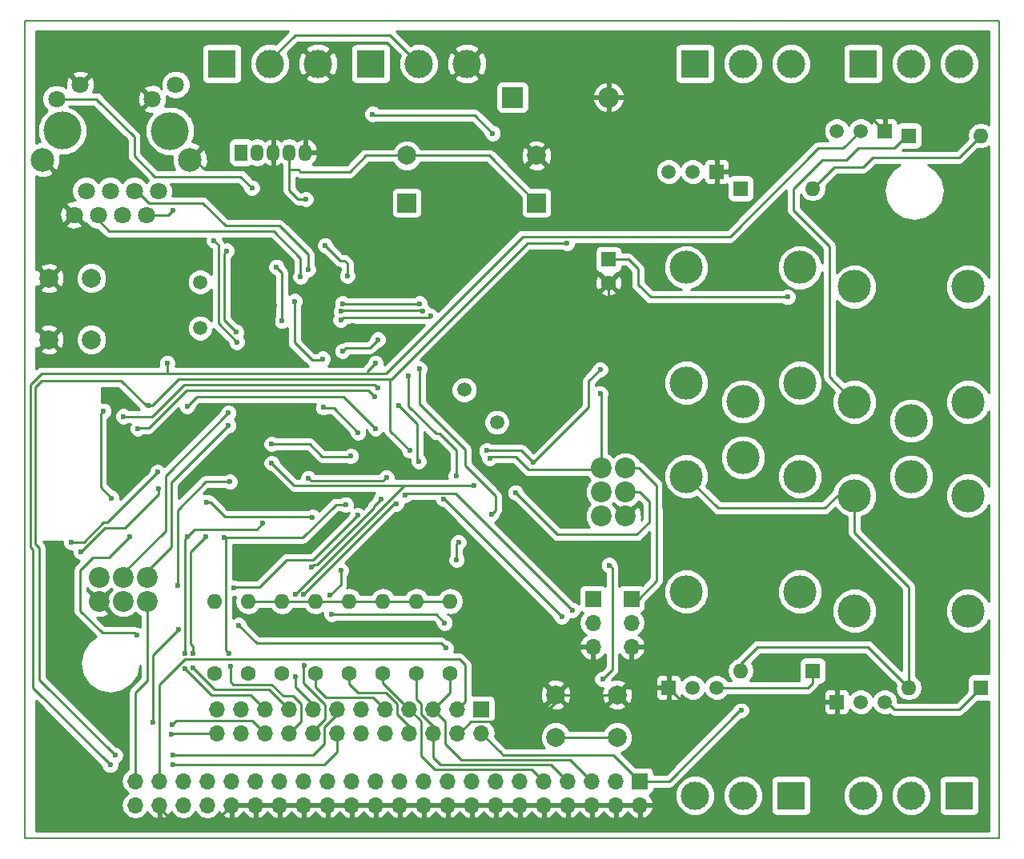
<source format=gbl>
G04 #@! TF.FileFunction,Copper,L2,Bot,Signal*
%FSLAX46Y46*%
G04 Gerber Fmt 4.6, Leading zero omitted, Abs format (unit mm)*
G04 Created by KiCad (PCBNEW 4.0.7) date 02/25/18 11:04:24*
%MOMM*%
%LPD*%
G01*
G04 APERTURE LIST*
%ADD10C,0.100000*%
%ADD11C,0.150000*%
%ADD12C,3.500000*%
%ADD13R,1.600000X1.600000*%
%ADD14C,1.600000*%
%ADD15R,2.000000X2.000000*%
%ADD16C,2.000000*%
%ADD17R,2.200000X2.200000*%
%ADD18O,2.200000X2.200000*%
%ADD19R,1.700000X1.700000*%
%ADD20O,1.700000X1.700000*%
%ADD21R,3.000000X3.000000*%
%ADD22C,3.000000*%
%ADD23C,1.800000*%
%ADD24C,4.000000*%
%ADD25C,2.500000*%
%ADD26O,1.600000X1.600000*%
%ADD27C,2.200000*%
%ADD28C,1.520000*%
%ADD29R,1.520000X1.520000*%
%ADD30R,1.350000X1.800000*%
%ADD31O,1.350000X1.800000*%
%ADD32C,1.500000*%
%ADD33C,0.600000*%
%ADD34C,0.250000*%
%ADD35C,0.254000*%
G04 APERTURE END LIST*
D10*
D11*
X30000000Y-116500000D02*
X30000000Y-30000000D01*
X133000000Y-116500000D02*
X30000000Y-116500000D01*
X133000000Y-30000000D02*
X133000000Y-116500000D01*
X30000000Y-30000000D02*
X133000000Y-30000000D01*
D12*
X105918000Y-70326000D03*
X99918000Y-68326000D03*
X111918000Y-68326000D03*
X99918000Y-56126000D03*
X111918000Y-56126000D03*
D13*
X91694000Y-55245000D03*
D14*
X91694000Y-57745000D03*
D15*
X84074000Y-49276000D03*
D16*
X84074000Y-44276000D03*
D17*
X81534000Y-38100000D03*
D18*
X91694000Y-38100000D03*
D19*
X94107000Y-91186000D03*
D20*
X94107000Y-93726000D03*
X94107000Y-96266000D03*
D19*
X90043000Y-91186000D03*
D20*
X90043000Y-93726000D03*
X90043000Y-96266000D03*
D21*
X100838000Y-34544000D03*
D22*
X105918000Y-34544000D03*
X110998000Y-34544000D03*
D21*
X118618000Y-34544000D03*
D22*
X123698000Y-34544000D03*
X128778000Y-34544000D03*
D21*
X110998000Y-112014000D03*
D22*
X105918000Y-112014000D03*
X100838000Y-112014000D03*
D21*
X128778000Y-112014000D03*
D22*
X123698000Y-112014000D03*
X118618000Y-112014000D03*
D23*
X44069000Y-48006000D03*
X42799000Y-50546000D03*
X41529000Y-48006000D03*
X40259000Y-50546000D03*
X38989000Y-48006000D03*
X37719000Y-50546000D03*
X36449000Y-48006000D03*
X35179000Y-50546000D03*
D24*
X45324000Y-41666000D03*
X33924000Y-41636000D03*
D25*
X47424000Y-44706000D03*
X31824000Y-44706000D03*
D23*
X45924000Y-36766000D03*
X43424000Y-38286000D03*
X33324000Y-38286000D03*
X35824000Y-36766000D03*
D21*
X66548000Y-34544000D03*
D22*
X71628000Y-34544000D03*
X76708000Y-34544000D03*
D21*
X50800000Y-34544000D03*
D22*
X55880000Y-34544000D03*
X60960000Y-34544000D03*
D19*
X78232000Y-102870000D03*
D20*
X78232000Y-105410000D03*
X75692000Y-102870000D03*
X75692000Y-105410000D03*
X73152000Y-102870000D03*
X73152000Y-105410000D03*
X70612000Y-102870000D03*
X70612000Y-105410000D03*
X68072000Y-102870000D03*
X68072000Y-105410000D03*
X65532000Y-102870000D03*
X65532000Y-105410000D03*
X62992000Y-102870000D03*
X62992000Y-105410000D03*
X60452000Y-102870000D03*
X60452000Y-105410000D03*
X57912000Y-102870000D03*
X57912000Y-105410000D03*
X55372000Y-102870000D03*
X55372000Y-105410000D03*
X52832000Y-102870000D03*
X52832000Y-105410000D03*
X50292000Y-102870000D03*
X50292000Y-105410000D03*
D15*
X70358000Y-49276000D03*
D16*
X70358000Y-44276000D03*
D14*
X74930000Y-99060000D03*
D26*
X74930000Y-91440000D03*
D14*
X71374000Y-99060000D03*
D26*
X71374000Y-91440000D03*
D14*
X67818000Y-99060000D03*
D26*
X67818000Y-91440000D03*
D14*
X64262000Y-99060000D03*
D26*
X64262000Y-91440000D03*
D14*
X60706000Y-99060000D03*
D26*
X60706000Y-91440000D03*
D14*
X57150000Y-99060000D03*
D26*
X57150000Y-91440000D03*
D14*
X53594000Y-99060000D03*
D26*
X53594000Y-91440000D03*
D14*
X50038000Y-99060000D03*
D26*
X50038000Y-91440000D03*
D27*
X42926000Y-88900000D03*
X42926000Y-91440000D03*
X40386000Y-88900000D03*
X40386000Y-91440000D03*
X37846000Y-88900000D03*
X37846000Y-91440000D03*
X90932000Y-77343000D03*
X93472000Y-77343000D03*
X90932000Y-79883000D03*
X93472000Y-79883000D03*
X90932000Y-82423000D03*
X93472000Y-82423000D03*
D16*
X86106000Y-105846000D03*
X86106000Y-101346000D03*
X92606000Y-105846000D03*
X92606000Y-101346000D03*
D19*
X94996000Y-110490000D03*
D20*
X94996000Y-113030000D03*
X92456000Y-110490000D03*
X92456000Y-113030000D03*
X89916000Y-110490000D03*
X89916000Y-113030000D03*
X87376000Y-110490000D03*
X87376000Y-113030000D03*
X84836000Y-110490000D03*
X84836000Y-113030000D03*
X82296000Y-110490000D03*
X82296000Y-113030000D03*
X79756000Y-110490000D03*
X79756000Y-113030000D03*
X77216000Y-110490000D03*
X77216000Y-113030000D03*
X74676000Y-110490000D03*
X74676000Y-113030000D03*
X72136000Y-110490000D03*
X72136000Y-113030000D03*
X69596000Y-110490000D03*
X69596000Y-113030000D03*
X67056000Y-110490000D03*
X67056000Y-113030000D03*
X64516000Y-110490000D03*
X64516000Y-113030000D03*
X61976000Y-110490000D03*
X61976000Y-113030000D03*
X59436000Y-110490000D03*
X59436000Y-113030000D03*
X56896000Y-110490000D03*
X56896000Y-113030000D03*
X54356000Y-110490000D03*
X54356000Y-113030000D03*
X51816000Y-110490000D03*
X51816000Y-113030000D03*
X49276000Y-110490000D03*
X49276000Y-113030000D03*
X46736000Y-110490000D03*
X46736000Y-113030000D03*
X44196000Y-110490000D03*
X44196000Y-113030000D03*
X41656000Y-110490000D03*
X41656000Y-113030000D03*
D28*
X100584000Y-45974000D03*
X98044000Y-45974000D03*
D29*
X103124000Y-45974000D03*
D28*
X118364000Y-41656000D03*
X115824000Y-41656000D03*
D29*
X120904000Y-41656000D03*
D13*
X105664000Y-47752000D03*
D26*
X113284000Y-47752000D03*
D13*
X123444000Y-42164000D03*
D26*
X131064000Y-42164000D03*
D12*
X123698000Y-72358000D03*
X117698000Y-70358000D03*
X129698000Y-70358000D03*
X117698000Y-58158000D03*
X129698000Y-58158000D03*
D28*
X100584000Y-100584000D03*
X103124000Y-100584000D03*
D29*
X98044000Y-100584000D03*
D28*
X118364000Y-102108000D03*
X120904000Y-102108000D03*
D29*
X115824000Y-102108000D03*
D13*
X113284000Y-98806000D03*
D26*
X105664000Y-98806000D03*
D12*
X105918000Y-76232000D03*
X111918000Y-78232000D03*
X99918000Y-78232000D03*
X111918000Y-90432000D03*
X99918000Y-90432000D03*
D13*
X131064000Y-100584000D03*
D26*
X123444000Y-100584000D03*
D12*
X123698000Y-78264000D03*
X129698000Y-80264000D03*
X117698000Y-80264000D03*
X129698000Y-92464000D03*
X117698000Y-92464000D03*
D30*
X52832000Y-43942000D03*
D31*
X54532000Y-43942000D03*
X56232000Y-43942000D03*
X57932000Y-43942000D03*
X59632000Y-43942000D03*
D32*
X79883000Y-72517000D03*
X76432319Y-69066319D03*
X48514000Y-57658000D03*
X48514000Y-62538000D03*
D16*
X37012000Y-63754000D03*
X32512000Y-63754000D03*
X37012000Y-57254000D03*
X32512000Y-57254000D03*
D33*
X59690000Y-48895000D03*
X57150000Y-61785500D03*
X56578500Y-56070500D03*
X65214500Y-73596500D03*
X61531500Y-70929500D03*
X57658000Y-63881000D03*
X56388000Y-60134500D03*
X75184000Y-63309500D03*
X73025000Y-70421500D03*
X97790000Y-81851500D03*
X64643000Y-62230000D03*
X63500000Y-63944500D03*
X74676000Y-76073000D03*
X68580000Y-77089000D03*
X70802500Y-78105000D03*
X65151000Y-86995000D03*
X80073500Y-90741500D03*
X82550000Y-94361000D03*
X55943500Y-87566500D03*
X53149500Y-87566500D03*
X64071500Y-57023000D03*
X61722000Y-53784500D03*
X67310000Y-63754000D03*
X63563500Y-64960500D03*
X105727500Y-102997000D03*
X110617000Y-59245500D03*
X79438500Y-41910000D03*
X66738500Y-39878000D03*
X59944000Y-78422500D03*
X68199000Y-78359000D03*
X70167500Y-80200500D03*
X87884000Y-92392500D03*
X67056000Y-73152000D03*
X47117000Y-70802500D03*
X74231500Y-80645000D03*
X86741000Y-93091000D03*
X45593000Y-50101500D03*
X59944000Y-56324500D03*
X59118500Y-57086500D03*
X53975000Y-47688500D03*
X67627500Y-80645000D03*
X60261500Y-87820500D03*
X63373000Y-88201500D03*
X62230000Y-90805000D03*
X62420500Y-92837000D03*
X74358500Y-93726000D03*
X74485500Y-96393000D03*
X52578000Y-93980000D03*
X41846500Y-95059500D03*
X41021000Y-84645500D03*
X75819000Y-85217000D03*
X75628500Y-87058500D03*
X70675500Y-75501500D03*
X87312500Y-53530500D03*
X45656500Y-107759500D03*
X39497000Y-107759500D03*
X43116500Y-70739000D03*
X45021500Y-66230500D03*
X75565000Y-78168500D03*
X70548500Y-67627500D03*
X67056000Y-66230500D03*
X38989000Y-108775500D03*
X45656500Y-108712000D03*
X56070500Y-76835000D03*
X77470000Y-79184500D03*
X58547000Y-90741500D03*
X58610500Y-99441000D03*
X64452500Y-76073000D03*
X56070500Y-74803000D03*
X69215000Y-81153000D03*
X59436000Y-90741500D03*
X59499500Y-98234500D03*
X60388500Y-82550000D03*
X49212500Y-80962500D03*
X47752000Y-98488500D03*
X47752000Y-96964500D03*
X49085500Y-84645500D03*
X63881000Y-81216500D03*
X51689000Y-98361500D03*
X51562000Y-96964500D03*
X51054000Y-84709000D03*
X55118000Y-83185000D03*
X46926500Y-98615500D03*
X46926500Y-96964500D03*
X47117000Y-84645500D03*
X65151000Y-82359500D03*
X52070000Y-90043000D03*
X46228000Y-94424500D03*
X43497500Y-104267000D03*
X45529500Y-104521000D03*
X44069000Y-79565500D03*
X35877500Y-86233000D03*
X44005500Y-77787500D03*
X34861500Y-85217000D03*
X41910000Y-73152000D03*
X66992500Y-69786500D03*
X40386000Y-71882000D03*
X67310000Y-68897500D03*
X45466000Y-105537000D03*
X91059000Y-99695000D03*
X91757500Y-87630000D03*
X49974500Y-53276500D03*
X52387500Y-64008000D03*
X52324000Y-62928500D03*
X51308000Y-54356000D03*
X51498500Y-72834500D03*
X51498500Y-71501000D03*
X51625500Y-78803500D03*
X46101000Y-89789000D03*
X38290500Y-71310500D03*
X39116000Y-80518000D03*
X90805000Y-69469000D03*
X72898000Y-61277500D03*
X63373000Y-61658500D03*
X79121000Y-76327000D03*
X90805000Y-66929000D03*
X71691500Y-59944000D03*
X63563500Y-59944000D03*
X78803500Y-75501500D03*
X83756500Y-76771500D03*
X72009000Y-60706000D03*
X63436500Y-60769500D03*
X81851500Y-79946500D03*
X71628000Y-76644500D03*
X69469000Y-70739000D03*
X61468000Y-65786000D03*
X58483500Y-59690000D03*
X79311500Y-82232500D03*
X71691500Y-66865500D03*
D34*
X70358000Y-44276000D02*
X79074000Y-44276000D01*
X79074000Y-44276000D02*
X84074000Y-49276000D01*
X70358000Y-44276000D02*
X66023500Y-44276000D01*
X58928000Y-45783500D02*
X57932000Y-45783500D01*
X59118500Y-45974000D02*
X58928000Y-45783500D01*
X64325500Y-45974000D02*
X59118500Y-45974000D01*
X66023500Y-44276000D02*
X64325500Y-45974000D01*
X57932000Y-43942000D02*
X57932000Y-45783500D01*
X57932000Y-45783500D02*
X57932000Y-47962500D01*
X58864500Y-48895000D02*
X59690000Y-48895000D01*
X57932000Y-47962500D02*
X58864500Y-48895000D01*
X55880000Y-34544000D02*
X55880000Y-34163000D01*
X55880000Y-34163000D02*
X58547000Y-31496000D01*
X68580000Y-31496000D02*
X71628000Y-34544000D01*
X58547000Y-31496000D02*
X68580000Y-31496000D01*
X57150000Y-56642000D02*
X57150000Y-61785500D01*
X56578500Y-56070500D02*
X57150000Y-56642000D01*
X93472000Y-77343000D02*
X94932500Y-77343000D01*
X96774000Y-89281000D02*
X94869000Y-91186000D01*
X96774000Y-79184500D02*
X96774000Y-89281000D01*
X94932500Y-77343000D02*
X96774000Y-79184500D01*
X94869000Y-91186000D02*
X94107000Y-91186000D01*
X65214500Y-73596500D02*
X62611000Y-70993000D01*
X62611000Y-70993000D02*
X61595000Y-70993000D01*
X61595000Y-70993000D02*
X61531500Y-70929500D01*
X41656000Y-110490000D02*
X41656000Y-101092000D01*
X42926000Y-99822000D02*
X42926000Y-91440000D01*
X41656000Y-101092000D02*
X42926000Y-99822000D01*
X74930000Y-91440000D02*
X71374000Y-91440000D01*
X71374000Y-91440000D02*
X67818000Y-91440000D01*
X67818000Y-91440000D02*
X64262000Y-91440000D01*
X64262000Y-91440000D02*
X60706000Y-91440000D01*
X60706000Y-91440000D02*
X57150000Y-91440000D01*
X57150000Y-91440000D02*
X53594000Y-91440000D01*
X57531000Y-63881000D02*
X57658000Y-63881000D01*
X56261000Y-62611000D02*
X57531000Y-63881000D01*
X56261000Y-60261500D02*
X56261000Y-62611000D01*
X56388000Y-60134500D02*
X56261000Y-60261500D01*
X74803000Y-63309500D02*
X75184000Y-63309500D01*
X73088500Y-65024000D02*
X74803000Y-63309500D01*
X73088500Y-70358000D02*
X73088500Y-65024000D01*
X73025000Y-70421500D02*
X73088500Y-70358000D01*
X60960000Y-34544000D02*
X60960000Y-34734500D01*
X60960000Y-34734500D02*
X64198500Y-37973000D01*
X73279000Y-37973000D02*
X76708000Y-34544000D01*
X64198500Y-37973000D02*
X73279000Y-37973000D01*
X47424000Y-44706000D02*
X47944500Y-44706000D01*
X47944500Y-44706000D02*
X48895000Y-45656500D01*
X56232000Y-45177500D02*
X56232000Y-43942000D01*
X55753000Y-45656500D02*
X56232000Y-45177500D01*
X48895000Y-45656500D02*
X55753000Y-45656500D01*
X91694000Y-57745000D02*
X91694000Y-65595500D01*
X97472500Y-81534000D02*
X97790000Y-81851500D01*
X97472500Y-71374000D02*
X97472500Y-81534000D01*
X91694000Y-65595500D02*
X97472500Y-71374000D01*
X64643000Y-62801500D02*
X64643000Y-62230000D01*
X63500000Y-63944500D02*
X64643000Y-62801500D01*
X70802500Y-78105000D02*
X72644000Y-78105000D01*
X72644000Y-78105000D02*
X74676000Y-76073000D01*
X68580000Y-77089000D02*
X69278500Y-77787500D01*
X69278500Y-77787500D02*
X70485000Y-77787500D01*
X70485000Y-77787500D02*
X70802500Y-78105000D01*
X80073500Y-89979500D02*
X80073500Y-90741500D01*
X79248000Y-89154000D02*
X80073500Y-89979500D01*
X67310000Y-89154000D02*
X79248000Y-89154000D01*
X65151000Y-86995000D02*
X67310000Y-89154000D01*
X80073500Y-91884500D02*
X80073500Y-90741500D01*
X82550000Y-94361000D02*
X80073500Y-91884500D01*
X98044000Y-100584000D02*
X93368000Y-100584000D01*
X93368000Y-100584000D02*
X92606000Y-101346000D01*
X86106000Y-101346000D02*
X92606000Y-101346000D01*
X75692000Y-105410000D02*
X75946000Y-105410000D01*
X75946000Y-105410000D02*
X77152500Y-104203500D01*
X77152500Y-104203500D02*
X84074000Y-104203500D01*
X84074000Y-104203500D02*
X86106000Y-102171500D01*
X86106000Y-102171500D02*
X86106000Y-101346000D01*
X74676000Y-113030000D02*
X77216000Y-113030000D01*
X77216000Y-113030000D02*
X79756000Y-113030000D01*
X79756000Y-113030000D02*
X82296000Y-113030000D01*
X82296000Y-113030000D02*
X84836000Y-113030000D01*
X84836000Y-113030000D02*
X87376000Y-113030000D01*
X87376000Y-113030000D02*
X89916000Y-113030000D01*
X89916000Y-113030000D02*
X92456000Y-113030000D01*
X92456000Y-113030000D02*
X94996000Y-113030000D01*
X54356000Y-113030000D02*
X56896000Y-113030000D01*
X56896000Y-113030000D02*
X59436000Y-113030000D01*
X59436000Y-113030000D02*
X61976000Y-113030000D01*
X61976000Y-113030000D02*
X64516000Y-113030000D01*
X64516000Y-113030000D02*
X67056000Y-113030000D01*
X67056000Y-113030000D02*
X69596000Y-113030000D01*
X69596000Y-113030000D02*
X72136000Y-113030000D01*
X72136000Y-113030000D02*
X74676000Y-113030000D01*
X54356000Y-113030000D02*
X51816000Y-113030000D01*
X44196000Y-113030000D02*
X44196000Y-113347500D01*
X44196000Y-113347500D02*
X46037500Y-115189000D01*
X46037500Y-115189000D02*
X49657000Y-115189000D01*
X49657000Y-115189000D02*
X51816000Y-113030000D01*
X53149500Y-87566500D02*
X55943500Y-87566500D01*
X103124000Y-45974000D02*
X104140000Y-45974000D01*
X119126000Y-39878000D02*
X120904000Y-41656000D01*
X110236000Y-39878000D02*
X119126000Y-39878000D01*
X104140000Y-45974000D02*
X110236000Y-39878000D01*
X99568000Y-102108000D02*
X98044000Y-100584000D01*
X115824000Y-102108000D02*
X99568000Y-102108000D01*
X64071500Y-55689500D02*
X64071500Y-57023000D01*
X63754000Y-55372000D02*
X64071500Y-55689500D01*
X63309500Y-55372000D02*
X63754000Y-55372000D01*
X61722000Y-53784500D02*
X63309500Y-55372000D01*
X66421000Y-64643000D02*
X67310000Y-63754000D01*
X63881000Y-64643000D02*
X66421000Y-64643000D01*
X63563500Y-64960500D02*
X63881000Y-64643000D01*
X94996000Y-110490000D02*
X98107500Y-110490000D01*
X105600500Y-102997000D02*
X105727500Y-102997000D01*
X98107500Y-110490000D02*
X105600500Y-102997000D01*
X93789500Y-55245000D02*
X91694000Y-55245000D01*
X94805500Y-56261000D02*
X93789500Y-55245000D01*
X94805500Y-57912000D02*
X94805500Y-56261000D01*
X96139000Y-59245500D02*
X94805500Y-57912000D01*
X110617000Y-59245500D02*
X96139000Y-59245500D01*
X79438500Y-41910000D02*
X77533500Y-40005000D01*
X77533500Y-40005000D02*
X66865500Y-40005000D01*
X66865500Y-40005000D02*
X66738500Y-39878000D01*
X117698000Y-80264000D02*
X115887500Y-80264000D01*
X103283500Y-81597500D02*
X99918000Y-78232000D01*
X114554000Y-81597500D02*
X103283500Y-81597500D01*
X115887500Y-80264000D02*
X114554000Y-81597500D01*
X78232000Y-105410000D02*
X80327500Y-107505500D01*
X92202000Y-107696000D02*
X94996000Y-110490000D01*
X80518000Y-107696000D02*
X92202000Y-107696000D01*
X80454500Y-107632500D02*
X80518000Y-107696000D01*
X80327500Y-107505500D02*
X80454500Y-107632500D01*
X113284000Y-47752000D02*
X115570000Y-45466000D01*
X128778000Y-44450000D02*
X131064000Y-42164000D01*
X119634000Y-44450000D02*
X128778000Y-44450000D01*
X118618000Y-45466000D02*
X119634000Y-44450000D01*
X115570000Y-45466000D02*
X118618000Y-45466000D01*
X117698000Y-80264000D02*
X117698000Y-84170000D01*
X117698000Y-84170000D02*
X123444000Y-89916000D01*
X105664000Y-98806000D02*
X105664000Y-98044000D01*
X105664000Y-98044000D02*
X107442000Y-96266000D01*
X107442000Y-96266000D02*
X119126000Y-96266000D01*
X119126000Y-96266000D02*
X123444000Y-100584000D01*
X123444000Y-89916000D02*
X123444000Y-100584000D01*
X60255998Y-78734498D02*
X59944000Y-78422500D01*
X67823502Y-78734498D02*
X60255998Y-78734498D01*
X68199000Y-78359000D02*
X67823502Y-78734498D01*
X70358000Y-80010000D02*
X70167500Y-80200500D01*
X75501500Y-80010000D02*
X70358000Y-80010000D01*
X87884000Y-92392500D02*
X75501500Y-80010000D01*
X63690500Y-69786500D02*
X67056000Y-73152000D01*
X48133000Y-69786500D02*
X63690500Y-69786500D01*
X47117000Y-70802500D02*
X48133000Y-69786500D01*
X74295000Y-80645000D02*
X74231500Y-80645000D01*
X86741000Y-93091000D02*
X74295000Y-80645000D01*
X45148500Y-50546000D02*
X42799000Y-50546000D01*
X45593000Y-50101500D02*
X45148500Y-50546000D01*
X41529000Y-48006000D02*
X41783000Y-48006000D01*
X41783000Y-48006000D02*
X43053000Y-49276000D01*
X43053000Y-49276000D02*
X48768000Y-49276000D01*
X48768000Y-49276000D02*
X51181000Y-51689000D01*
X51181000Y-51689000D02*
X56896000Y-51689000D01*
X56896000Y-51689000D02*
X59944000Y-54737000D01*
X59944000Y-54737000D02*
X59944000Y-56324500D01*
X37719000Y-50546000D02*
X37719000Y-51117500D01*
X37719000Y-51117500D02*
X38862000Y-52260500D01*
X38862000Y-52260500D02*
X56261000Y-52260500D01*
X56261000Y-52260500D02*
X59118500Y-55118000D01*
X59118500Y-55118000D02*
X59118500Y-57086500D01*
X33324000Y-38286000D02*
X37524000Y-38286000D01*
X52768500Y-46482000D02*
X53975000Y-47688500D01*
X43688000Y-46482000D02*
X52768500Y-46482000D01*
X41529000Y-44323000D02*
X43688000Y-46482000D01*
X41529000Y-42291000D02*
X41529000Y-44323000D01*
X37524000Y-38286000D02*
X41529000Y-42291000D01*
X66865500Y-81407000D02*
X67627500Y-80645000D01*
X66865500Y-81597500D02*
X66865500Y-81407000D01*
X60896500Y-87566500D02*
X66865500Y-81597500D01*
X60515500Y-87566500D02*
X60896500Y-87566500D01*
X60261500Y-87820500D02*
X60515500Y-87566500D01*
X63373000Y-89662000D02*
X63373000Y-88201500D01*
X62230000Y-90805000D02*
X63373000Y-89662000D01*
X73469500Y-92837000D02*
X62420500Y-92837000D01*
X74358500Y-93726000D02*
X73469500Y-92837000D01*
X44196000Y-110490000D02*
X44196000Y-100266500D01*
X76517500Y-102044500D02*
X75692000Y-102870000D01*
X76517500Y-98171000D02*
X76517500Y-102044500D01*
X75946000Y-97599500D02*
X76517500Y-98171000D01*
X46863000Y-97599500D02*
X75946000Y-97599500D01*
X44196000Y-100266500D02*
X46863000Y-97599500D01*
X73977500Y-95885000D02*
X74485500Y-96393000D01*
X54483000Y-95885000D02*
X73977500Y-95885000D01*
X52578000Y-93980000D02*
X54483000Y-95885000D01*
X41592500Y-94805500D02*
X41846500Y-95059500D01*
X38163500Y-94805500D02*
X41592500Y-94805500D01*
X35814000Y-92456000D02*
X38163500Y-94805500D01*
X35814000Y-88138000D02*
X35814000Y-92456000D01*
X37147500Y-86804500D02*
X35814000Y-88138000D01*
X38862000Y-86804500D02*
X37147500Y-86804500D01*
X41021000Y-84645500D02*
X38862000Y-86804500D01*
X74930000Y-99060000D02*
X74930000Y-101092000D01*
X74930000Y-101092000D02*
X73152000Y-102870000D01*
X73152000Y-102870000D02*
X74422000Y-104140000D01*
X74422000Y-104140000D02*
X74422000Y-105600500D01*
X74422000Y-105600500D02*
X74422000Y-106553000D01*
X74422000Y-106553000D02*
X76073000Y-108204000D01*
X76073000Y-108204000D02*
X87630000Y-108204000D01*
X87630000Y-108204000D02*
X89916000Y-110490000D01*
X75819000Y-85217000D02*
X75628500Y-85407500D01*
X75628500Y-85407500D02*
X75628500Y-87058500D01*
X71374000Y-99060000D02*
X71374000Y-101790500D01*
X71882000Y-103441500D02*
X73152000Y-104711500D01*
X71882000Y-102298500D02*
X71882000Y-103441500D01*
X71374000Y-101790500D02*
X71882000Y-102298500D01*
X73152000Y-104711500D02*
X73152000Y-105410000D01*
X73152000Y-105410000D02*
X73152000Y-107950000D01*
X85598000Y-108712000D02*
X87376000Y-110490000D01*
X73914000Y-108712000D02*
X85598000Y-108712000D01*
X73152000Y-107950000D02*
X73914000Y-108712000D01*
X67818000Y-99060000D02*
X67818000Y-100076000D01*
X67818000Y-100076000D02*
X70612000Y-102870000D01*
X70612000Y-102870000D02*
X71691500Y-103949500D01*
X71691500Y-103949500D02*
X71818500Y-104076500D01*
X71818500Y-104076500D02*
X71882000Y-104140000D01*
X71882000Y-104140000D02*
X71882000Y-107823000D01*
X71882000Y-107823000D02*
X73279000Y-109220000D01*
X73279000Y-109220000D02*
X83566000Y-109220000D01*
X83566000Y-109220000D02*
X84836000Y-110490000D01*
X64262000Y-99060000D02*
X64262000Y-100203000D01*
X69342000Y-103441500D02*
X70612000Y-104711500D01*
X69342000Y-102298500D02*
X69342000Y-103441500D01*
X68135500Y-101092000D02*
X69342000Y-102298500D01*
X65151000Y-101092000D02*
X68135500Y-101092000D01*
X64262000Y-100203000D02*
X65151000Y-101092000D01*
X70612000Y-104711500D02*
X70612000Y-105410000D01*
X60706000Y-99060000D02*
X60706000Y-100520500D01*
X66802000Y-101600000D02*
X68072000Y-102870000D01*
X61785500Y-101600000D02*
X66802000Y-101600000D01*
X60706000Y-100520500D02*
X61785500Y-101600000D01*
X70675500Y-75501500D02*
X68580000Y-73406000D01*
X68580000Y-73406000D02*
X68580000Y-67945000D01*
X43116500Y-70739000D02*
X43434000Y-70739000D01*
X83121500Y-53530500D02*
X87312500Y-53530500D01*
X68707000Y-67945000D02*
X83121500Y-53530500D01*
X46228000Y-67945000D02*
X68580000Y-67945000D01*
X68580000Y-67945000D02*
X68707000Y-67945000D01*
X43434000Y-70739000D02*
X46228000Y-67945000D01*
X31496000Y-86169500D02*
X31496000Y-85788500D01*
X61658500Y-104775000D02*
X61658500Y-106553000D01*
X61658500Y-106553000D02*
X60452000Y-107759500D01*
X60452000Y-107759500D02*
X45656500Y-107759500D01*
X39497000Y-107759500D02*
X31496000Y-99758500D01*
X31496000Y-99758500D02*
X31496000Y-86169500D01*
X62992000Y-103441500D02*
X61658500Y-104775000D01*
X42799000Y-70739000D02*
X43116500Y-70739000D01*
X40132000Y-68072000D02*
X42799000Y-70739000D01*
X31750000Y-68072000D02*
X40132000Y-68072000D01*
X31051500Y-68770500D02*
X31750000Y-68072000D01*
X31051500Y-85344000D02*
X31051500Y-68770500D01*
X31496000Y-85788500D02*
X31051500Y-85344000D01*
X62992000Y-102870000D02*
X62992000Y-103441500D01*
X45021500Y-66230500D02*
X45021500Y-67310000D01*
X75565000Y-78168500D02*
X75565000Y-75501500D01*
X75565000Y-75501500D02*
X73787000Y-73723500D01*
X73787000Y-73723500D02*
X73469500Y-73723500D01*
X73469500Y-73723500D02*
X70548500Y-70802500D01*
X70548500Y-70802500D02*
X70548500Y-67627500D01*
X67056000Y-66230500D02*
X66167000Y-67119500D01*
X66167000Y-67119500D02*
X66167000Y-67310000D01*
X30797500Y-86296500D02*
X30797500Y-85979000D01*
X30543500Y-68516500D02*
X30797500Y-68262500D01*
X30543500Y-85725000D02*
X30543500Y-68516500D01*
X30797500Y-85979000D02*
X30543500Y-85725000D01*
X62992000Y-105410000D02*
X62992000Y-107378500D01*
X116522500Y-43497500D02*
X118364000Y-41656000D01*
X30797500Y-68262500D02*
X31750000Y-67310000D01*
X31750000Y-67310000D02*
X45021500Y-67310000D01*
X45021500Y-67310000D02*
X66167000Y-67310000D01*
X66167000Y-67310000D02*
X68135500Y-67310000D01*
X68135500Y-67310000D02*
X82613500Y-52832000D01*
X82613500Y-52832000D02*
X104521000Y-52832000D01*
X104521000Y-52832000D02*
X113855500Y-43497500D01*
X113855500Y-43497500D02*
X116522500Y-43497500D01*
X30797500Y-100584000D02*
X30797500Y-86296500D01*
X38989000Y-108775500D02*
X30797500Y-100584000D01*
X61658500Y-108712000D02*
X45656500Y-108712000D01*
X62992000Y-107378500D02*
X61658500Y-108712000D01*
X58420000Y-79184500D02*
X70104000Y-79184500D01*
X56070500Y-76835000D02*
X58420000Y-79184500D01*
X60452000Y-102870000D02*
X60452000Y-102362000D01*
X60452000Y-102362000D02*
X58610500Y-100520500D01*
X70104000Y-79184500D02*
X77470000Y-79184500D01*
X58547000Y-90741500D02*
X70104000Y-79184500D01*
X58610500Y-100520500D02*
X58610500Y-99441000D01*
X64389000Y-76136500D02*
X64452500Y-76073000D01*
X61404500Y-76136500D02*
X64389000Y-76136500D01*
X60071000Y-74803000D02*
X61404500Y-76136500D01*
X56070500Y-74803000D02*
X60071000Y-74803000D01*
X60452000Y-105410000D02*
X60452000Y-105219500D01*
X60452000Y-105219500D02*
X61722000Y-103949500D01*
X69024500Y-81153000D02*
X69215000Y-81153000D01*
X59436000Y-90741500D02*
X69024500Y-81153000D01*
X59436000Y-98298000D02*
X59499500Y-98234500D01*
X59436000Y-100139500D02*
X59436000Y-98298000D01*
X61722000Y-102425500D02*
X59436000Y-100139500D01*
X61722000Y-103949500D02*
X61722000Y-102425500D01*
X60388500Y-82550000D02*
X60325000Y-82486500D01*
X60325000Y-82486500D02*
X51117500Y-82486500D01*
X51117500Y-82486500D02*
X49593500Y-80962500D01*
X49593500Y-80962500D02*
X49212500Y-80962500D01*
X55816500Y-100774500D02*
X57912000Y-102870000D01*
X50038000Y-100774500D02*
X55816500Y-100774500D01*
X47752000Y-98488500D02*
X50038000Y-100774500D01*
X47752000Y-96202500D02*
X47752000Y-96964500D01*
X47498000Y-95948500D02*
X47752000Y-96202500D01*
X47498000Y-86233000D02*
X47498000Y-95948500D01*
X49085500Y-84645500D02*
X47498000Y-86233000D01*
X51054000Y-84709000D02*
X59372500Y-84709000D01*
X62865000Y-81216500D02*
X63881000Y-81216500D01*
X59372500Y-84709000D02*
X62865000Y-81216500D01*
X59182000Y-104140000D02*
X57912000Y-105410000D01*
X59182000Y-102298500D02*
X59182000Y-104140000D01*
X58356500Y-101473000D02*
X59182000Y-102298500D01*
X57277000Y-101473000D02*
X58356500Y-101473000D01*
X56070500Y-100266500D02*
X57277000Y-101473000D01*
X52006500Y-100266500D02*
X56070500Y-100266500D01*
X51689000Y-99949000D02*
X52006500Y-100266500D01*
X51689000Y-98361500D02*
X51689000Y-99949000D01*
X51244500Y-96647000D02*
X51562000Y-96964500D01*
X51244500Y-84899500D02*
X51244500Y-96647000D01*
X51054000Y-84709000D02*
X51244500Y-84899500D01*
X55118000Y-83185000D02*
X54483000Y-83820000D01*
X54483000Y-83820000D02*
X47942500Y-83820000D01*
X47942500Y-83820000D02*
X47117000Y-84645500D01*
X53848000Y-101346000D02*
X55372000Y-102870000D01*
X49657000Y-101346000D02*
X53848000Y-101346000D01*
X46926500Y-98615500D02*
X49657000Y-101346000D01*
X46926500Y-84836000D02*
X46926500Y-96964500D01*
X47117000Y-84645500D02*
X46926500Y-84836000D01*
X65151000Y-82359500D02*
X60452000Y-87058500D01*
X60452000Y-87058500D02*
X57658000Y-87058500D01*
X57658000Y-87058500D02*
X54737000Y-89979500D01*
X54737000Y-89979500D02*
X52133500Y-89979500D01*
X52133500Y-89979500D02*
X52070000Y-90043000D01*
X46228000Y-94424500D02*
X43497500Y-97155000D01*
X43497500Y-97155000D02*
X43497500Y-104267000D01*
X45529500Y-104521000D02*
X45974000Y-104076500D01*
X45974000Y-104076500D02*
X54038500Y-104076500D01*
X54038500Y-104076500D02*
X55372000Y-105410000D01*
X44069000Y-80137000D02*
X44069000Y-79565500D01*
X40513000Y-83693000D02*
X44069000Y-80137000D01*
X38417500Y-83693000D02*
X40513000Y-83693000D01*
X35877500Y-86233000D02*
X38417500Y-83693000D01*
X44005500Y-77787500D02*
X38671500Y-83121500D01*
X38671500Y-83121500D02*
X38290500Y-83121500D01*
X38290500Y-83121500D02*
X36195000Y-85217000D01*
X36195000Y-85217000D02*
X34861500Y-85217000D01*
X41973500Y-73088500D02*
X41910000Y-73152000D01*
X43053000Y-73088500D02*
X41973500Y-73088500D01*
X47053500Y-69088000D02*
X43053000Y-73088500D01*
X66294000Y-69088000D02*
X47053500Y-69088000D01*
X66992500Y-69786500D02*
X66294000Y-69088000D01*
X43434000Y-71882000D02*
X40386000Y-71882000D01*
X46799500Y-68516500D02*
X43434000Y-71882000D01*
X66929000Y-68516500D02*
X46799500Y-68516500D01*
X67310000Y-68897500D02*
X66929000Y-68516500D01*
X45466000Y-105537000D02*
X45593000Y-105410000D01*
X45593000Y-105410000D02*
X50292000Y-105410000D01*
X92075000Y-98679000D02*
X91059000Y-99695000D01*
X92075000Y-87947500D02*
X92075000Y-98679000D01*
X91757500Y-87630000D02*
X92075000Y-87947500D01*
X86106000Y-105846000D02*
X92606000Y-105846000D01*
X50419000Y-53721000D02*
X49974500Y-53276500D01*
X50419000Y-62039500D02*
X50419000Y-53721000D01*
X52387500Y-64008000D02*
X50419000Y-62039500D01*
X51054000Y-61658500D02*
X52324000Y-62928500D01*
X51054000Y-54610000D02*
X51054000Y-61658500D01*
X51308000Y-54356000D02*
X51054000Y-54610000D01*
X42926000Y-88900000D02*
X42926000Y-88265000D01*
X42926000Y-88265000D02*
X45466000Y-85725000D01*
X45466000Y-85725000D02*
X45466000Y-78867000D01*
X45466000Y-78867000D02*
X51498500Y-72834500D01*
X40386000Y-88900000D02*
X40386000Y-88455500D01*
X40386000Y-88455500D02*
X44831000Y-84010500D01*
X44831000Y-84010500D02*
X44831000Y-78168500D01*
X44831000Y-78168500D02*
X51498500Y-71501000D01*
X49085500Y-78803500D02*
X51625500Y-78803500D01*
X46101000Y-81788000D02*
X49085500Y-78803500D01*
X46101000Y-89789000D02*
X46101000Y-81788000D01*
X37973000Y-71628000D02*
X38290500Y-71310500D01*
X37973000Y-79375000D02*
X37973000Y-71628000D01*
X39116000Y-80518000D02*
X37973000Y-79375000D01*
X90932000Y-69596000D02*
X90932000Y-77343000D01*
X90805000Y-69469000D02*
X90932000Y-69596000D01*
X72771000Y-61404500D02*
X72898000Y-61277500D01*
X63627000Y-61404500D02*
X72771000Y-61404500D01*
X63373000Y-61658500D02*
X63627000Y-61404500D01*
X79121000Y-76327000D02*
X79311500Y-76136500D01*
X79311500Y-76136500D02*
X81851500Y-76136500D01*
X81851500Y-76136500D02*
X83248500Y-77533500D01*
X83248500Y-77533500D02*
X90741500Y-77533500D01*
X90741500Y-77533500D02*
X90932000Y-77343000D01*
X89598500Y-70929500D02*
X83756500Y-76771500D01*
X89598500Y-68135500D02*
X89598500Y-70929500D01*
X90805000Y-66929000D02*
X89598500Y-68135500D01*
X63563500Y-59944000D02*
X71691500Y-59944000D01*
X82486500Y-75501500D02*
X78803500Y-75501500D01*
X83756500Y-76771500D02*
X82486500Y-75501500D01*
X71945500Y-60642500D02*
X72009000Y-60706000D01*
X63563500Y-60642500D02*
X71945500Y-60642500D01*
X63436500Y-60769500D02*
X63563500Y-60642500D01*
X93472000Y-79883000D02*
X94996000Y-79883000D01*
X86296500Y-84391500D02*
X81851500Y-79946500D01*
X94678500Y-84391500D02*
X86296500Y-84391500D01*
X96012000Y-83058000D02*
X94678500Y-84391500D01*
X96012000Y-80899000D02*
X96012000Y-83058000D01*
X94996000Y-79883000D02*
X96012000Y-80899000D01*
X113284000Y-98806000D02*
X113284000Y-100076000D01*
X112776000Y-100584000D02*
X103124000Y-100584000D01*
X113284000Y-100076000D02*
X112776000Y-100584000D01*
X120904000Y-102108000D02*
X121158000Y-102108000D01*
X121158000Y-102108000D02*
X121920000Y-102870000D01*
X121920000Y-102870000D02*
X128778000Y-102870000D01*
X128778000Y-102870000D02*
X131064000Y-100584000D01*
X71628000Y-76644500D02*
X71437500Y-76454000D01*
X71437500Y-76454000D02*
X71437500Y-72707500D01*
X71437500Y-72707500D02*
X69469000Y-70739000D01*
X61468000Y-65786000D02*
X61341000Y-65913000D01*
X61341000Y-65913000D02*
X60325000Y-65913000D01*
X60325000Y-65913000D02*
X58483500Y-64071500D01*
X58483500Y-64071500D02*
X58483500Y-59690000D01*
X79311500Y-82232500D02*
X79756000Y-81788000D01*
X79756000Y-81788000D02*
X79756000Y-80327500D01*
X79756000Y-80327500D02*
X76517500Y-77089000D01*
X76517500Y-77089000D02*
X76517500Y-75374500D01*
X76517500Y-75374500D02*
X71691500Y-70548500D01*
X71691500Y-70548500D02*
X71691500Y-66865500D01*
X123444000Y-42164000D02*
X123190000Y-42164000D01*
X123190000Y-42164000D02*
X121920000Y-43434000D01*
X115062000Y-67722000D02*
X117698000Y-70358000D01*
X115062000Y-53848000D02*
X115062000Y-67722000D01*
X111252000Y-50038000D02*
X115062000Y-53848000D01*
X111252000Y-47752000D02*
X111252000Y-50038000D01*
X114300000Y-44704000D02*
X111252000Y-47752000D01*
X116840000Y-44704000D02*
X114300000Y-44704000D01*
X118110000Y-43434000D02*
X116840000Y-44704000D01*
X121920000Y-43434000D02*
X118110000Y-43434000D01*
D35*
G36*
X131873000Y-57176436D02*
X131721084Y-56808771D01*
X131050758Y-56137274D01*
X130174487Y-55773415D01*
X129225675Y-55772587D01*
X128348771Y-56134916D01*
X127677274Y-56805242D01*
X127313415Y-57681513D01*
X127312587Y-58630325D01*
X127674916Y-59507229D01*
X128345242Y-60178726D01*
X129221513Y-60542585D01*
X130170325Y-60543413D01*
X131047229Y-60181084D01*
X131718726Y-59510758D01*
X131873000Y-59139224D01*
X131873000Y-69376436D01*
X131721084Y-69008771D01*
X131050758Y-68337274D01*
X130174487Y-67973415D01*
X129225675Y-67972587D01*
X128348771Y-68334916D01*
X127677274Y-69005242D01*
X127313415Y-69881513D01*
X127312587Y-70830325D01*
X127674916Y-71707229D01*
X128345242Y-72378726D01*
X129221513Y-72742585D01*
X130170325Y-72743413D01*
X131047229Y-72381084D01*
X131718726Y-71710758D01*
X131873000Y-71339224D01*
X131873000Y-79282436D01*
X131721084Y-78914771D01*
X131050758Y-78243274D01*
X130174487Y-77879415D01*
X129225675Y-77878587D01*
X128348771Y-78240916D01*
X127677274Y-78911242D01*
X127313415Y-79787513D01*
X127312587Y-80736325D01*
X127674916Y-81613229D01*
X128345242Y-82284726D01*
X129221513Y-82648585D01*
X130170325Y-82649413D01*
X131047229Y-82287084D01*
X131718726Y-81616758D01*
X131873000Y-81245224D01*
X131873000Y-91482436D01*
X131721084Y-91114771D01*
X131050758Y-90443274D01*
X130174487Y-90079415D01*
X129225675Y-90078587D01*
X128348771Y-90440916D01*
X127677274Y-91111242D01*
X127313415Y-91987513D01*
X127312587Y-92936325D01*
X127674916Y-93813229D01*
X128345242Y-94484726D01*
X129221513Y-94848585D01*
X130170325Y-94849413D01*
X131047229Y-94487084D01*
X131718726Y-93816758D01*
X131873000Y-93445224D01*
X131873000Y-99138383D01*
X131864000Y-99136560D01*
X130264000Y-99136560D01*
X130028683Y-99180838D01*
X129812559Y-99319910D01*
X129667569Y-99532110D01*
X129616560Y-99784000D01*
X129616560Y-100956638D01*
X128463198Y-102110000D01*
X122298999Y-102110000D01*
X122299242Y-101831735D01*
X122087313Y-101318828D01*
X121695236Y-100926066D01*
X121182700Y-100713242D01*
X120627735Y-100712758D01*
X120114828Y-100924687D01*
X119722066Y-101316764D01*
X119634046Y-101528738D01*
X119547313Y-101318828D01*
X119155236Y-100926066D01*
X118642700Y-100713242D01*
X118087735Y-100712758D01*
X117574828Y-100924687D01*
X117219000Y-101279894D01*
X117219000Y-101221691D01*
X117122327Y-100988302D01*
X116943699Y-100809673D01*
X116710310Y-100713000D01*
X116109750Y-100713000D01*
X115951000Y-100871750D01*
X115951000Y-101981000D01*
X115971000Y-101981000D01*
X115971000Y-102235000D01*
X115951000Y-102235000D01*
X115951000Y-103344250D01*
X116109750Y-103503000D01*
X116710310Y-103503000D01*
X116943699Y-103406327D01*
X117122327Y-103227698D01*
X117219000Y-102994309D01*
X117219000Y-102935552D01*
X117572764Y-103289934D01*
X118085300Y-103502758D01*
X118640265Y-103503242D01*
X119153172Y-103291313D01*
X119545934Y-102899236D01*
X119633954Y-102687262D01*
X119720687Y-102897172D01*
X120112764Y-103289934D01*
X120625300Y-103502758D01*
X121180265Y-103503242D01*
X121393916Y-103414963D01*
X121629161Y-103572148D01*
X121920000Y-103630000D01*
X128778000Y-103630000D01*
X129068839Y-103572148D01*
X129315401Y-103407401D01*
X130691362Y-102031440D01*
X131864000Y-102031440D01*
X131873000Y-102029747D01*
X131873000Y-115790000D01*
X31127000Y-115790000D01*
X31127000Y-101988302D01*
X38053878Y-108915180D01*
X38053838Y-108960667D01*
X38195883Y-109304443D01*
X38458673Y-109567692D01*
X38802201Y-109710338D01*
X39174167Y-109710662D01*
X39517943Y-109568617D01*
X39781192Y-109305827D01*
X39923838Y-108962299D01*
X39924158Y-108594674D01*
X40025943Y-108552617D01*
X40289192Y-108289827D01*
X40431838Y-107946299D01*
X40432162Y-107574333D01*
X40290117Y-107230557D01*
X40027327Y-106967308D01*
X39683799Y-106824662D01*
X39636923Y-106824621D01*
X32256000Y-99443698D01*
X32256000Y-85788500D01*
X32198148Y-85497661D01*
X32033401Y-85251099D01*
X31909302Y-85127000D01*
X33926578Y-85127000D01*
X33926338Y-85402167D01*
X34068383Y-85745943D01*
X34331173Y-86009192D01*
X34674701Y-86151838D01*
X34942570Y-86152071D01*
X34942338Y-86418167D01*
X35084383Y-86761943D01*
X35347173Y-87025192D01*
X35690701Y-87167838D01*
X35709344Y-87167854D01*
X35276599Y-87600599D01*
X35111852Y-87847161D01*
X35054000Y-88138000D01*
X35054000Y-92456000D01*
X35111852Y-92746839D01*
X35276599Y-92993401D01*
X37499408Y-95216210D01*
X36730187Y-95730187D01*
X36034347Y-96771586D01*
X35790000Y-98000000D01*
X36034347Y-99228414D01*
X36730187Y-100269813D01*
X37771586Y-100965653D01*
X39000000Y-101210000D01*
X40228414Y-100965653D01*
X41269813Y-100269813D01*
X41965653Y-99228414D01*
X42166000Y-98221203D01*
X42166000Y-99507198D01*
X41118599Y-100554599D01*
X40953852Y-100801161D01*
X40896000Y-101092000D01*
X40896000Y-109217046D01*
X40605946Y-109410853D01*
X40284039Y-109892622D01*
X40171000Y-110460907D01*
X40171000Y-110519093D01*
X40284039Y-111087378D01*
X40605946Y-111569147D01*
X40891578Y-111760000D01*
X40605946Y-111950853D01*
X40284039Y-112432622D01*
X40171000Y-113000907D01*
X40171000Y-113059093D01*
X40284039Y-113627378D01*
X40605946Y-114109147D01*
X41087715Y-114431054D01*
X41656000Y-114544093D01*
X42224285Y-114431054D01*
X42706054Y-114109147D01*
X42933702Y-113768447D01*
X43000817Y-113911358D01*
X43429076Y-114301645D01*
X43839110Y-114471476D01*
X44069000Y-114350155D01*
X44069000Y-113157000D01*
X44049000Y-113157000D01*
X44049000Y-112903000D01*
X44069000Y-112903000D01*
X44069000Y-112883000D01*
X44323000Y-112883000D01*
X44323000Y-112903000D01*
X44343000Y-112903000D01*
X44343000Y-113157000D01*
X44323000Y-113157000D01*
X44323000Y-114350155D01*
X44552890Y-114471476D01*
X44962924Y-114301645D01*
X45391183Y-113911358D01*
X45458298Y-113768447D01*
X45685946Y-114109147D01*
X46167715Y-114431054D01*
X46736000Y-114544093D01*
X47304285Y-114431054D01*
X47786054Y-114109147D01*
X48006000Y-113779974D01*
X48225946Y-114109147D01*
X48707715Y-114431054D01*
X49276000Y-114544093D01*
X49844285Y-114431054D01*
X50326054Y-114109147D01*
X50553702Y-113768447D01*
X50620817Y-113911358D01*
X51049076Y-114301645D01*
X51459110Y-114471476D01*
X51689000Y-114350155D01*
X51689000Y-113157000D01*
X51943000Y-113157000D01*
X51943000Y-114350155D01*
X52172890Y-114471476D01*
X52582924Y-114301645D01*
X53011183Y-113911358D01*
X53086000Y-113752046D01*
X53160817Y-113911358D01*
X53589076Y-114301645D01*
X53999110Y-114471476D01*
X54229000Y-114350155D01*
X54229000Y-113157000D01*
X54483000Y-113157000D01*
X54483000Y-114350155D01*
X54712890Y-114471476D01*
X55122924Y-114301645D01*
X55551183Y-113911358D01*
X55626000Y-113752046D01*
X55700817Y-113911358D01*
X56129076Y-114301645D01*
X56539110Y-114471476D01*
X56769000Y-114350155D01*
X56769000Y-113157000D01*
X57023000Y-113157000D01*
X57023000Y-114350155D01*
X57252890Y-114471476D01*
X57662924Y-114301645D01*
X58091183Y-113911358D01*
X58166000Y-113752046D01*
X58240817Y-113911358D01*
X58669076Y-114301645D01*
X59079110Y-114471476D01*
X59309000Y-114350155D01*
X59309000Y-113157000D01*
X59563000Y-113157000D01*
X59563000Y-114350155D01*
X59792890Y-114471476D01*
X60202924Y-114301645D01*
X60631183Y-113911358D01*
X60706000Y-113752046D01*
X60780817Y-113911358D01*
X61209076Y-114301645D01*
X61619110Y-114471476D01*
X61849000Y-114350155D01*
X61849000Y-113157000D01*
X62103000Y-113157000D01*
X62103000Y-114350155D01*
X62332890Y-114471476D01*
X62742924Y-114301645D01*
X63171183Y-113911358D01*
X63246000Y-113752046D01*
X63320817Y-113911358D01*
X63749076Y-114301645D01*
X64159110Y-114471476D01*
X64389000Y-114350155D01*
X64389000Y-113157000D01*
X64643000Y-113157000D01*
X64643000Y-114350155D01*
X64872890Y-114471476D01*
X65282924Y-114301645D01*
X65711183Y-113911358D01*
X65786000Y-113752046D01*
X65860817Y-113911358D01*
X66289076Y-114301645D01*
X66699110Y-114471476D01*
X66929000Y-114350155D01*
X66929000Y-113157000D01*
X67183000Y-113157000D01*
X67183000Y-114350155D01*
X67412890Y-114471476D01*
X67822924Y-114301645D01*
X68251183Y-113911358D01*
X68326000Y-113752046D01*
X68400817Y-113911358D01*
X68829076Y-114301645D01*
X69239110Y-114471476D01*
X69469000Y-114350155D01*
X69469000Y-113157000D01*
X69723000Y-113157000D01*
X69723000Y-114350155D01*
X69952890Y-114471476D01*
X70362924Y-114301645D01*
X70791183Y-113911358D01*
X70866000Y-113752046D01*
X70940817Y-113911358D01*
X71369076Y-114301645D01*
X71779110Y-114471476D01*
X72009000Y-114350155D01*
X72009000Y-113157000D01*
X72263000Y-113157000D01*
X72263000Y-114350155D01*
X72492890Y-114471476D01*
X72902924Y-114301645D01*
X73331183Y-113911358D01*
X73406000Y-113752046D01*
X73480817Y-113911358D01*
X73909076Y-114301645D01*
X74319110Y-114471476D01*
X74549000Y-114350155D01*
X74549000Y-113157000D01*
X74803000Y-113157000D01*
X74803000Y-114350155D01*
X75032890Y-114471476D01*
X75442924Y-114301645D01*
X75871183Y-113911358D01*
X75946000Y-113752046D01*
X76020817Y-113911358D01*
X76449076Y-114301645D01*
X76859110Y-114471476D01*
X77089000Y-114350155D01*
X77089000Y-113157000D01*
X77343000Y-113157000D01*
X77343000Y-114350155D01*
X77572890Y-114471476D01*
X77982924Y-114301645D01*
X78411183Y-113911358D01*
X78486000Y-113752046D01*
X78560817Y-113911358D01*
X78989076Y-114301645D01*
X79399110Y-114471476D01*
X79629000Y-114350155D01*
X79629000Y-113157000D01*
X79883000Y-113157000D01*
X79883000Y-114350155D01*
X80112890Y-114471476D01*
X80522924Y-114301645D01*
X80951183Y-113911358D01*
X81026000Y-113752046D01*
X81100817Y-113911358D01*
X81529076Y-114301645D01*
X81939110Y-114471476D01*
X82169000Y-114350155D01*
X82169000Y-113157000D01*
X82423000Y-113157000D01*
X82423000Y-114350155D01*
X82652890Y-114471476D01*
X83062924Y-114301645D01*
X83491183Y-113911358D01*
X83566000Y-113752046D01*
X83640817Y-113911358D01*
X84069076Y-114301645D01*
X84479110Y-114471476D01*
X84709000Y-114350155D01*
X84709000Y-113157000D01*
X84963000Y-113157000D01*
X84963000Y-114350155D01*
X85192890Y-114471476D01*
X85602924Y-114301645D01*
X86031183Y-113911358D01*
X86106000Y-113752046D01*
X86180817Y-113911358D01*
X86609076Y-114301645D01*
X87019110Y-114471476D01*
X87249000Y-114350155D01*
X87249000Y-113157000D01*
X87503000Y-113157000D01*
X87503000Y-114350155D01*
X87732890Y-114471476D01*
X88142924Y-114301645D01*
X88571183Y-113911358D01*
X88646000Y-113752046D01*
X88720817Y-113911358D01*
X89149076Y-114301645D01*
X89559110Y-114471476D01*
X89789000Y-114350155D01*
X89789000Y-113157000D01*
X90043000Y-113157000D01*
X90043000Y-114350155D01*
X90272890Y-114471476D01*
X90682924Y-114301645D01*
X91111183Y-113911358D01*
X91186000Y-113752046D01*
X91260817Y-113911358D01*
X91689076Y-114301645D01*
X92099110Y-114471476D01*
X92329000Y-114350155D01*
X92329000Y-113157000D01*
X92583000Y-113157000D01*
X92583000Y-114350155D01*
X92812890Y-114471476D01*
X93222924Y-114301645D01*
X93651183Y-113911358D01*
X93726000Y-113752046D01*
X93800817Y-113911358D01*
X94229076Y-114301645D01*
X94639110Y-114471476D01*
X94869000Y-114350155D01*
X94869000Y-113157000D01*
X95123000Y-113157000D01*
X95123000Y-114350155D01*
X95352890Y-114471476D01*
X95762924Y-114301645D01*
X96191183Y-113911358D01*
X96437486Y-113386892D01*
X96316819Y-113157000D01*
X95123000Y-113157000D01*
X94869000Y-113157000D01*
X92583000Y-113157000D01*
X92329000Y-113157000D01*
X90043000Y-113157000D01*
X89789000Y-113157000D01*
X87503000Y-113157000D01*
X87249000Y-113157000D01*
X84963000Y-113157000D01*
X84709000Y-113157000D01*
X82423000Y-113157000D01*
X82169000Y-113157000D01*
X79883000Y-113157000D01*
X79629000Y-113157000D01*
X77343000Y-113157000D01*
X77089000Y-113157000D01*
X74803000Y-113157000D01*
X74549000Y-113157000D01*
X72263000Y-113157000D01*
X72009000Y-113157000D01*
X69723000Y-113157000D01*
X69469000Y-113157000D01*
X67183000Y-113157000D01*
X66929000Y-113157000D01*
X64643000Y-113157000D01*
X64389000Y-113157000D01*
X62103000Y-113157000D01*
X61849000Y-113157000D01*
X59563000Y-113157000D01*
X59309000Y-113157000D01*
X57023000Y-113157000D01*
X56769000Y-113157000D01*
X54483000Y-113157000D01*
X54229000Y-113157000D01*
X51943000Y-113157000D01*
X51689000Y-113157000D01*
X51669000Y-113157000D01*
X51669000Y-112903000D01*
X51689000Y-112903000D01*
X51689000Y-112883000D01*
X51943000Y-112883000D01*
X51943000Y-112903000D01*
X54229000Y-112903000D01*
X54229000Y-112883000D01*
X54483000Y-112883000D01*
X54483000Y-112903000D01*
X56769000Y-112903000D01*
X56769000Y-112883000D01*
X57023000Y-112883000D01*
X57023000Y-112903000D01*
X59309000Y-112903000D01*
X59309000Y-112883000D01*
X59563000Y-112883000D01*
X59563000Y-112903000D01*
X61849000Y-112903000D01*
X61849000Y-112883000D01*
X62103000Y-112883000D01*
X62103000Y-112903000D01*
X64389000Y-112903000D01*
X64389000Y-112883000D01*
X64643000Y-112883000D01*
X64643000Y-112903000D01*
X66929000Y-112903000D01*
X66929000Y-112883000D01*
X67183000Y-112883000D01*
X67183000Y-112903000D01*
X69469000Y-112903000D01*
X69469000Y-112883000D01*
X69723000Y-112883000D01*
X69723000Y-112903000D01*
X72009000Y-112903000D01*
X72009000Y-112883000D01*
X72263000Y-112883000D01*
X72263000Y-112903000D01*
X74549000Y-112903000D01*
X74549000Y-112883000D01*
X74803000Y-112883000D01*
X74803000Y-112903000D01*
X77089000Y-112903000D01*
X77089000Y-112883000D01*
X77343000Y-112883000D01*
X77343000Y-112903000D01*
X79629000Y-112903000D01*
X79629000Y-112883000D01*
X79883000Y-112883000D01*
X79883000Y-112903000D01*
X82169000Y-112903000D01*
X82169000Y-112883000D01*
X82423000Y-112883000D01*
X82423000Y-112903000D01*
X84709000Y-112903000D01*
X84709000Y-112883000D01*
X84963000Y-112883000D01*
X84963000Y-112903000D01*
X87249000Y-112903000D01*
X87249000Y-112883000D01*
X87503000Y-112883000D01*
X87503000Y-112903000D01*
X89789000Y-112903000D01*
X89789000Y-112883000D01*
X90043000Y-112883000D01*
X90043000Y-112903000D01*
X92329000Y-112903000D01*
X92329000Y-112883000D01*
X92583000Y-112883000D01*
X92583000Y-112903000D01*
X94869000Y-112903000D01*
X94869000Y-112883000D01*
X95123000Y-112883000D01*
X95123000Y-112903000D01*
X96316819Y-112903000D01*
X96437486Y-112673108D01*
X96326517Y-112436815D01*
X98702630Y-112436815D01*
X99026980Y-113221800D01*
X99627041Y-113822909D01*
X100411459Y-114148628D01*
X101260815Y-114149370D01*
X102045800Y-113825020D01*
X102646909Y-113224959D01*
X102972628Y-112440541D01*
X102972631Y-112436815D01*
X103782630Y-112436815D01*
X104106980Y-113221800D01*
X104707041Y-113822909D01*
X105491459Y-114148628D01*
X106340815Y-114149370D01*
X107125800Y-113825020D01*
X107726909Y-113224959D01*
X108052628Y-112440541D01*
X108053370Y-111591185D01*
X107729020Y-110806200D01*
X107437330Y-110514000D01*
X108850560Y-110514000D01*
X108850560Y-113514000D01*
X108894838Y-113749317D01*
X109033910Y-113965441D01*
X109246110Y-114110431D01*
X109498000Y-114161440D01*
X112498000Y-114161440D01*
X112733317Y-114117162D01*
X112949441Y-113978090D01*
X113094431Y-113765890D01*
X113145440Y-113514000D01*
X113145440Y-112436815D01*
X116482630Y-112436815D01*
X116806980Y-113221800D01*
X117407041Y-113822909D01*
X118191459Y-114148628D01*
X119040815Y-114149370D01*
X119825800Y-113825020D01*
X120426909Y-113224959D01*
X120752628Y-112440541D01*
X120752631Y-112436815D01*
X121562630Y-112436815D01*
X121886980Y-113221800D01*
X122487041Y-113822909D01*
X123271459Y-114148628D01*
X124120815Y-114149370D01*
X124905800Y-113825020D01*
X125506909Y-113224959D01*
X125832628Y-112440541D01*
X125833370Y-111591185D01*
X125509020Y-110806200D01*
X125217330Y-110514000D01*
X126630560Y-110514000D01*
X126630560Y-113514000D01*
X126674838Y-113749317D01*
X126813910Y-113965441D01*
X127026110Y-114110431D01*
X127278000Y-114161440D01*
X130278000Y-114161440D01*
X130513317Y-114117162D01*
X130729441Y-113978090D01*
X130874431Y-113765890D01*
X130925440Y-113514000D01*
X130925440Y-110514000D01*
X130881162Y-110278683D01*
X130742090Y-110062559D01*
X130529890Y-109917569D01*
X130278000Y-109866560D01*
X127278000Y-109866560D01*
X127042683Y-109910838D01*
X126826559Y-110049910D01*
X126681569Y-110262110D01*
X126630560Y-110514000D01*
X125217330Y-110514000D01*
X124908959Y-110205091D01*
X124124541Y-109879372D01*
X123275185Y-109878630D01*
X122490200Y-110202980D01*
X121889091Y-110803041D01*
X121563372Y-111587459D01*
X121562630Y-112436815D01*
X120752631Y-112436815D01*
X120753370Y-111591185D01*
X120429020Y-110806200D01*
X119828959Y-110205091D01*
X119044541Y-109879372D01*
X118195185Y-109878630D01*
X117410200Y-110202980D01*
X116809091Y-110803041D01*
X116483372Y-111587459D01*
X116482630Y-112436815D01*
X113145440Y-112436815D01*
X113145440Y-110514000D01*
X113101162Y-110278683D01*
X112962090Y-110062559D01*
X112749890Y-109917569D01*
X112498000Y-109866560D01*
X109498000Y-109866560D01*
X109262683Y-109910838D01*
X109046559Y-110049910D01*
X108901569Y-110262110D01*
X108850560Y-110514000D01*
X107437330Y-110514000D01*
X107128959Y-110205091D01*
X106344541Y-109879372D01*
X105495185Y-109878630D01*
X104710200Y-110202980D01*
X104109091Y-110803041D01*
X103783372Y-111587459D01*
X103782630Y-112436815D01*
X102972631Y-112436815D01*
X102973370Y-111591185D01*
X102649020Y-110806200D01*
X102048959Y-110205091D01*
X101264541Y-109879372D01*
X100415185Y-109878630D01*
X99630200Y-110202980D01*
X99029091Y-110803041D01*
X98703372Y-111587459D01*
X98702630Y-112436815D01*
X96326517Y-112436815D01*
X96191183Y-112148642D01*
X95985496Y-111961192D01*
X96081317Y-111943162D01*
X96297441Y-111804090D01*
X96442431Y-111591890D01*
X96493440Y-111340000D01*
X96493440Y-111250000D01*
X98107500Y-111250000D01*
X98398339Y-111192148D01*
X98644901Y-111027401D01*
X105740290Y-103932012D01*
X105912667Y-103932162D01*
X106256443Y-103790117D01*
X106519692Y-103527327D01*
X106662338Y-103183799D01*
X106662662Y-102811833D01*
X106520617Y-102468057D01*
X106446440Y-102393750D01*
X114429000Y-102393750D01*
X114429000Y-102994309D01*
X114525673Y-103227698D01*
X114704301Y-103406327D01*
X114937690Y-103503000D01*
X115538250Y-103503000D01*
X115697000Y-103344250D01*
X115697000Y-102235000D01*
X114587750Y-102235000D01*
X114429000Y-102393750D01*
X106446440Y-102393750D01*
X106257827Y-102204808D01*
X105914299Y-102062162D01*
X105542333Y-102061838D01*
X105198557Y-102203883D01*
X104935308Y-102466673D01*
X104849587Y-102673111D01*
X97792698Y-109730000D01*
X96493440Y-109730000D01*
X96493440Y-109640000D01*
X96449162Y-109404683D01*
X96310090Y-109188559D01*
X96097890Y-109043569D01*
X95846000Y-108992560D01*
X94573362Y-108992560D01*
X93023406Y-107442604D01*
X93530943Y-107232894D01*
X93991278Y-106773363D01*
X94240716Y-106172648D01*
X94241284Y-105522205D01*
X93992894Y-104921057D01*
X93533363Y-104460722D01*
X92932648Y-104211284D01*
X92282205Y-104210716D01*
X91681057Y-104459106D01*
X91220722Y-104918637D01*
X91151227Y-105086000D01*
X87561047Y-105086000D01*
X87492894Y-104921057D01*
X87033363Y-104460722D01*
X86432648Y-104211284D01*
X85782205Y-104210716D01*
X85181057Y-104459106D01*
X84720722Y-104918637D01*
X84471284Y-105519352D01*
X84470716Y-106169795D01*
X84719106Y-106770943D01*
X84883875Y-106936000D01*
X80832802Y-106936000D01*
X79653771Y-105756969D01*
X79717000Y-105439093D01*
X79717000Y-105380907D01*
X79603961Y-104812622D01*
X79282054Y-104330853D01*
X79280821Y-104330029D01*
X79317317Y-104323162D01*
X79533441Y-104184090D01*
X79678431Y-103971890D01*
X79729440Y-103720000D01*
X79729440Y-102498532D01*
X85133073Y-102498532D01*
X85231736Y-102765387D01*
X85841461Y-102991908D01*
X86491460Y-102967856D01*
X86980264Y-102765387D01*
X87078927Y-102498532D01*
X91633073Y-102498532D01*
X91731736Y-102765387D01*
X92341461Y-102991908D01*
X92991460Y-102967856D01*
X93480264Y-102765387D01*
X93578927Y-102498532D01*
X92606000Y-101525605D01*
X91633073Y-102498532D01*
X87078927Y-102498532D01*
X86106000Y-101525605D01*
X85133073Y-102498532D01*
X79729440Y-102498532D01*
X79729440Y-102020000D01*
X79685162Y-101784683D01*
X79546090Y-101568559D01*
X79333890Y-101423569D01*
X79082000Y-101372560D01*
X77382000Y-101372560D01*
X77277500Y-101392223D01*
X77277500Y-101081461D01*
X84460092Y-101081461D01*
X84484144Y-101731460D01*
X84686613Y-102220264D01*
X84953468Y-102318927D01*
X85926395Y-101346000D01*
X86285605Y-101346000D01*
X87258532Y-102318927D01*
X87525387Y-102220264D01*
X87751908Y-101610539D01*
X87727856Y-100960540D01*
X87525387Y-100471736D01*
X87258532Y-100373073D01*
X86285605Y-101346000D01*
X85926395Y-101346000D01*
X84953468Y-100373073D01*
X84686613Y-100471736D01*
X84460092Y-101081461D01*
X77277500Y-101081461D01*
X77277500Y-100193468D01*
X85133073Y-100193468D01*
X86106000Y-101166395D01*
X87078927Y-100193468D01*
X86980264Y-99926613D01*
X86370539Y-99700092D01*
X85720540Y-99724144D01*
X85231736Y-99926613D01*
X85133073Y-100193468D01*
X77277500Y-100193468D01*
X77277500Y-98171000D01*
X77219648Y-97880161D01*
X77054901Y-97633599D01*
X76483401Y-97062099D01*
X76236839Y-96897352D01*
X75946000Y-96839500D01*
X75312500Y-96839500D01*
X75402444Y-96622890D01*
X88601524Y-96622890D01*
X88771355Y-97032924D01*
X89161642Y-97461183D01*
X89686108Y-97707486D01*
X89916000Y-97586819D01*
X89916000Y-96393000D01*
X88722845Y-96393000D01*
X88601524Y-96622890D01*
X75402444Y-96622890D01*
X75420338Y-96579799D01*
X75420662Y-96207833D01*
X75278617Y-95864057D01*
X75015827Y-95600808D01*
X74672299Y-95458162D01*
X74625423Y-95458121D01*
X74514901Y-95347599D01*
X74268339Y-95182852D01*
X73977500Y-95125000D01*
X54797802Y-95125000D01*
X53513122Y-93840320D01*
X53513162Y-93794833D01*
X53371117Y-93451057D01*
X53108327Y-93187808D01*
X52764799Y-93045162D01*
X52392833Y-93044838D01*
X52049057Y-93186883D01*
X52004500Y-93231362D01*
X52004500Y-90977944D01*
X52245275Y-90978153D01*
X52159000Y-91411887D01*
X52159000Y-91468113D01*
X52268233Y-92017264D01*
X52579302Y-92482811D01*
X53044849Y-92793880D01*
X53594000Y-92903113D01*
X54143151Y-92793880D01*
X54608698Y-92482811D01*
X54797667Y-92200000D01*
X55946333Y-92200000D01*
X56135302Y-92482811D01*
X56600849Y-92793880D01*
X57150000Y-92903113D01*
X57699151Y-92793880D01*
X58164698Y-92482811D01*
X58353667Y-92200000D01*
X59502333Y-92200000D01*
X59691302Y-92482811D01*
X60156849Y-92793880D01*
X60706000Y-92903113D01*
X61255151Y-92793880D01*
X61491606Y-92635885D01*
X61485662Y-92650201D01*
X61485338Y-93022167D01*
X61627383Y-93365943D01*
X61890173Y-93629192D01*
X62233701Y-93771838D01*
X62605667Y-93772162D01*
X62949443Y-93630117D01*
X62982618Y-93597000D01*
X73154698Y-93597000D01*
X73423378Y-93865680D01*
X73423338Y-93911167D01*
X73565383Y-94254943D01*
X73828173Y-94518192D01*
X74171701Y-94660838D01*
X74543667Y-94661162D01*
X74887443Y-94519117D01*
X75150692Y-94256327D01*
X75293338Y-93912799D01*
X75293662Y-93540833D01*
X75151617Y-93197057D01*
X74888827Y-92933808D01*
X74709076Y-92859168D01*
X74930000Y-92903113D01*
X75479151Y-92793880D01*
X75944698Y-92482811D01*
X76255767Y-92017264D01*
X76365000Y-91468113D01*
X76365000Y-91411887D01*
X76255767Y-90862736D01*
X75944698Y-90397189D01*
X75479151Y-90086120D01*
X74930000Y-89976887D01*
X74380849Y-90086120D01*
X73915302Y-90397189D01*
X73726333Y-90680000D01*
X72577667Y-90680000D01*
X72388698Y-90397189D01*
X71923151Y-90086120D01*
X71374000Y-89976887D01*
X70824849Y-90086120D01*
X70359302Y-90397189D01*
X70170333Y-90680000D01*
X69021667Y-90680000D01*
X68832698Y-90397189D01*
X68367151Y-90086120D01*
X67818000Y-89976887D01*
X67268849Y-90086120D01*
X66803302Y-90397189D01*
X66614333Y-90680000D01*
X65465667Y-90680000D01*
X65276698Y-90397189D01*
X64811151Y-90086120D01*
X64262000Y-89976887D01*
X64027976Y-90023437D01*
X64075148Y-89952839D01*
X64133000Y-89662000D01*
X64133000Y-88763963D01*
X64165192Y-88731827D01*
X64307838Y-88388299D01*
X64308162Y-88016333D01*
X64166117Y-87672557D01*
X63903327Y-87409308D01*
X63860696Y-87391606D01*
X64008635Y-87243667D01*
X74693338Y-87243667D01*
X74835383Y-87587443D01*
X75098173Y-87850692D01*
X75441701Y-87993338D01*
X75813667Y-87993662D01*
X76157443Y-87851617D01*
X76420692Y-87588827D01*
X76563338Y-87245299D01*
X76563662Y-86873333D01*
X76421617Y-86529557D01*
X76388500Y-86496382D01*
X76388500Y-85969631D01*
X76611192Y-85747327D01*
X76753838Y-85403799D01*
X76754162Y-85031833D01*
X76612117Y-84688057D01*
X76349327Y-84424808D01*
X76005799Y-84282162D01*
X75633833Y-84281838D01*
X75290057Y-84423883D01*
X75026808Y-84686673D01*
X74884162Y-85030201D01*
X74883901Y-85330076D01*
X74868500Y-85407500D01*
X74868500Y-86496037D01*
X74836308Y-86528173D01*
X74693662Y-86871701D01*
X74693338Y-87243667D01*
X64008635Y-87243667D01*
X69164345Y-82087957D01*
X69400167Y-82088162D01*
X69743943Y-81946117D01*
X70007192Y-81683327D01*
X70149838Y-81339799D01*
X70150016Y-81135485D01*
X70352667Y-81135662D01*
X70696443Y-80993617D01*
X70920451Y-80770000D01*
X73296390Y-80770000D01*
X73296338Y-80830167D01*
X73438383Y-81173943D01*
X73701173Y-81437192D01*
X74044701Y-81579838D01*
X74155132Y-81579934D01*
X85805878Y-93230680D01*
X85805838Y-93276167D01*
X85947883Y-93619943D01*
X86210673Y-93883192D01*
X86554201Y-94025838D01*
X86926167Y-94026162D01*
X87269943Y-93884117D01*
X87533192Y-93621327D01*
X87661434Y-93312486D01*
X87697201Y-93327338D01*
X88069167Y-93327662D01*
X88412943Y-93185617D01*
X88676192Y-92922827D01*
X88818838Y-92579299D01*
X88818864Y-92548904D01*
X88941110Y-92632431D01*
X89008541Y-92646086D01*
X88963853Y-92675946D01*
X88641946Y-93157715D01*
X88528907Y-93726000D01*
X88641946Y-94294285D01*
X88963853Y-94776054D01*
X89304553Y-95003702D01*
X89161642Y-95070817D01*
X88771355Y-95499076D01*
X88601524Y-95909110D01*
X88722845Y-96139000D01*
X89916000Y-96139000D01*
X89916000Y-96119000D01*
X90170000Y-96119000D01*
X90170000Y-96139000D01*
X90190000Y-96139000D01*
X90190000Y-96393000D01*
X90170000Y-96393000D01*
X90170000Y-97586819D01*
X90399892Y-97707486D01*
X90924358Y-97461183D01*
X91314645Y-97032924D01*
X91315000Y-97032067D01*
X91315000Y-98364198D01*
X90919320Y-98759878D01*
X90873833Y-98759838D01*
X90530057Y-98901883D01*
X90266808Y-99164673D01*
X90124162Y-99508201D01*
X90123838Y-99880167D01*
X90265883Y-100223943D01*
X90528673Y-100487192D01*
X90872201Y-100629838D01*
X91127793Y-100630061D01*
X90960092Y-101081461D01*
X90984144Y-101731460D01*
X91186613Y-102220264D01*
X91453468Y-102318927D01*
X92426395Y-101346000D01*
X92785605Y-101346000D01*
X93758532Y-102318927D01*
X94025387Y-102220264D01*
X94251908Y-101610539D01*
X94227856Y-100960540D01*
X94190250Y-100869750D01*
X96649000Y-100869750D01*
X96649000Y-101470309D01*
X96745673Y-101703698D01*
X96924301Y-101882327D01*
X97157690Y-101979000D01*
X97758250Y-101979000D01*
X97917000Y-101820250D01*
X97917000Y-100711000D01*
X96807750Y-100711000D01*
X96649000Y-100869750D01*
X94190250Y-100869750D01*
X94025387Y-100471736D01*
X93758532Y-100373073D01*
X92785605Y-101346000D01*
X92426395Y-101346000D01*
X92412253Y-101331858D01*
X92591858Y-101152253D01*
X92606000Y-101166395D01*
X93578927Y-100193468D01*
X93480264Y-99926613D01*
X92870539Y-99700092D01*
X92220540Y-99724144D01*
X92022717Y-99806085D01*
X92131111Y-99697691D01*
X96649000Y-99697691D01*
X96649000Y-100298250D01*
X96807750Y-100457000D01*
X97917000Y-100457000D01*
X97917000Y-99347750D01*
X97758250Y-99189000D01*
X97157690Y-99189000D01*
X96924301Y-99285673D01*
X96745673Y-99464302D01*
X96649000Y-99697691D01*
X92131111Y-99697691D01*
X92612401Y-99216401D01*
X92777148Y-98969839D01*
X92835000Y-98679000D01*
X92835000Y-97032067D01*
X92835355Y-97032924D01*
X93225642Y-97461183D01*
X93750108Y-97707486D01*
X93980000Y-97586819D01*
X93980000Y-96393000D01*
X94234000Y-96393000D01*
X94234000Y-97586819D01*
X94463892Y-97707486D01*
X94988358Y-97461183D01*
X95378645Y-97032924D01*
X95548476Y-96622890D01*
X95427155Y-96393000D01*
X94234000Y-96393000D01*
X93980000Y-96393000D01*
X93960000Y-96393000D01*
X93960000Y-96139000D01*
X93980000Y-96139000D01*
X93980000Y-96119000D01*
X94234000Y-96119000D01*
X94234000Y-96139000D01*
X95427155Y-96139000D01*
X95548476Y-95909110D01*
X95378645Y-95499076D01*
X94988358Y-95070817D01*
X94845447Y-95003702D01*
X95186147Y-94776054D01*
X95508054Y-94294285D01*
X95621093Y-93726000D01*
X95508054Y-93157715D01*
X95360127Y-92936325D01*
X115312587Y-92936325D01*
X115674916Y-93813229D01*
X116345242Y-94484726D01*
X117221513Y-94848585D01*
X118170325Y-94849413D01*
X119047229Y-94487084D01*
X119718726Y-93816758D01*
X120082585Y-92940487D01*
X120083413Y-91991675D01*
X119721084Y-91114771D01*
X119050758Y-90443274D01*
X118174487Y-90079415D01*
X117225675Y-90078587D01*
X116348771Y-90440916D01*
X115677274Y-91111242D01*
X115313415Y-91987513D01*
X115312587Y-92936325D01*
X95360127Y-92936325D01*
X95186147Y-92675946D01*
X95144548Y-92648150D01*
X95192317Y-92639162D01*
X95408441Y-92500090D01*
X95553431Y-92287890D01*
X95604440Y-92036000D01*
X95604440Y-91525362D01*
X96225477Y-90904325D01*
X97532587Y-90904325D01*
X97894916Y-91781229D01*
X98565242Y-92452726D01*
X99441513Y-92816585D01*
X100390325Y-92817413D01*
X101267229Y-92455084D01*
X101938726Y-91784758D01*
X102302585Y-90908487D01*
X102302588Y-90904325D01*
X109532587Y-90904325D01*
X109894916Y-91781229D01*
X110565242Y-92452726D01*
X111441513Y-92816585D01*
X112390325Y-92817413D01*
X113267229Y-92455084D01*
X113938726Y-91784758D01*
X114302585Y-90908487D01*
X114303413Y-89959675D01*
X113941084Y-89082771D01*
X113270758Y-88411274D01*
X112394487Y-88047415D01*
X111445675Y-88046587D01*
X110568771Y-88408916D01*
X109897274Y-89079242D01*
X109533415Y-89955513D01*
X109532587Y-90904325D01*
X102302588Y-90904325D01*
X102303413Y-89959675D01*
X101941084Y-89082771D01*
X101270758Y-88411274D01*
X100394487Y-88047415D01*
X99445675Y-88046587D01*
X98568771Y-88408916D01*
X97897274Y-89079242D01*
X97533415Y-89955513D01*
X97532587Y-90904325D01*
X96225477Y-90904325D01*
X97311401Y-89818401D01*
X97476148Y-89571839D01*
X97534000Y-89281000D01*
X97534000Y-79184500D01*
X97502890Y-79028099D01*
X97476148Y-78893660D01*
X97349639Y-78704325D01*
X97532587Y-78704325D01*
X97894916Y-79581229D01*
X98565242Y-80252726D01*
X99441513Y-80616585D01*
X100390325Y-80617413D01*
X100983512Y-80372314D01*
X102746099Y-82134901D01*
X102992661Y-82299648D01*
X103283500Y-82357500D01*
X114554000Y-82357500D01*
X114844839Y-82299648D01*
X115091401Y-82134901D01*
X115656834Y-81569468D01*
X115674916Y-81613229D01*
X116345242Y-82284726D01*
X116938000Y-82530860D01*
X116938000Y-84170000D01*
X116995852Y-84460839D01*
X117160599Y-84707401D01*
X122684000Y-90230802D01*
X122684000Y-98749198D01*
X119663401Y-95728599D01*
X119416839Y-95563852D01*
X119126000Y-95506000D01*
X107442000Y-95506000D01*
X107151161Y-95563852D01*
X106904599Y-95728599D01*
X105169410Y-97463788D01*
X105086736Y-97480233D01*
X104621189Y-97791302D01*
X104310120Y-98256849D01*
X104200887Y-98806000D01*
X104310120Y-99355151D01*
X104621189Y-99820698D01*
X104626131Y-99824000D01*
X104319367Y-99824000D01*
X104307313Y-99794828D01*
X103915236Y-99402066D01*
X103402700Y-99189242D01*
X102847735Y-99188758D01*
X102334828Y-99400687D01*
X101942066Y-99792764D01*
X101854046Y-100004738D01*
X101767313Y-99794828D01*
X101375236Y-99402066D01*
X100862700Y-99189242D01*
X100307735Y-99188758D01*
X99794828Y-99400687D01*
X99439000Y-99755894D01*
X99439000Y-99697691D01*
X99342327Y-99464302D01*
X99163699Y-99285673D01*
X98930310Y-99189000D01*
X98329750Y-99189000D01*
X98171000Y-99347750D01*
X98171000Y-100457000D01*
X98191000Y-100457000D01*
X98191000Y-100711000D01*
X98171000Y-100711000D01*
X98171000Y-101820250D01*
X98329750Y-101979000D01*
X98930310Y-101979000D01*
X99163699Y-101882327D01*
X99342327Y-101703698D01*
X99439000Y-101470309D01*
X99439000Y-101411552D01*
X99792764Y-101765934D01*
X100305300Y-101978758D01*
X100860265Y-101979242D01*
X101373172Y-101767313D01*
X101765934Y-101375236D01*
X101853954Y-101163262D01*
X101940687Y-101373172D01*
X102332764Y-101765934D01*
X102845300Y-101978758D01*
X103400265Y-101979242D01*
X103913172Y-101767313D01*
X104305934Y-101375236D01*
X104318904Y-101344000D01*
X112776000Y-101344000D01*
X113066839Y-101286148D01*
X113163305Y-101221691D01*
X114429000Y-101221691D01*
X114429000Y-101822250D01*
X114587750Y-101981000D01*
X115697000Y-101981000D01*
X115697000Y-100871750D01*
X115538250Y-100713000D01*
X114937690Y-100713000D01*
X114704301Y-100809673D01*
X114525673Y-100988302D01*
X114429000Y-101221691D01*
X113163305Y-101221691D01*
X113313401Y-101121401D01*
X113821401Y-100613401D01*
X113900681Y-100494750D01*
X113986148Y-100366839D01*
X114008705Y-100253440D01*
X114084000Y-100253440D01*
X114319317Y-100209162D01*
X114535441Y-100070090D01*
X114680431Y-99857890D01*
X114731440Y-99606000D01*
X114731440Y-98006000D01*
X114687162Y-97770683D01*
X114548090Y-97554559D01*
X114335890Y-97409569D01*
X114084000Y-97358560D01*
X112484000Y-97358560D01*
X112248683Y-97402838D01*
X112032559Y-97541910D01*
X111887569Y-97754110D01*
X111836560Y-98006000D01*
X111836560Y-99606000D01*
X111877580Y-99824000D01*
X106701869Y-99824000D01*
X106706811Y-99820698D01*
X107017880Y-99355151D01*
X107127113Y-98806000D01*
X107017880Y-98256849D01*
X106820842Y-97961960D01*
X107756802Y-97026000D01*
X118811198Y-97026000D01*
X122045312Y-100260114D01*
X121980887Y-100584000D01*
X122090120Y-101133151D01*
X122401189Y-101598698D01*
X122866736Y-101909767D01*
X123415887Y-102019000D01*
X123472113Y-102019000D01*
X124021264Y-101909767D01*
X124486811Y-101598698D01*
X124797880Y-101133151D01*
X124907113Y-100584000D01*
X124797880Y-100034849D01*
X124486811Y-99569302D01*
X124204000Y-99380333D01*
X124204000Y-89916000D01*
X124146148Y-89625161D01*
X123981401Y-89378599D01*
X118458000Y-83855198D01*
X118458000Y-82530548D01*
X119047229Y-82287084D01*
X119718726Y-81616758D01*
X120082585Y-80740487D01*
X120083413Y-79791675D01*
X119721084Y-78914771D01*
X119542950Y-78736325D01*
X121312587Y-78736325D01*
X121674916Y-79613229D01*
X122345242Y-80284726D01*
X123221513Y-80648585D01*
X124170325Y-80649413D01*
X125047229Y-80287084D01*
X125718726Y-79616758D01*
X126082585Y-78740487D01*
X126083413Y-77791675D01*
X125721084Y-76914771D01*
X125050758Y-76243274D01*
X124174487Y-75879415D01*
X123225675Y-75878587D01*
X122348771Y-76240916D01*
X121677274Y-76911242D01*
X121313415Y-77787513D01*
X121312587Y-78736325D01*
X119542950Y-78736325D01*
X119050758Y-78243274D01*
X118174487Y-77879415D01*
X117225675Y-77878587D01*
X116348771Y-78240916D01*
X115677274Y-78911242D01*
X115330620Y-79746078D01*
X114239198Y-80837500D01*
X103598302Y-80837500D01*
X102058093Y-79297291D01*
X102302585Y-78708487D01*
X102302588Y-78704325D01*
X109532587Y-78704325D01*
X109894916Y-79581229D01*
X110565242Y-80252726D01*
X111441513Y-80616585D01*
X112390325Y-80617413D01*
X113267229Y-80255084D01*
X113938726Y-79584758D01*
X114302585Y-78708487D01*
X114303413Y-77759675D01*
X113941084Y-76882771D01*
X113270758Y-76211274D01*
X112394487Y-75847415D01*
X111445675Y-75846587D01*
X110568771Y-76208916D01*
X109897274Y-76879242D01*
X109533415Y-77755513D01*
X109532587Y-78704325D01*
X102302588Y-78704325D01*
X102303413Y-77759675D01*
X101941084Y-76882771D01*
X101762950Y-76704325D01*
X103532587Y-76704325D01*
X103894916Y-77581229D01*
X104565242Y-78252726D01*
X105441513Y-78616585D01*
X106390325Y-78617413D01*
X107267229Y-78255084D01*
X107938726Y-77584758D01*
X108302585Y-76708487D01*
X108303413Y-75759675D01*
X107941084Y-74882771D01*
X107270758Y-74211274D01*
X106394487Y-73847415D01*
X105445675Y-73846587D01*
X104568771Y-74208916D01*
X103897274Y-74879242D01*
X103533415Y-75755513D01*
X103532587Y-76704325D01*
X101762950Y-76704325D01*
X101270758Y-76211274D01*
X100394487Y-75847415D01*
X99445675Y-75846587D01*
X98568771Y-76208916D01*
X97897274Y-76879242D01*
X97533415Y-77755513D01*
X97532587Y-78704325D01*
X97349639Y-78704325D01*
X97311401Y-78647099D01*
X95469901Y-76805599D01*
X95223339Y-76640852D01*
X95044448Y-76605268D01*
X94943719Y-76361485D01*
X94456082Y-75872996D01*
X93818627Y-75608301D01*
X93128401Y-75607699D01*
X92490485Y-75871281D01*
X92201925Y-76159338D01*
X91916082Y-75872996D01*
X91692000Y-75779949D01*
X91692000Y-72830325D01*
X121312587Y-72830325D01*
X121674916Y-73707229D01*
X122345242Y-74378726D01*
X123221513Y-74742585D01*
X124170325Y-74743413D01*
X125047229Y-74381084D01*
X125718726Y-73710758D01*
X126082585Y-72834487D01*
X126083413Y-71885675D01*
X125721084Y-71008771D01*
X125050758Y-70337274D01*
X124174487Y-69973415D01*
X123225675Y-69972587D01*
X122348771Y-70334916D01*
X121677274Y-71005242D01*
X121313415Y-71881513D01*
X121312587Y-72830325D01*
X91692000Y-72830325D01*
X91692000Y-70798325D01*
X103532587Y-70798325D01*
X103894916Y-71675229D01*
X104565242Y-72346726D01*
X105441513Y-72710585D01*
X106390325Y-72711413D01*
X107267229Y-72349084D01*
X107938726Y-71678758D01*
X108302585Y-70802487D01*
X108303413Y-69853675D01*
X107941084Y-68976771D01*
X107762950Y-68798325D01*
X109532587Y-68798325D01*
X109894916Y-69675229D01*
X110565242Y-70346726D01*
X111441513Y-70710585D01*
X112390325Y-70711413D01*
X113267229Y-70349084D01*
X113938726Y-69678758D01*
X114302585Y-68802487D01*
X114303413Y-67853675D01*
X113941084Y-66976771D01*
X113270758Y-66305274D01*
X112394487Y-65941415D01*
X111445675Y-65940587D01*
X110568771Y-66302916D01*
X109897274Y-66973242D01*
X109533415Y-67849513D01*
X109532587Y-68798325D01*
X107762950Y-68798325D01*
X107270758Y-68305274D01*
X106394487Y-67941415D01*
X105445675Y-67940587D01*
X104568771Y-68302916D01*
X103897274Y-68973242D01*
X103533415Y-69849513D01*
X103532587Y-70798325D01*
X91692000Y-70798325D01*
X91692000Y-69771005D01*
X91739838Y-69655799D01*
X91740162Y-69283833D01*
X91598117Y-68940057D01*
X91456633Y-68798325D01*
X97532587Y-68798325D01*
X97894916Y-69675229D01*
X98565242Y-70346726D01*
X99441513Y-70710585D01*
X100390325Y-70711413D01*
X101267229Y-70349084D01*
X101938726Y-69678758D01*
X102302585Y-68802487D01*
X102303413Y-67853675D01*
X101941084Y-66976771D01*
X101270758Y-66305274D01*
X100394487Y-65941415D01*
X99445675Y-65940587D01*
X98568771Y-66302916D01*
X97897274Y-66973242D01*
X97533415Y-67849513D01*
X97532587Y-68798325D01*
X91456633Y-68798325D01*
X91335327Y-68676808D01*
X90991799Y-68534162D01*
X90619833Y-68533838D01*
X90358500Y-68641818D01*
X90358500Y-68450302D01*
X90944680Y-67864122D01*
X90990167Y-67864162D01*
X91333943Y-67722117D01*
X91597192Y-67459327D01*
X91739838Y-67115799D01*
X91740162Y-66743833D01*
X91598117Y-66400057D01*
X91335327Y-66136808D01*
X90991799Y-65994162D01*
X90619833Y-65993838D01*
X90276057Y-66135883D01*
X90012808Y-66398673D01*
X89870162Y-66742201D01*
X89870121Y-66789077D01*
X89061099Y-67598099D01*
X88896352Y-67844661D01*
X88838500Y-68135500D01*
X88838500Y-70614698D01*
X83756500Y-75696698D01*
X83023901Y-74964099D01*
X82777339Y-74799352D01*
X82486500Y-74741500D01*
X79365963Y-74741500D01*
X79333827Y-74709308D01*
X78990299Y-74566662D01*
X78618333Y-74566338D01*
X78274557Y-74708383D01*
X78011308Y-74971173D01*
X77868662Y-75314701D01*
X77868338Y-75686667D01*
X78010383Y-76030443D01*
X78186104Y-76206471D01*
X78185838Y-76512167D01*
X78327883Y-76855943D01*
X78590673Y-77119192D01*
X78934201Y-77261838D01*
X79306167Y-77262162D01*
X79649943Y-77120117D01*
X79873951Y-76896500D01*
X81536698Y-76896500D01*
X82711099Y-78070901D01*
X82957660Y-78235648D01*
X83248500Y-78293500D01*
X89447466Y-78293500D01*
X89460281Y-78324515D01*
X89748338Y-78613075D01*
X89461996Y-78898918D01*
X89197301Y-79536373D01*
X89196699Y-80226599D01*
X89460281Y-80864515D01*
X89748338Y-81153075D01*
X89461996Y-81438918D01*
X89197301Y-82076373D01*
X89196699Y-82766599D01*
X89460281Y-83404515D01*
X89686870Y-83631500D01*
X86611302Y-83631500D01*
X82786622Y-79806820D01*
X82786662Y-79761333D01*
X82644617Y-79417557D01*
X82381827Y-79154308D01*
X82038299Y-79011662D01*
X81666333Y-79011338D01*
X81322557Y-79153383D01*
X81059308Y-79416173D01*
X80916662Y-79759701D01*
X80916338Y-80131667D01*
X81058383Y-80475443D01*
X81321173Y-80738692D01*
X81664701Y-80881338D01*
X81711577Y-80881379D01*
X85759099Y-84928901D01*
X86005660Y-85093648D01*
X86296500Y-85151500D01*
X94678500Y-85151500D01*
X94969339Y-85093648D01*
X95215901Y-84928901D01*
X96014000Y-84130802D01*
X96014000Y-88966198D01*
X95227746Y-89752452D01*
X95208890Y-89739569D01*
X94957000Y-89688560D01*
X93257000Y-89688560D01*
X93021683Y-89732838D01*
X92835000Y-89852965D01*
X92835000Y-87947500D01*
X92777148Y-87656661D01*
X92692588Y-87530107D01*
X92692662Y-87444833D01*
X92550617Y-87101057D01*
X92287827Y-86837808D01*
X91944299Y-86695162D01*
X91572333Y-86694838D01*
X91228557Y-86836883D01*
X90965308Y-87099673D01*
X90822662Y-87443201D01*
X90822338Y-87815167D01*
X90964383Y-88158943D01*
X91227173Y-88422192D01*
X91315000Y-88458661D01*
X91315000Y-89855800D01*
X91144890Y-89739569D01*
X90893000Y-89688560D01*
X89193000Y-89688560D01*
X88957683Y-89732838D01*
X88741559Y-89871910D01*
X88596569Y-90084110D01*
X88545560Y-90336000D01*
X88545560Y-91731770D01*
X88414327Y-91600308D01*
X88070799Y-91457662D01*
X88023923Y-91457621D01*
X79664583Y-83098281D01*
X79840443Y-83025617D01*
X80103692Y-82762827D01*
X80246338Y-82419299D01*
X80246379Y-82372423D01*
X80293401Y-82325401D01*
X80458148Y-82078839D01*
X80516000Y-81788000D01*
X80516000Y-80327500D01*
X80458148Y-80036661D01*
X80293401Y-79790099D01*
X77277500Y-76774198D01*
X77277500Y-75374500D01*
X77219648Y-75083661D01*
X77054901Y-74837099D01*
X75009087Y-72791285D01*
X78497760Y-72791285D01*
X78708169Y-73300515D01*
X79097436Y-73690461D01*
X79606298Y-73901759D01*
X80157285Y-73902240D01*
X80666515Y-73691831D01*
X81056461Y-73302564D01*
X81267759Y-72793702D01*
X81268240Y-72242715D01*
X81057831Y-71733485D01*
X80668564Y-71343539D01*
X80159702Y-71132241D01*
X79608715Y-71131760D01*
X79099485Y-71342169D01*
X78709539Y-71731436D01*
X78498241Y-72240298D01*
X78497760Y-72791285D01*
X75009087Y-72791285D01*
X72451500Y-70233698D01*
X72451500Y-69340604D01*
X75047079Y-69340604D01*
X75257488Y-69849834D01*
X75646755Y-70239780D01*
X76155617Y-70451078D01*
X76706604Y-70451559D01*
X77215834Y-70241150D01*
X77605780Y-69851883D01*
X77817078Y-69343021D01*
X77817559Y-68792034D01*
X77607150Y-68282804D01*
X77217883Y-67892858D01*
X76709021Y-67681560D01*
X76158034Y-67681079D01*
X75648804Y-67891488D01*
X75258858Y-68280755D01*
X75047560Y-68789617D01*
X75047079Y-69340604D01*
X72451500Y-69340604D01*
X72451500Y-67427963D01*
X72483692Y-67395827D01*
X72626338Y-67052299D01*
X72626662Y-66680333D01*
X72484617Y-66336557D01*
X72221827Y-66073308D01*
X71878299Y-65930662D01*
X71796212Y-65930590D01*
X78974057Y-58752745D01*
X90865861Y-58752745D01*
X90939995Y-58998864D01*
X91477223Y-59191965D01*
X92047454Y-59164778D01*
X92448005Y-58998864D01*
X92522139Y-58752745D01*
X91694000Y-57924605D01*
X90865861Y-58752745D01*
X78974057Y-58752745D01*
X80198579Y-57528223D01*
X90247035Y-57528223D01*
X90274222Y-58098454D01*
X90440136Y-58499005D01*
X90686255Y-58573139D01*
X91514395Y-57745000D01*
X91873605Y-57745000D01*
X92701745Y-58573139D01*
X92947864Y-58499005D01*
X93140965Y-57961777D01*
X93113778Y-57391546D01*
X92947864Y-56990995D01*
X92701745Y-56916861D01*
X91873605Y-57745000D01*
X91514395Y-57745000D01*
X90686255Y-56916861D01*
X90440136Y-56990995D01*
X90247035Y-57528223D01*
X80198579Y-57528223D01*
X83436302Y-54290500D01*
X86750037Y-54290500D01*
X86782173Y-54322692D01*
X87125701Y-54465338D01*
X87497667Y-54465662D01*
X87547672Y-54445000D01*
X90246560Y-54445000D01*
X90246560Y-56045000D01*
X90290838Y-56280317D01*
X90429910Y-56496441D01*
X90642110Y-56641431D01*
X90880201Y-56689646D01*
X90865861Y-56737255D01*
X91694000Y-57565395D01*
X92522139Y-56737255D01*
X92507855Y-56689833D01*
X92729317Y-56648162D01*
X92945441Y-56509090D01*
X93090431Y-56296890D01*
X93141440Y-56045000D01*
X93141440Y-56005000D01*
X93474698Y-56005000D01*
X94045500Y-56575802D01*
X94045500Y-57912000D01*
X94103352Y-58202839D01*
X94268099Y-58449401D01*
X95601599Y-59782901D01*
X95848161Y-59947648D01*
X96139000Y-60005500D01*
X110054537Y-60005500D01*
X110086673Y-60037692D01*
X110430201Y-60180338D01*
X110802167Y-60180662D01*
X111145943Y-60038617D01*
X111409192Y-59775827D01*
X111551838Y-59432299D01*
X111552162Y-59060333D01*
X111410117Y-58716557D01*
X111147327Y-58453308D01*
X110803799Y-58310662D01*
X110431833Y-58310338D01*
X110088057Y-58452383D01*
X110054882Y-58485500D01*
X100453039Y-58485500D01*
X101267229Y-58149084D01*
X101938726Y-57478758D01*
X102302585Y-56602487D01*
X102303413Y-55653675D01*
X101941084Y-54776771D01*
X101270758Y-54105274D01*
X100394487Y-53741415D01*
X99445675Y-53740587D01*
X98568771Y-54102916D01*
X97897274Y-54773242D01*
X97533415Y-55649513D01*
X97532587Y-56598325D01*
X97894916Y-57475229D01*
X98565242Y-58146726D01*
X99381102Y-58485500D01*
X96453802Y-58485500D01*
X95565500Y-57597198D01*
X95565500Y-56261000D01*
X95507648Y-55970161D01*
X95342901Y-55723599D01*
X94326901Y-54707599D01*
X94080339Y-54542852D01*
X93789500Y-54485000D01*
X93141440Y-54485000D01*
X93141440Y-54445000D01*
X93097162Y-54209683D01*
X92958090Y-53993559D01*
X92745890Y-53848569D01*
X92494000Y-53797560D01*
X90894000Y-53797560D01*
X90658683Y-53841838D01*
X90442559Y-53980910D01*
X90297569Y-54193110D01*
X90246560Y-54445000D01*
X87547672Y-54445000D01*
X87841443Y-54323617D01*
X88104692Y-54060827D01*
X88247338Y-53717299D01*
X88247447Y-53592000D01*
X104521000Y-53592000D01*
X104811839Y-53534148D01*
X105058401Y-53369401D01*
X110492000Y-47935803D01*
X110492000Y-50038000D01*
X110549852Y-50328839D01*
X110714599Y-50575401D01*
X114302000Y-54162802D01*
X114302000Y-55650255D01*
X113941084Y-54776771D01*
X113270758Y-54105274D01*
X112394487Y-53741415D01*
X111445675Y-53740587D01*
X110568771Y-54102916D01*
X109897274Y-54773242D01*
X109533415Y-55649513D01*
X109532587Y-56598325D01*
X109894916Y-57475229D01*
X110565242Y-58146726D01*
X111441513Y-58510585D01*
X112390325Y-58511413D01*
X113267229Y-58149084D01*
X113938726Y-57478758D01*
X114302000Y-56603896D01*
X114302000Y-67722000D01*
X114359852Y-68012839D01*
X114524599Y-68259401D01*
X115557907Y-69292709D01*
X115313415Y-69881513D01*
X115312587Y-70830325D01*
X115674916Y-71707229D01*
X116345242Y-72378726D01*
X117221513Y-72742585D01*
X118170325Y-72743413D01*
X119047229Y-72381084D01*
X119718726Y-71710758D01*
X120082585Y-70834487D01*
X120083413Y-69885675D01*
X119721084Y-69008771D01*
X119050758Y-68337274D01*
X118174487Y-67973415D01*
X117225675Y-67972587D01*
X116632488Y-68217686D01*
X115822000Y-67407198D01*
X115822000Y-59654570D01*
X116345242Y-60178726D01*
X117221513Y-60542585D01*
X118170325Y-60543413D01*
X119047229Y-60181084D01*
X119718726Y-59510758D01*
X120082585Y-58634487D01*
X120083413Y-57685675D01*
X119721084Y-56808771D01*
X119050758Y-56137274D01*
X118174487Y-55773415D01*
X117225675Y-55772587D01*
X116348771Y-56134916D01*
X115822000Y-56660768D01*
X115822000Y-53848000D01*
X115764148Y-53557161D01*
X115599401Y-53310599D01*
X112012000Y-49723198D01*
X112012000Y-48423693D01*
X112241189Y-48766698D01*
X112706736Y-49077767D01*
X113255887Y-49187000D01*
X113312113Y-49187000D01*
X113861264Y-49077767D01*
X114326811Y-48766698D01*
X114637880Y-48301151D01*
X114747113Y-47752000D01*
X114682688Y-47428114D01*
X115884802Y-46226000D01*
X118618000Y-46226000D01*
X118908839Y-46168148D01*
X119155401Y-46003401D01*
X119948802Y-45210000D01*
X122508702Y-45210000D01*
X121730187Y-45730187D01*
X121034347Y-46771586D01*
X120790000Y-48000000D01*
X121034347Y-49228414D01*
X121730187Y-50269813D01*
X122771586Y-50965653D01*
X124000000Y-51210000D01*
X125228414Y-50965653D01*
X126269813Y-50269813D01*
X126965653Y-49228414D01*
X127210000Y-48000000D01*
X126965653Y-46771586D01*
X126269813Y-45730187D01*
X125491298Y-45210000D01*
X128778000Y-45210000D01*
X129068839Y-45152148D01*
X129315401Y-44987401D01*
X130758898Y-43543904D01*
X131035887Y-43599000D01*
X131092113Y-43599000D01*
X131641264Y-43489767D01*
X131873000Y-43334926D01*
X131873000Y-57176436D01*
X131873000Y-57176436D01*
G37*
X131873000Y-57176436D02*
X131721084Y-56808771D01*
X131050758Y-56137274D01*
X130174487Y-55773415D01*
X129225675Y-55772587D01*
X128348771Y-56134916D01*
X127677274Y-56805242D01*
X127313415Y-57681513D01*
X127312587Y-58630325D01*
X127674916Y-59507229D01*
X128345242Y-60178726D01*
X129221513Y-60542585D01*
X130170325Y-60543413D01*
X131047229Y-60181084D01*
X131718726Y-59510758D01*
X131873000Y-59139224D01*
X131873000Y-69376436D01*
X131721084Y-69008771D01*
X131050758Y-68337274D01*
X130174487Y-67973415D01*
X129225675Y-67972587D01*
X128348771Y-68334916D01*
X127677274Y-69005242D01*
X127313415Y-69881513D01*
X127312587Y-70830325D01*
X127674916Y-71707229D01*
X128345242Y-72378726D01*
X129221513Y-72742585D01*
X130170325Y-72743413D01*
X131047229Y-72381084D01*
X131718726Y-71710758D01*
X131873000Y-71339224D01*
X131873000Y-79282436D01*
X131721084Y-78914771D01*
X131050758Y-78243274D01*
X130174487Y-77879415D01*
X129225675Y-77878587D01*
X128348771Y-78240916D01*
X127677274Y-78911242D01*
X127313415Y-79787513D01*
X127312587Y-80736325D01*
X127674916Y-81613229D01*
X128345242Y-82284726D01*
X129221513Y-82648585D01*
X130170325Y-82649413D01*
X131047229Y-82287084D01*
X131718726Y-81616758D01*
X131873000Y-81245224D01*
X131873000Y-91482436D01*
X131721084Y-91114771D01*
X131050758Y-90443274D01*
X130174487Y-90079415D01*
X129225675Y-90078587D01*
X128348771Y-90440916D01*
X127677274Y-91111242D01*
X127313415Y-91987513D01*
X127312587Y-92936325D01*
X127674916Y-93813229D01*
X128345242Y-94484726D01*
X129221513Y-94848585D01*
X130170325Y-94849413D01*
X131047229Y-94487084D01*
X131718726Y-93816758D01*
X131873000Y-93445224D01*
X131873000Y-99138383D01*
X131864000Y-99136560D01*
X130264000Y-99136560D01*
X130028683Y-99180838D01*
X129812559Y-99319910D01*
X129667569Y-99532110D01*
X129616560Y-99784000D01*
X129616560Y-100956638D01*
X128463198Y-102110000D01*
X122298999Y-102110000D01*
X122299242Y-101831735D01*
X122087313Y-101318828D01*
X121695236Y-100926066D01*
X121182700Y-100713242D01*
X120627735Y-100712758D01*
X120114828Y-100924687D01*
X119722066Y-101316764D01*
X119634046Y-101528738D01*
X119547313Y-101318828D01*
X119155236Y-100926066D01*
X118642700Y-100713242D01*
X118087735Y-100712758D01*
X117574828Y-100924687D01*
X117219000Y-101279894D01*
X117219000Y-101221691D01*
X117122327Y-100988302D01*
X116943699Y-100809673D01*
X116710310Y-100713000D01*
X116109750Y-100713000D01*
X115951000Y-100871750D01*
X115951000Y-101981000D01*
X115971000Y-101981000D01*
X115971000Y-102235000D01*
X115951000Y-102235000D01*
X115951000Y-103344250D01*
X116109750Y-103503000D01*
X116710310Y-103503000D01*
X116943699Y-103406327D01*
X117122327Y-103227698D01*
X117219000Y-102994309D01*
X117219000Y-102935552D01*
X117572764Y-103289934D01*
X118085300Y-103502758D01*
X118640265Y-103503242D01*
X119153172Y-103291313D01*
X119545934Y-102899236D01*
X119633954Y-102687262D01*
X119720687Y-102897172D01*
X120112764Y-103289934D01*
X120625300Y-103502758D01*
X121180265Y-103503242D01*
X121393916Y-103414963D01*
X121629161Y-103572148D01*
X121920000Y-103630000D01*
X128778000Y-103630000D01*
X129068839Y-103572148D01*
X129315401Y-103407401D01*
X130691362Y-102031440D01*
X131864000Y-102031440D01*
X131873000Y-102029747D01*
X131873000Y-115790000D01*
X31127000Y-115790000D01*
X31127000Y-101988302D01*
X38053878Y-108915180D01*
X38053838Y-108960667D01*
X38195883Y-109304443D01*
X38458673Y-109567692D01*
X38802201Y-109710338D01*
X39174167Y-109710662D01*
X39517943Y-109568617D01*
X39781192Y-109305827D01*
X39923838Y-108962299D01*
X39924158Y-108594674D01*
X40025943Y-108552617D01*
X40289192Y-108289827D01*
X40431838Y-107946299D01*
X40432162Y-107574333D01*
X40290117Y-107230557D01*
X40027327Y-106967308D01*
X39683799Y-106824662D01*
X39636923Y-106824621D01*
X32256000Y-99443698D01*
X32256000Y-85788500D01*
X32198148Y-85497661D01*
X32033401Y-85251099D01*
X31909302Y-85127000D01*
X33926578Y-85127000D01*
X33926338Y-85402167D01*
X34068383Y-85745943D01*
X34331173Y-86009192D01*
X34674701Y-86151838D01*
X34942570Y-86152071D01*
X34942338Y-86418167D01*
X35084383Y-86761943D01*
X35347173Y-87025192D01*
X35690701Y-87167838D01*
X35709344Y-87167854D01*
X35276599Y-87600599D01*
X35111852Y-87847161D01*
X35054000Y-88138000D01*
X35054000Y-92456000D01*
X35111852Y-92746839D01*
X35276599Y-92993401D01*
X37499408Y-95216210D01*
X36730187Y-95730187D01*
X36034347Y-96771586D01*
X35790000Y-98000000D01*
X36034347Y-99228414D01*
X36730187Y-100269813D01*
X37771586Y-100965653D01*
X39000000Y-101210000D01*
X40228414Y-100965653D01*
X41269813Y-100269813D01*
X41965653Y-99228414D01*
X42166000Y-98221203D01*
X42166000Y-99507198D01*
X41118599Y-100554599D01*
X40953852Y-100801161D01*
X40896000Y-101092000D01*
X40896000Y-109217046D01*
X40605946Y-109410853D01*
X40284039Y-109892622D01*
X40171000Y-110460907D01*
X40171000Y-110519093D01*
X40284039Y-111087378D01*
X40605946Y-111569147D01*
X40891578Y-111760000D01*
X40605946Y-111950853D01*
X40284039Y-112432622D01*
X40171000Y-113000907D01*
X40171000Y-113059093D01*
X40284039Y-113627378D01*
X40605946Y-114109147D01*
X41087715Y-114431054D01*
X41656000Y-114544093D01*
X42224285Y-114431054D01*
X42706054Y-114109147D01*
X42933702Y-113768447D01*
X43000817Y-113911358D01*
X43429076Y-114301645D01*
X43839110Y-114471476D01*
X44069000Y-114350155D01*
X44069000Y-113157000D01*
X44049000Y-113157000D01*
X44049000Y-112903000D01*
X44069000Y-112903000D01*
X44069000Y-112883000D01*
X44323000Y-112883000D01*
X44323000Y-112903000D01*
X44343000Y-112903000D01*
X44343000Y-113157000D01*
X44323000Y-113157000D01*
X44323000Y-114350155D01*
X44552890Y-114471476D01*
X44962924Y-114301645D01*
X45391183Y-113911358D01*
X45458298Y-113768447D01*
X45685946Y-114109147D01*
X46167715Y-114431054D01*
X46736000Y-114544093D01*
X47304285Y-114431054D01*
X47786054Y-114109147D01*
X48006000Y-113779974D01*
X48225946Y-114109147D01*
X48707715Y-114431054D01*
X49276000Y-114544093D01*
X49844285Y-114431054D01*
X50326054Y-114109147D01*
X50553702Y-113768447D01*
X50620817Y-113911358D01*
X51049076Y-114301645D01*
X51459110Y-114471476D01*
X51689000Y-114350155D01*
X51689000Y-113157000D01*
X51943000Y-113157000D01*
X51943000Y-114350155D01*
X52172890Y-114471476D01*
X52582924Y-114301645D01*
X53011183Y-113911358D01*
X53086000Y-113752046D01*
X53160817Y-113911358D01*
X53589076Y-114301645D01*
X53999110Y-114471476D01*
X54229000Y-114350155D01*
X54229000Y-113157000D01*
X54483000Y-113157000D01*
X54483000Y-114350155D01*
X54712890Y-114471476D01*
X55122924Y-114301645D01*
X55551183Y-113911358D01*
X55626000Y-113752046D01*
X55700817Y-113911358D01*
X56129076Y-114301645D01*
X56539110Y-114471476D01*
X56769000Y-114350155D01*
X56769000Y-113157000D01*
X57023000Y-113157000D01*
X57023000Y-114350155D01*
X57252890Y-114471476D01*
X57662924Y-114301645D01*
X58091183Y-113911358D01*
X58166000Y-113752046D01*
X58240817Y-113911358D01*
X58669076Y-114301645D01*
X59079110Y-114471476D01*
X59309000Y-114350155D01*
X59309000Y-113157000D01*
X59563000Y-113157000D01*
X59563000Y-114350155D01*
X59792890Y-114471476D01*
X60202924Y-114301645D01*
X60631183Y-113911358D01*
X60706000Y-113752046D01*
X60780817Y-113911358D01*
X61209076Y-114301645D01*
X61619110Y-114471476D01*
X61849000Y-114350155D01*
X61849000Y-113157000D01*
X62103000Y-113157000D01*
X62103000Y-114350155D01*
X62332890Y-114471476D01*
X62742924Y-114301645D01*
X63171183Y-113911358D01*
X63246000Y-113752046D01*
X63320817Y-113911358D01*
X63749076Y-114301645D01*
X64159110Y-114471476D01*
X64389000Y-114350155D01*
X64389000Y-113157000D01*
X64643000Y-113157000D01*
X64643000Y-114350155D01*
X64872890Y-114471476D01*
X65282924Y-114301645D01*
X65711183Y-113911358D01*
X65786000Y-113752046D01*
X65860817Y-113911358D01*
X66289076Y-114301645D01*
X66699110Y-114471476D01*
X66929000Y-114350155D01*
X66929000Y-113157000D01*
X67183000Y-113157000D01*
X67183000Y-114350155D01*
X67412890Y-114471476D01*
X67822924Y-114301645D01*
X68251183Y-113911358D01*
X68326000Y-113752046D01*
X68400817Y-113911358D01*
X68829076Y-114301645D01*
X69239110Y-114471476D01*
X69469000Y-114350155D01*
X69469000Y-113157000D01*
X69723000Y-113157000D01*
X69723000Y-114350155D01*
X69952890Y-114471476D01*
X70362924Y-114301645D01*
X70791183Y-113911358D01*
X70866000Y-113752046D01*
X70940817Y-113911358D01*
X71369076Y-114301645D01*
X71779110Y-114471476D01*
X72009000Y-114350155D01*
X72009000Y-113157000D01*
X72263000Y-113157000D01*
X72263000Y-114350155D01*
X72492890Y-114471476D01*
X72902924Y-114301645D01*
X73331183Y-113911358D01*
X73406000Y-113752046D01*
X73480817Y-113911358D01*
X73909076Y-114301645D01*
X74319110Y-114471476D01*
X74549000Y-114350155D01*
X74549000Y-113157000D01*
X74803000Y-113157000D01*
X74803000Y-114350155D01*
X75032890Y-114471476D01*
X75442924Y-114301645D01*
X75871183Y-113911358D01*
X75946000Y-113752046D01*
X76020817Y-113911358D01*
X76449076Y-114301645D01*
X76859110Y-114471476D01*
X77089000Y-114350155D01*
X77089000Y-113157000D01*
X77343000Y-113157000D01*
X77343000Y-114350155D01*
X77572890Y-114471476D01*
X77982924Y-114301645D01*
X78411183Y-113911358D01*
X78486000Y-113752046D01*
X78560817Y-113911358D01*
X78989076Y-114301645D01*
X79399110Y-114471476D01*
X79629000Y-114350155D01*
X79629000Y-113157000D01*
X79883000Y-113157000D01*
X79883000Y-114350155D01*
X80112890Y-114471476D01*
X80522924Y-114301645D01*
X80951183Y-113911358D01*
X81026000Y-113752046D01*
X81100817Y-113911358D01*
X81529076Y-114301645D01*
X81939110Y-114471476D01*
X82169000Y-114350155D01*
X82169000Y-113157000D01*
X82423000Y-113157000D01*
X82423000Y-114350155D01*
X82652890Y-114471476D01*
X83062924Y-114301645D01*
X83491183Y-113911358D01*
X83566000Y-113752046D01*
X83640817Y-113911358D01*
X84069076Y-114301645D01*
X84479110Y-114471476D01*
X84709000Y-114350155D01*
X84709000Y-113157000D01*
X84963000Y-113157000D01*
X84963000Y-114350155D01*
X85192890Y-114471476D01*
X85602924Y-114301645D01*
X86031183Y-113911358D01*
X86106000Y-113752046D01*
X86180817Y-113911358D01*
X86609076Y-114301645D01*
X87019110Y-114471476D01*
X87249000Y-114350155D01*
X87249000Y-113157000D01*
X87503000Y-113157000D01*
X87503000Y-114350155D01*
X87732890Y-114471476D01*
X88142924Y-114301645D01*
X88571183Y-113911358D01*
X88646000Y-113752046D01*
X88720817Y-113911358D01*
X89149076Y-114301645D01*
X89559110Y-114471476D01*
X89789000Y-114350155D01*
X89789000Y-113157000D01*
X90043000Y-113157000D01*
X90043000Y-114350155D01*
X90272890Y-114471476D01*
X90682924Y-114301645D01*
X91111183Y-113911358D01*
X91186000Y-113752046D01*
X91260817Y-113911358D01*
X91689076Y-114301645D01*
X92099110Y-114471476D01*
X92329000Y-114350155D01*
X92329000Y-113157000D01*
X92583000Y-113157000D01*
X92583000Y-114350155D01*
X92812890Y-114471476D01*
X93222924Y-114301645D01*
X93651183Y-113911358D01*
X93726000Y-113752046D01*
X93800817Y-113911358D01*
X94229076Y-114301645D01*
X94639110Y-114471476D01*
X94869000Y-114350155D01*
X94869000Y-113157000D01*
X95123000Y-113157000D01*
X95123000Y-114350155D01*
X95352890Y-114471476D01*
X95762924Y-114301645D01*
X96191183Y-113911358D01*
X96437486Y-113386892D01*
X96316819Y-113157000D01*
X95123000Y-113157000D01*
X94869000Y-113157000D01*
X92583000Y-113157000D01*
X92329000Y-113157000D01*
X90043000Y-113157000D01*
X89789000Y-113157000D01*
X87503000Y-113157000D01*
X87249000Y-113157000D01*
X84963000Y-113157000D01*
X84709000Y-113157000D01*
X82423000Y-113157000D01*
X82169000Y-113157000D01*
X79883000Y-113157000D01*
X79629000Y-113157000D01*
X77343000Y-113157000D01*
X77089000Y-113157000D01*
X74803000Y-113157000D01*
X74549000Y-113157000D01*
X72263000Y-113157000D01*
X72009000Y-113157000D01*
X69723000Y-113157000D01*
X69469000Y-113157000D01*
X67183000Y-113157000D01*
X66929000Y-113157000D01*
X64643000Y-113157000D01*
X64389000Y-113157000D01*
X62103000Y-113157000D01*
X61849000Y-113157000D01*
X59563000Y-113157000D01*
X59309000Y-113157000D01*
X57023000Y-113157000D01*
X56769000Y-113157000D01*
X54483000Y-113157000D01*
X54229000Y-113157000D01*
X51943000Y-113157000D01*
X51689000Y-113157000D01*
X51669000Y-113157000D01*
X51669000Y-112903000D01*
X51689000Y-112903000D01*
X51689000Y-112883000D01*
X51943000Y-112883000D01*
X51943000Y-112903000D01*
X54229000Y-112903000D01*
X54229000Y-112883000D01*
X54483000Y-112883000D01*
X54483000Y-112903000D01*
X56769000Y-112903000D01*
X56769000Y-112883000D01*
X57023000Y-112883000D01*
X57023000Y-112903000D01*
X59309000Y-112903000D01*
X59309000Y-112883000D01*
X59563000Y-112883000D01*
X59563000Y-112903000D01*
X61849000Y-112903000D01*
X61849000Y-112883000D01*
X62103000Y-112883000D01*
X62103000Y-112903000D01*
X64389000Y-112903000D01*
X64389000Y-112883000D01*
X64643000Y-112883000D01*
X64643000Y-112903000D01*
X66929000Y-112903000D01*
X66929000Y-112883000D01*
X67183000Y-112883000D01*
X67183000Y-112903000D01*
X69469000Y-112903000D01*
X69469000Y-112883000D01*
X69723000Y-112883000D01*
X69723000Y-112903000D01*
X72009000Y-112903000D01*
X72009000Y-112883000D01*
X72263000Y-112883000D01*
X72263000Y-112903000D01*
X74549000Y-112903000D01*
X74549000Y-112883000D01*
X74803000Y-112883000D01*
X74803000Y-112903000D01*
X77089000Y-112903000D01*
X77089000Y-112883000D01*
X77343000Y-112883000D01*
X77343000Y-112903000D01*
X79629000Y-112903000D01*
X79629000Y-112883000D01*
X79883000Y-112883000D01*
X79883000Y-112903000D01*
X82169000Y-112903000D01*
X82169000Y-112883000D01*
X82423000Y-112883000D01*
X82423000Y-112903000D01*
X84709000Y-112903000D01*
X84709000Y-112883000D01*
X84963000Y-112883000D01*
X84963000Y-112903000D01*
X87249000Y-112903000D01*
X87249000Y-112883000D01*
X87503000Y-112883000D01*
X87503000Y-112903000D01*
X89789000Y-112903000D01*
X89789000Y-112883000D01*
X90043000Y-112883000D01*
X90043000Y-112903000D01*
X92329000Y-112903000D01*
X92329000Y-112883000D01*
X92583000Y-112883000D01*
X92583000Y-112903000D01*
X94869000Y-112903000D01*
X94869000Y-112883000D01*
X95123000Y-112883000D01*
X95123000Y-112903000D01*
X96316819Y-112903000D01*
X96437486Y-112673108D01*
X96326517Y-112436815D01*
X98702630Y-112436815D01*
X99026980Y-113221800D01*
X99627041Y-113822909D01*
X100411459Y-114148628D01*
X101260815Y-114149370D01*
X102045800Y-113825020D01*
X102646909Y-113224959D01*
X102972628Y-112440541D01*
X102972631Y-112436815D01*
X103782630Y-112436815D01*
X104106980Y-113221800D01*
X104707041Y-113822909D01*
X105491459Y-114148628D01*
X106340815Y-114149370D01*
X107125800Y-113825020D01*
X107726909Y-113224959D01*
X108052628Y-112440541D01*
X108053370Y-111591185D01*
X107729020Y-110806200D01*
X107437330Y-110514000D01*
X108850560Y-110514000D01*
X108850560Y-113514000D01*
X108894838Y-113749317D01*
X109033910Y-113965441D01*
X109246110Y-114110431D01*
X109498000Y-114161440D01*
X112498000Y-114161440D01*
X112733317Y-114117162D01*
X112949441Y-113978090D01*
X113094431Y-113765890D01*
X113145440Y-113514000D01*
X113145440Y-112436815D01*
X116482630Y-112436815D01*
X116806980Y-113221800D01*
X117407041Y-113822909D01*
X118191459Y-114148628D01*
X119040815Y-114149370D01*
X119825800Y-113825020D01*
X120426909Y-113224959D01*
X120752628Y-112440541D01*
X120752631Y-112436815D01*
X121562630Y-112436815D01*
X121886980Y-113221800D01*
X122487041Y-113822909D01*
X123271459Y-114148628D01*
X124120815Y-114149370D01*
X124905800Y-113825020D01*
X125506909Y-113224959D01*
X125832628Y-112440541D01*
X125833370Y-111591185D01*
X125509020Y-110806200D01*
X125217330Y-110514000D01*
X126630560Y-110514000D01*
X126630560Y-113514000D01*
X126674838Y-113749317D01*
X126813910Y-113965441D01*
X127026110Y-114110431D01*
X127278000Y-114161440D01*
X130278000Y-114161440D01*
X130513317Y-114117162D01*
X130729441Y-113978090D01*
X130874431Y-113765890D01*
X130925440Y-113514000D01*
X130925440Y-110514000D01*
X130881162Y-110278683D01*
X130742090Y-110062559D01*
X130529890Y-109917569D01*
X130278000Y-109866560D01*
X127278000Y-109866560D01*
X127042683Y-109910838D01*
X126826559Y-110049910D01*
X126681569Y-110262110D01*
X126630560Y-110514000D01*
X125217330Y-110514000D01*
X124908959Y-110205091D01*
X124124541Y-109879372D01*
X123275185Y-109878630D01*
X122490200Y-110202980D01*
X121889091Y-110803041D01*
X121563372Y-111587459D01*
X121562630Y-112436815D01*
X120752631Y-112436815D01*
X120753370Y-111591185D01*
X120429020Y-110806200D01*
X119828959Y-110205091D01*
X119044541Y-109879372D01*
X118195185Y-109878630D01*
X117410200Y-110202980D01*
X116809091Y-110803041D01*
X116483372Y-111587459D01*
X116482630Y-112436815D01*
X113145440Y-112436815D01*
X113145440Y-110514000D01*
X113101162Y-110278683D01*
X112962090Y-110062559D01*
X112749890Y-109917569D01*
X112498000Y-109866560D01*
X109498000Y-109866560D01*
X109262683Y-109910838D01*
X109046559Y-110049910D01*
X108901569Y-110262110D01*
X108850560Y-110514000D01*
X107437330Y-110514000D01*
X107128959Y-110205091D01*
X106344541Y-109879372D01*
X105495185Y-109878630D01*
X104710200Y-110202980D01*
X104109091Y-110803041D01*
X103783372Y-111587459D01*
X103782630Y-112436815D01*
X102972631Y-112436815D01*
X102973370Y-111591185D01*
X102649020Y-110806200D01*
X102048959Y-110205091D01*
X101264541Y-109879372D01*
X100415185Y-109878630D01*
X99630200Y-110202980D01*
X99029091Y-110803041D01*
X98703372Y-111587459D01*
X98702630Y-112436815D01*
X96326517Y-112436815D01*
X96191183Y-112148642D01*
X95985496Y-111961192D01*
X96081317Y-111943162D01*
X96297441Y-111804090D01*
X96442431Y-111591890D01*
X96493440Y-111340000D01*
X96493440Y-111250000D01*
X98107500Y-111250000D01*
X98398339Y-111192148D01*
X98644901Y-111027401D01*
X105740290Y-103932012D01*
X105912667Y-103932162D01*
X106256443Y-103790117D01*
X106519692Y-103527327D01*
X106662338Y-103183799D01*
X106662662Y-102811833D01*
X106520617Y-102468057D01*
X106446440Y-102393750D01*
X114429000Y-102393750D01*
X114429000Y-102994309D01*
X114525673Y-103227698D01*
X114704301Y-103406327D01*
X114937690Y-103503000D01*
X115538250Y-103503000D01*
X115697000Y-103344250D01*
X115697000Y-102235000D01*
X114587750Y-102235000D01*
X114429000Y-102393750D01*
X106446440Y-102393750D01*
X106257827Y-102204808D01*
X105914299Y-102062162D01*
X105542333Y-102061838D01*
X105198557Y-102203883D01*
X104935308Y-102466673D01*
X104849587Y-102673111D01*
X97792698Y-109730000D01*
X96493440Y-109730000D01*
X96493440Y-109640000D01*
X96449162Y-109404683D01*
X96310090Y-109188559D01*
X96097890Y-109043569D01*
X95846000Y-108992560D01*
X94573362Y-108992560D01*
X93023406Y-107442604D01*
X93530943Y-107232894D01*
X93991278Y-106773363D01*
X94240716Y-106172648D01*
X94241284Y-105522205D01*
X93992894Y-104921057D01*
X93533363Y-104460722D01*
X92932648Y-104211284D01*
X92282205Y-104210716D01*
X91681057Y-104459106D01*
X91220722Y-104918637D01*
X91151227Y-105086000D01*
X87561047Y-105086000D01*
X87492894Y-104921057D01*
X87033363Y-104460722D01*
X86432648Y-104211284D01*
X85782205Y-104210716D01*
X85181057Y-104459106D01*
X84720722Y-104918637D01*
X84471284Y-105519352D01*
X84470716Y-106169795D01*
X84719106Y-106770943D01*
X84883875Y-106936000D01*
X80832802Y-106936000D01*
X79653771Y-105756969D01*
X79717000Y-105439093D01*
X79717000Y-105380907D01*
X79603961Y-104812622D01*
X79282054Y-104330853D01*
X79280821Y-104330029D01*
X79317317Y-104323162D01*
X79533441Y-104184090D01*
X79678431Y-103971890D01*
X79729440Y-103720000D01*
X79729440Y-102498532D01*
X85133073Y-102498532D01*
X85231736Y-102765387D01*
X85841461Y-102991908D01*
X86491460Y-102967856D01*
X86980264Y-102765387D01*
X87078927Y-102498532D01*
X91633073Y-102498532D01*
X91731736Y-102765387D01*
X92341461Y-102991908D01*
X92991460Y-102967856D01*
X93480264Y-102765387D01*
X93578927Y-102498532D01*
X92606000Y-101525605D01*
X91633073Y-102498532D01*
X87078927Y-102498532D01*
X86106000Y-101525605D01*
X85133073Y-102498532D01*
X79729440Y-102498532D01*
X79729440Y-102020000D01*
X79685162Y-101784683D01*
X79546090Y-101568559D01*
X79333890Y-101423569D01*
X79082000Y-101372560D01*
X77382000Y-101372560D01*
X77277500Y-101392223D01*
X77277500Y-101081461D01*
X84460092Y-101081461D01*
X84484144Y-101731460D01*
X84686613Y-102220264D01*
X84953468Y-102318927D01*
X85926395Y-101346000D01*
X86285605Y-101346000D01*
X87258532Y-102318927D01*
X87525387Y-102220264D01*
X87751908Y-101610539D01*
X87727856Y-100960540D01*
X87525387Y-100471736D01*
X87258532Y-100373073D01*
X86285605Y-101346000D01*
X85926395Y-101346000D01*
X84953468Y-100373073D01*
X84686613Y-100471736D01*
X84460092Y-101081461D01*
X77277500Y-101081461D01*
X77277500Y-100193468D01*
X85133073Y-100193468D01*
X86106000Y-101166395D01*
X87078927Y-100193468D01*
X86980264Y-99926613D01*
X86370539Y-99700092D01*
X85720540Y-99724144D01*
X85231736Y-99926613D01*
X85133073Y-100193468D01*
X77277500Y-100193468D01*
X77277500Y-98171000D01*
X77219648Y-97880161D01*
X77054901Y-97633599D01*
X76483401Y-97062099D01*
X76236839Y-96897352D01*
X75946000Y-96839500D01*
X75312500Y-96839500D01*
X75402444Y-96622890D01*
X88601524Y-96622890D01*
X88771355Y-97032924D01*
X89161642Y-97461183D01*
X89686108Y-97707486D01*
X89916000Y-97586819D01*
X89916000Y-96393000D01*
X88722845Y-96393000D01*
X88601524Y-96622890D01*
X75402444Y-96622890D01*
X75420338Y-96579799D01*
X75420662Y-96207833D01*
X75278617Y-95864057D01*
X75015827Y-95600808D01*
X74672299Y-95458162D01*
X74625423Y-95458121D01*
X74514901Y-95347599D01*
X74268339Y-95182852D01*
X73977500Y-95125000D01*
X54797802Y-95125000D01*
X53513122Y-93840320D01*
X53513162Y-93794833D01*
X53371117Y-93451057D01*
X53108327Y-93187808D01*
X52764799Y-93045162D01*
X52392833Y-93044838D01*
X52049057Y-93186883D01*
X52004500Y-93231362D01*
X52004500Y-90977944D01*
X52245275Y-90978153D01*
X52159000Y-91411887D01*
X52159000Y-91468113D01*
X52268233Y-92017264D01*
X52579302Y-92482811D01*
X53044849Y-92793880D01*
X53594000Y-92903113D01*
X54143151Y-92793880D01*
X54608698Y-92482811D01*
X54797667Y-92200000D01*
X55946333Y-92200000D01*
X56135302Y-92482811D01*
X56600849Y-92793880D01*
X57150000Y-92903113D01*
X57699151Y-92793880D01*
X58164698Y-92482811D01*
X58353667Y-92200000D01*
X59502333Y-92200000D01*
X59691302Y-92482811D01*
X60156849Y-92793880D01*
X60706000Y-92903113D01*
X61255151Y-92793880D01*
X61491606Y-92635885D01*
X61485662Y-92650201D01*
X61485338Y-93022167D01*
X61627383Y-93365943D01*
X61890173Y-93629192D01*
X62233701Y-93771838D01*
X62605667Y-93772162D01*
X62949443Y-93630117D01*
X62982618Y-93597000D01*
X73154698Y-93597000D01*
X73423378Y-93865680D01*
X73423338Y-93911167D01*
X73565383Y-94254943D01*
X73828173Y-94518192D01*
X74171701Y-94660838D01*
X74543667Y-94661162D01*
X74887443Y-94519117D01*
X75150692Y-94256327D01*
X75293338Y-93912799D01*
X75293662Y-93540833D01*
X75151617Y-93197057D01*
X74888827Y-92933808D01*
X74709076Y-92859168D01*
X74930000Y-92903113D01*
X75479151Y-92793880D01*
X75944698Y-92482811D01*
X76255767Y-92017264D01*
X76365000Y-91468113D01*
X76365000Y-91411887D01*
X76255767Y-90862736D01*
X75944698Y-90397189D01*
X75479151Y-90086120D01*
X74930000Y-89976887D01*
X74380849Y-90086120D01*
X73915302Y-90397189D01*
X73726333Y-90680000D01*
X72577667Y-90680000D01*
X72388698Y-90397189D01*
X71923151Y-90086120D01*
X71374000Y-89976887D01*
X70824849Y-90086120D01*
X70359302Y-90397189D01*
X70170333Y-90680000D01*
X69021667Y-90680000D01*
X68832698Y-90397189D01*
X68367151Y-90086120D01*
X67818000Y-89976887D01*
X67268849Y-90086120D01*
X66803302Y-90397189D01*
X66614333Y-90680000D01*
X65465667Y-90680000D01*
X65276698Y-90397189D01*
X64811151Y-90086120D01*
X64262000Y-89976887D01*
X64027976Y-90023437D01*
X64075148Y-89952839D01*
X64133000Y-89662000D01*
X64133000Y-88763963D01*
X64165192Y-88731827D01*
X64307838Y-88388299D01*
X64308162Y-88016333D01*
X64166117Y-87672557D01*
X63903327Y-87409308D01*
X63860696Y-87391606D01*
X64008635Y-87243667D01*
X74693338Y-87243667D01*
X74835383Y-87587443D01*
X75098173Y-87850692D01*
X75441701Y-87993338D01*
X75813667Y-87993662D01*
X76157443Y-87851617D01*
X76420692Y-87588827D01*
X76563338Y-87245299D01*
X76563662Y-86873333D01*
X76421617Y-86529557D01*
X76388500Y-86496382D01*
X76388500Y-85969631D01*
X76611192Y-85747327D01*
X76753838Y-85403799D01*
X76754162Y-85031833D01*
X76612117Y-84688057D01*
X76349327Y-84424808D01*
X76005799Y-84282162D01*
X75633833Y-84281838D01*
X75290057Y-84423883D01*
X75026808Y-84686673D01*
X74884162Y-85030201D01*
X74883901Y-85330076D01*
X74868500Y-85407500D01*
X74868500Y-86496037D01*
X74836308Y-86528173D01*
X74693662Y-86871701D01*
X74693338Y-87243667D01*
X64008635Y-87243667D01*
X69164345Y-82087957D01*
X69400167Y-82088162D01*
X69743943Y-81946117D01*
X70007192Y-81683327D01*
X70149838Y-81339799D01*
X70150016Y-81135485D01*
X70352667Y-81135662D01*
X70696443Y-80993617D01*
X70920451Y-80770000D01*
X73296390Y-80770000D01*
X73296338Y-80830167D01*
X73438383Y-81173943D01*
X73701173Y-81437192D01*
X74044701Y-81579838D01*
X74155132Y-81579934D01*
X85805878Y-93230680D01*
X85805838Y-93276167D01*
X85947883Y-93619943D01*
X86210673Y-93883192D01*
X86554201Y-94025838D01*
X86926167Y-94026162D01*
X87269943Y-93884117D01*
X87533192Y-93621327D01*
X87661434Y-93312486D01*
X87697201Y-93327338D01*
X88069167Y-93327662D01*
X88412943Y-93185617D01*
X88676192Y-92922827D01*
X88818838Y-92579299D01*
X88818864Y-92548904D01*
X88941110Y-92632431D01*
X89008541Y-92646086D01*
X88963853Y-92675946D01*
X88641946Y-93157715D01*
X88528907Y-93726000D01*
X88641946Y-94294285D01*
X88963853Y-94776054D01*
X89304553Y-95003702D01*
X89161642Y-95070817D01*
X88771355Y-95499076D01*
X88601524Y-95909110D01*
X88722845Y-96139000D01*
X89916000Y-96139000D01*
X89916000Y-96119000D01*
X90170000Y-96119000D01*
X90170000Y-96139000D01*
X90190000Y-96139000D01*
X90190000Y-96393000D01*
X90170000Y-96393000D01*
X90170000Y-97586819D01*
X90399892Y-97707486D01*
X90924358Y-97461183D01*
X91314645Y-97032924D01*
X91315000Y-97032067D01*
X91315000Y-98364198D01*
X90919320Y-98759878D01*
X90873833Y-98759838D01*
X90530057Y-98901883D01*
X90266808Y-99164673D01*
X90124162Y-99508201D01*
X90123838Y-99880167D01*
X90265883Y-100223943D01*
X90528673Y-100487192D01*
X90872201Y-100629838D01*
X91127793Y-100630061D01*
X90960092Y-101081461D01*
X90984144Y-101731460D01*
X91186613Y-102220264D01*
X91453468Y-102318927D01*
X92426395Y-101346000D01*
X92785605Y-101346000D01*
X93758532Y-102318927D01*
X94025387Y-102220264D01*
X94251908Y-101610539D01*
X94227856Y-100960540D01*
X94190250Y-100869750D01*
X96649000Y-100869750D01*
X96649000Y-101470309D01*
X96745673Y-101703698D01*
X96924301Y-101882327D01*
X97157690Y-101979000D01*
X97758250Y-101979000D01*
X97917000Y-101820250D01*
X97917000Y-100711000D01*
X96807750Y-100711000D01*
X96649000Y-100869750D01*
X94190250Y-100869750D01*
X94025387Y-100471736D01*
X93758532Y-100373073D01*
X92785605Y-101346000D01*
X92426395Y-101346000D01*
X92412253Y-101331858D01*
X92591858Y-101152253D01*
X92606000Y-101166395D01*
X93578927Y-100193468D01*
X93480264Y-99926613D01*
X92870539Y-99700092D01*
X92220540Y-99724144D01*
X92022717Y-99806085D01*
X92131111Y-99697691D01*
X96649000Y-99697691D01*
X96649000Y-100298250D01*
X96807750Y-100457000D01*
X97917000Y-100457000D01*
X97917000Y-99347750D01*
X97758250Y-99189000D01*
X97157690Y-99189000D01*
X96924301Y-99285673D01*
X96745673Y-99464302D01*
X96649000Y-99697691D01*
X92131111Y-99697691D01*
X92612401Y-99216401D01*
X92777148Y-98969839D01*
X92835000Y-98679000D01*
X92835000Y-97032067D01*
X92835355Y-97032924D01*
X93225642Y-97461183D01*
X93750108Y-97707486D01*
X93980000Y-97586819D01*
X93980000Y-96393000D01*
X94234000Y-96393000D01*
X94234000Y-97586819D01*
X94463892Y-97707486D01*
X94988358Y-97461183D01*
X95378645Y-97032924D01*
X95548476Y-96622890D01*
X95427155Y-96393000D01*
X94234000Y-96393000D01*
X93980000Y-96393000D01*
X93960000Y-96393000D01*
X93960000Y-96139000D01*
X93980000Y-96139000D01*
X93980000Y-96119000D01*
X94234000Y-96119000D01*
X94234000Y-96139000D01*
X95427155Y-96139000D01*
X95548476Y-95909110D01*
X95378645Y-95499076D01*
X94988358Y-95070817D01*
X94845447Y-95003702D01*
X95186147Y-94776054D01*
X95508054Y-94294285D01*
X95621093Y-93726000D01*
X95508054Y-93157715D01*
X95360127Y-92936325D01*
X115312587Y-92936325D01*
X115674916Y-93813229D01*
X116345242Y-94484726D01*
X117221513Y-94848585D01*
X118170325Y-94849413D01*
X119047229Y-94487084D01*
X119718726Y-93816758D01*
X120082585Y-92940487D01*
X120083413Y-91991675D01*
X119721084Y-91114771D01*
X119050758Y-90443274D01*
X118174487Y-90079415D01*
X117225675Y-90078587D01*
X116348771Y-90440916D01*
X115677274Y-91111242D01*
X115313415Y-91987513D01*
X115312587Y-92936325D01*
X95360127Y-92936325D01*
X95186147Y-92675946D01*
X95144548Y-92648150D01*
X95192317Y-92639162D01*
X95408441Y-92500090D01*
X95553431Y-92287890D01*
X95604440Y-92036000D01*
X95604440Y-91525362D01*
X96225477Y-90904325D01*
X97532587Y-90904325D01*
X97894916Y-91781229D01*
X98565242Y-92452726D01*
X99441513Y-92816585D01*
X100390325Y-92817413D01*
X101267229Y-92455084D01*
X101938726Y-91784758D01*
X102302585Y-90908487D01*
X102302588Y-90904325D01*
X109532587Y-90904325D01*
X109894916Y-91781229D01*
X110565242Y-92452726D01*
X111441513Y-92816585D01*
X112390325Y-92817413D01*
X113267229Y-92455084D01*
X113938726Y-91784758D01*
X114302585Y-90908487D01*
X114303413Y-89959675D01*
X113941084Y-89082771D01*
X113270758Y-88411274D01*
X112394487Y-88047415D01*
X111445675Y-88046587D01*
X110568771Y-88408916D01*
X109897274Y-89079242D01*
X109533415Y-89955513D01*
X109532587Y-90904325D01*
X102302588Y-90904325D01*
X102303413Y-89959675D01*
X101941084Y-89082771D01*
X101270758Y-88411274D01*
X100394487Y-88047415D01*
X99445675Y-88046587D01*
X98568771Y-88408916D01*
X97897274Y-89079242D01*
X97533415Y-89955513D01*
X97532587Y-90904325D01*
X96225477Y-90904325D01*
X97311401Y-89818401D01*
X97476148Y-89571839D01*
X97534000Y-89281000D01*
X97534000Y-79184500D01*
X97502890Y-79028099D01*
X97476148Y-78893660D01*
X97349639Y-78704325D01*
X97532587Y-78704325D01*
X97894916Y-79581229D01*
X98565242Y-80252726D01*
X99441513Y-80616585D01*
X100390325Y-80617413D01*
X100983512Y-80372314D01*
X102746099Y-82134901D01*
X102992661Y-82299648D01*
X103283500Y-82357500D01*
X114554000Y-82357500D01*
X114844839Y-82299648D01*
X115091401Y-82134901D01*
X115656834Y-81569468D01*
X115674916Y-81613229D01*
X116345242Y-82284726D01*
X116938000Y-82530860D01*
X116938000Y-84170000D01*
X116995852Y-84460839D01*
X117160599Y-84707401D01*
X122684000Y-90230802D01*
X122684000Y-98749198D01*
X119663401Y-95728599D01*
X119416839Y-95563852D01*
X119126000Y-95506000D01*
X107442000Y-95506000D01*
X107151161Y-95563852D01*
X106904599Y-95728599D01*
X105169410Y-97463788D01*
X105086736Y-97480233D01*
X104621189Y-97791302D01*
X104310120Y-98256849D01*
X104200887Y-98806000D01*
X104310120Y-99355151D01*
X104621189Y-99820698D01*
X104626131Y-99824000D01*
X104319367Y-99824000D01*
X104307313Y-99794828D01*
X103915236Y-99402066D01*
X103402700Y-99189242D01*
X102847735Y-99188758D01*
X102334828Y-99400687D01*
X101942066Y-99792764D01*
X101854046Y-100004738D01*
X101767313Y-99794828D01*
X101375236Y-99402066D01*
X100862700Y-99189242D01*
X100307735Y-99188758D01*
X99794828Y-99400687D01*
X99439000Y-99755894D01*
X99439000Y-99697691D01*
X99342327Y-99464302D01*
X99163699Y-99285673D01*
X98930310Y-99189000D01*
X98329750Y-99189000D01*
X98171000Y-99347750D01*
X98171000Y-100457000D01*
X98191000Y-100457000D01*
X98191000Y-100711000D01*
X98171000Y-100711000D01*
X98171000Y-101820250D01*
X98329750Y-101979000D01*
X98930310Y-101979000D01*
X99163699Y-101882327D01*
X99342327Y-101703698D01*
X99439000Y-101470309D01*
X99439000Y-101411552D01*
X99792764Y-101765934D01*
X100305300Y-101978758D01*
X100860265Y-101979242D01*
X101373172Y-101767313D01*
X101765934Y-101375236D01*
X101853954Y-101163262D01*
X101940687Y-101373172D01*
X102332764Y-101765934D01*
X102845300Y-101978758D01*
X103400265Y-101979242D01*
X103913172Y-101767313D01*
X104305934Y-101375236D01*
X104318904Y-101344000D01*
X112776000Y-101344000D01*
X113066839Y-101286148D01*
X113163305Y-101221691D01*
X114429000Y-101221691D01*
X114429000Y-101822250D01*
X114587750Y-101981000D01*
X115697000Y-101981000D01*
X115697000Y-100871750D01*
X115538250Y-100713000D01*
X114937690Y-100713000D01*
X114704301Y-100809673D01*
X114525673Y-100988302D01*
X114429000Y-101221691D01*
X113163305Y-101221691D01*
X113313401Y-101121401D01*
X113821401Y-100613401D01*
X113900681Y-100494750D01*
X113986148Y-100366839D01*
X114008705Y-100253440D01*
X114084000Y-100253440D01*
X114319317Y-100209162D01*
X114535441Y-100070090D01*
X114680431Y-99857890D01*
X114731440Y-99606000D01*
X114731440Y-98006000D01*
X114687162Y-97770683D01*
X114548090Y-97554559D01*
X114335890Y-97409569D01*
X114084000Y-97358560D01*
X112484000Y-97358560D01*
X112248683Y-97402838D01*
X112032559Y-97541910D01*
X111887569Y-97754110D01*
X111836560Y-98006000D01*
X111836560Y-99606000D01*
X111877580Y-99824000D01*
X106701869Y-99824000D01*
X106706811Y-99820698D01*
X107017880Y-99355151D01*
X107127113Y-98806000D01*
X107017880Y-98256849D01*
X106820842Y-97961960D01*
X107756802Y-97026000D01*
X118811198Y-97026000D01*
X122045312Y-100260114D01*
X121980887Y-100584000D01*
X122090120Y-101133151D01*
X122401189Y-101598698D01*
X122866736Y-101909767D01*
X123415887Y-102019000D01*
X123472113Y-102019000D01*
X124021264Y-101909767D01*
X124486811Y-101598698D01*
X124797880Y-101133151D01*
X124907113Y-100584000D01*
X124797880Y-100034849D01*
X124486811Y-99569302D01*
X124204000Y-99380333D01*
X124204000Y-89916000D01*
X124146148Y-89625161D01*
X123981401Y-89378599D01*
X118458000Y-83855198D01*
X118458000Y-82530548D01*
X119047229Y-82287084D01*
X119718726Y-81616758D01*
X120082585Y-80740487D01*
X120083413Y-79791675D01*
X119721084Y-78914771D01*
X119542950Y-78736325D01*
X121312587Y-78736325D01*
X121674916Y-79613229D01*
X122345242Y-80284726D01*
X123221513Y-80648585D01*
X124170325Y-80649413D01*
X125047229Y-80287084D01*
X125718726Y-79616758D01*
X126082585Y-78740487D01*
X126083413Y-77791675D01*
X125721084Y-76914771D01*
X125050758Y-76243274D01*
X124174487Y-75879415D01*
X123225675Y-75878587D01*
X122348771Y-76240916D01*
X121677274Y-76911242D01*
X121313415Y-77787513D01*
X121312587Y-78736325D01*
X119542950Y-78736325D01*
X119050758Y-78243274D01*
X118174487Y-77879415D01*
X117225675Y-77878587D01*
X116348771Y-78240916D01*
X115677274Y-78911242D01*
X115330620Y-79746078D01*
X114239198Y-80837500D01*
X103598302Y-80837500D01*
X102058093Y-79297291D01*
X102302585Y-78708487D01*
X102302588Y-78704325D01*
X109532587Y-78704325D01*
X109894916Y-79581229D01*
X110565242Y-80252726D01*
X111441513Y-80616585D01*
X112390325Y-80617413D01*
X113267229Y-80255084D01*
X113938726Y-79584758D01*
X114302585Y-78708487D01*
X114303413Y-77759675D01*
X113941084Y-76882771D01*
X113270758Y-76211274D01*
X112394487Y-75847415D01*
X111445675Y-75846587D01*
X110568771Y-76208916D01*
X109897274Y-76879242D01*
X109533415Y-77755513D01*
X109532587Y-78704325D01*
X102302588Y-78704325D01*
X102303413Y-77759675D01*
X101941084Y-76882771D01*
X101762950Y-76704325D01*
X103532587Y-76704325D01*
X103894916Y-77581229D01*
X104565242Y-78252726D01*
X105441513Y-78616585D01*
X106390325Y-78617413D01*
X107267229Y-78255084D01*
X107938726Y-77584758D01*
X108302585Y-76708487D01*
X108303413Y-75759675D01*
X107941084Y-74882771D01*
X107270758Y-74211274D01*
X106394487Y-73847415D01*
X105445675Y-73846587D01*
X104568771Y-74208916D01*
X103897274Y-74879242D01*
X103533415Y-75755513D01*
X103532587Y-76704325D01*
X101762950Y-76704325D01*
X101270758Y-76211274D01*
X100394487Y-75847415D01*
X99445675Y-75846587D01*
X98568771Y-76208916D01*
X97897274Y-76879242D01*
X97533415Y-77755513D01*
X97532587Y-78704325D01*
X97349639Y-78704325D01*
X97311401Y-78647099D01*
X95469901Y-76805599D01*
X95223339Y-76640852D01*
X95044448Y-76605268D01*
X94943719Y-76361485D01*
X94456082Y-75872996D01*
X93818627Y-75608301D01*
X93128401Y-75607699D01*
X92490485Y-75871281D01*
X92201925Y-76159338D01*
X91916082Y-75872996D01*
X91692000Y-75779949D01*
X91692000Y-72830325D01*
X121312587Y-72830325D01*
X121674916Y-73707229D01*
X122345242Y-74378726D01*
X123221513Y-74742585D01*
X124170325Y-74743413D01*
X125047229Y-74381084D01*
X125718726Y-73710758D01*
X126082585Y-72834487D01*
X126083413Y-71885675D01*
X125721084Y-71008771D01*
X125050758Y-70337274D01*
X124174487Y-69973415D01*
X123225675Y-69972587D01*
X122348771Y-70334916D01*
X121677274Y-71005242D01*
X121313415Y-71881513D01*
X121312587Y-72830325D01*
X91692000Y-72830325D01*
X91692000Y-70798325D01*
X103532587Y-70798325D01*
X103894916Y-71675229D01*
X104565242Y-72346726D01*
X105441513Y-72710585D01*
X106390325Y-72711413D01*
X107267229Y-72349084D01*
X107938726Y-71678758D01*
X108302585Y-70802487D01*
X108303413Y-69853675D01*
X107941084Y-68976771D01*
X107762950Y-68798325D01*
X109532587Y-68798325D01*
X109894916Y-69675229D01*
X110565242Y-70346726D01*
X111441513Y-70710585D01*
X112390325Y-70711413D01*
X113267229Y-70349084D01*
X113938726Y-69678758D01*
X114302585Y-68802487D01*
X114303413Y-67853675D01*
X113941084Y-66976771D01*
X113270758Y-66305274D01*
X112394487Y-65941415D01*
X111445675Y-65940587D01*
X110568771Y-66302916D01*
X109897274Y-66973242D01*
X109533415Y-67849513D01*
X109532587Y-68798325D01*
X107762950Y-68798325D01*
X107270758Y-68305274D01*
X106394487Y-67941415D01*
X105445675Y-67940587D01*
X104568771Y-68302916D01*
X103897274Y-68973242D01*
X103533415Y-69849513D01*
X103532587Y-70798325D01*
X91692000Y-70798325D01*
X91692000Y-69771005D01*
X91739838Y-69655799D01*
X91740162Y-69283833D01*
X91598117Y-68940057D01*
X91456633Y-68798325D01*
X97532587Y-68798325D01*
X97894916Y-69675229D01*
X98565242Y-70346726D01*
X99441513Y-70710585D01*
X100390325Y-70711413D01*
X101267229Y-70349084D01*
X101938726Y-69678758D01*
X102302585Y-68802487D01*
X102303413Y-67853675D01*
X101941084Y-66976771D01*
X101270758Y-66305274D01*
X100394487Y-65941415D01*
X99445675Y-65940587D01*
X98568771Y-66302916D01*
X97897274Y-66973242D01*
X97533415Y-67849513D01*
X97532587Y-68798325D01*
X91456633Y-68798325D01*
X91335327Y-68676808D01*
X90991799Y-68534162D01*
X90619833Y-68533838D01*
X90358500Y-68641818D01*
X90358500Y-68450302D01*
X90944680Y-67864122D01*
X90990167Y-67864162D01*
X91333943Y-67722117D01*
X91597192Y-67459327D01*
X91739838Y-67115799D01*
X91740162Y-66743833D01*
X91598117Y-66400057D01*
X91335327Y-66136808D01*
X90991799Y-65994162D01*
X90619833Y-65993838D01*
X90276057Y-66135883D01*
X90012808Y-66398673D01*
X89870162Y-66742201D01*
X89870121Y-66789077D01*
X89061099Y-67598099D01*
X88896352Y-67844661D01*
X88838500Y-68135500D01*
X88838500Y-70614698D01*
X83756500Y-75696698D01*
X83023901Y-74964099D01*
X82777339Y-74799352D01*
X82486500Y-74741500D01*
X79365963Y-74741500D01*
X79333827Y-74709308D01*
X78990299Y-74566662D01*
X78618333Y-74566338D01*
X78274557Y-74708383D01*
X78011308Y-74971173D01*
X77868662Y-75314701D01*
X77868338Y-75686667D01*
X78010383Y-76030443D01*
X78186104Y-76206471D01*
X78185838Y-76512167D01*
X78327883Y-76855943D01*
X78590673Y-77119192D01*
X78934201Y-77261838D01*
X79306167Y-77262162D01*
X79649943Y-77120117D01*
X79873951Y-76896500D01*
X81536698Y-76896500D01*
X82711099Y-78070901D01*
X82957660Y-78235648D01*
X83248500Y-78293500D01*
X89447466Y-78293500D01*
X89460281Y-78324515D01*
X89748338Y-78613075D01*
X89461996Y-78898918D01*
X89197301Y-79536373D01*
X89196699Y-80226599D01*
X89460281Y-80864515D01*
X89748338Y-81153075D01*
X89461996Y-81438918D01*
X89197301Y-82076373D01*
X89196699Y-82766599D01*
X89460281Y-83404515D01*
X89686870Y-83631500D01*
X86611302Y-83631500D01*
X82786622Y-79806820D01*
X82786662Y-79761333D01*
X82644617Y-79417557D01*
X82381827Y-79154308D01*
X82038299Y-79011662D01*
X81666333Y-79011338D01*
X81322557Y-79153383D01*
X81059308Y-79416173D01*
X80916662Y-79759701D01*
X80916338Y-80131667D01*
X81058383Y-80475443D01*
X81321173Y-80738692D01*
X81664701Y-80881338D01*
X81711577Y-80881379D01*
X85759099Y-84928901D01*
X86005660Y-85093648D01*
X86296500Y-85151500D01*
X94678500Y-85151500D01*
X94969339Y-85093648D01*
X95215901Y-84928901D01*
X96014000Y-84130802D01*
X96014000Y-88966198D01*
X95227746Y-89752452D01*
X95208890Y-89739569D01*
X94957000Y-89688560D01*
X93257000Y-89688560D01*
X93021683Y-89732838D01*
X92835000Y-89852965D01*
X92835000Y-87947500D01*
X92777148Y-87656661D01*
X92692588Y-87530107D01*
X92692662Y-87444833D01*
X92550617Y-87101057D01*
X92287827Y-86837808D01*
X91944299Y-86695162D01*
X91572333Y-86694838D01*
X91228557Y-86836883D01*
X90965308Y-87099673D01*
X90822662Y-87443201D01*
X90822338Y-87815167D01*
X90964383Y-88158943D01*
X91227173Y-88422192D01*
X91315000Y-88458661D01*
X91315000Y-89855800D01*
X91144890Y-89739569D01*
X90893000Y-89688560D01*
X89193000Y-89688560D01*
X88957683Y-89732838D01*
X88741559Y-89871910D01*
X88596569Y-90084110D01*
X88545560Y-90336000D01*
X88545560Y-91731770D01*
X88414327Y-91600308D01*
X88070799Y-91457662D01*
X88023923Y-91457621D01*
X79664583Y-83098281D01*
X79840443Y-83025617D01*
X80103692Y-82762827D01*
X80246338Y-82419299D01*
X80246379Y-82372423D01*
X80293401Y-82325401D01*
X80458148Y-82078839D01*
X80516000Y-81788000D01*
X80516000Y-80327500D01*
X80458148Y-80036661D01*
X80293401Y-79790099D01*
X77277500Y-76774198D01*
X77277500Y-75374500D01*
X77219648Y-75083661D01*
X77054901Y-74837099D01*
X75009087Y-72791285D01*
X78497760Y-72791285D01*
X78708169Y-73300515D01*
X79097436Y-73690461D01*
X79606298Y-73901759D01*
X80157285Y-73902240D01*
X80666515Y-73691831D01*
X81056461Y-73302564D01*
X81267759Y-72793702D01*
X81268240Y-72242715D01*
X81057831Y-71733485D01*
X80668564Y-71343539D01*
X80159702Y-71132241D01*
X79608715Y-71131760D01*
X79099485Y-71342169D01*
X78709539Y-71731436D01*
X78498241Y-72240298D01*
X78497760Y-72791285D01*
X75009087Y-72791285D01*
X72451500Y-70233698D01*
X72451500Y-69340604D01*
X75047079Y-69340604D01*
X75257488Y-69849834D01*
X75646755Y-70239780D01*
X76155617Y-70451078D01*
X76706604Y-70451559D01*
X77215834Y-70241150D01*
X77605780Y-69851883D01*
X77817078Y-69343021D01*
X77817559Y-68792034D01*
X77607150Y-68282804D01*
X77217883Y-67892858D01*
X76709021Y-67681560D01*
X76158034Y-67681079D01*
X75648804Y-67891488D01*
X75258858Y-68280755D01*
X75047560Y-68789617D01*
X75047079Y-69340604D01*
X72451500Y-69340604D01*
X72451500Y-67427963D01*
X72483692Y-67395827D01*
X72626338Y-67052299D01*
X72626662Y-66680333D01*
X72484617Y-66336557D01*
X72221827Y-66073308D01*
X71878299Y-65930662D01*
X71796212Y-65930590D01*
X78974057Y-58752745D01*
X90865861Y-58752745D01*
X90939995Y-58998864D01*
X91477223Y-59191965D01*
X92047454Y-59164778D01*
X92448005Y-58998864D01*
X92522139Y-58752745D01*
X91694000Y-57924605D01*
X90865861Y-58752745D01*
X78974057Y-58752745D01*
X80198579Y-57528223D01*
X90247035Y-57528223D01*
X90274222Y-58098454D01*
X90440136Y-58499005D01*
X90686255Y-58573139D01*
X91514395Y-57745000D01*
X91873605Y-57745000D01*
X92701745Y-58573139D01*
X92947864Y-58499005D01*
X93140965Y-57961777D01*
X93113778Y-57391546D01*
X92947864Y-56990995D01*
X92701745Y-56916861D01*
X91873605Y-57745000D01*
X91514395Y-57745000D01*
X90686255Y-56916861D01*
X90440136Y-56990995D01*
X90247035Y-57528223D01*
X80198579Y-57528223D01*
X83436302Y-54290500D01*
X86750037Y-54290500D01*
X86782173Y-54322692D01*
X87125701Y-54465338D01*
X87497667Y-54465662D01*
X87547672Y-54445000D01*
X90246560Y-54445000D01*
X90246560Y-56045000D01*
X90290838Y-56280317D01*
X90429910Y-56496441D01*
X90642110Y-56641431D01*
X90880201Y-56689646D01*
X90865861Y-56737255D01*
X91694000Y-57565395D01*
X92522139Y-56737255D01*
X92507855Y-56689833D01*
X92729317Y-56648162D01*
X92945441Y-56509090D01*
X93090431Y-56296890D01*
X93141440Y-56045000D01*
X93141440Y-56005000D01*
X93474698Y-56005000D01*
X94045500Y-56575802D01*
X94045500Y-57912000D01*
X94103352Y-58202839D01*
X94268099Y-58449401D01*
X95601599Y-59782901D01*
X95848161Y-59947648D01*
X96139000Y-60005500D01*
X110054537Y-60005500D01*
X110086673Y-60037692D01*
X110430201Y-60180338D01*
X110802167Y-60180662D01*
X111145943Y-60038617D01*
X111409192Y-59775827D01*
X111551838Y-59432299D01*
X111552162Y-59060333D01*
X111410117Y-58716557D01*
X111147327Y-58453308D01*
X110803799Y-58310662D01*
X110431833Y-58310338D01*
X110088057Y-58452383D01*
X110054882Y-58485500D01*
X100453039Y-58485500D01*
X101267229Y-58149084D01*
X101938726Y-57478758D01*
X102302585Y-56602487D01*
X102303413Y-55653675D01*
X101941084Y-54776771D01*
X101270758Y-54105274D01*
X100394487Y-53741415D01*
X99445675Y-53740587D01*
X98568771Y-54102916D01*
X97897274Y-54773242D01*
X97533415Y-55649513D01*
X97532587Y-56598325D01*
X97894916Y-57475229D01*
X98565242Y-58146726D01*
X99381102Y-58485500D01*
X96453802Y-58485500D01*
X95565500Y-57597198D01*
X95565500Y-56261000D01*
X95507648Y-55970161D01*
X95342901Y-55723599D01*
X94326901Y-54707599D01*
X94080339Y-54542852D01*
X93789500Y-54485000D01*
X93141440Y-54485000D01*
X93141440Y-54445000D01*
X93097162Y-54209683D01*
X92958090Y-53993559D01*
X92745890Y-53848569D01*
X92494000Y-53797560D01*
X90894000Y-53797560D01*
X90658683Y-53841838D01*
X90442559Y-53980910D01*
X90297569Y-54193110D01*
X90246560Y-54445000D01*
X87547672Y-54445000D01*
X87841443Y-54323617D01*
X88104692Y-54060827D01*
X88247338Y-53717299D01*
X88247447Y-53592000D01*
X104521000Y-53592000D01*
X104811839Y-53534148D01*
X105058401Y-53369401D01*
X110492000Y-47935803D01*
X110492000Y-50038000D01*
X110549852Y-50328839D01*
X110714599Y-50575401D01*
X114302000Y-54162802D01*
X114302000Y-55650255D01*
X113941084Y-54776771D01*
X113270758Y-54105274D01*
X112394487Y-53741415D01*
X111445675Y-53740587D01*
X110568771Y-54102916D01*
X109897274Y-54773242D01*
X109533415Y-55649513D01*
X109532587Y-56598325D01*
X109894916Y-57475229D01*
X110565242Y-58146726D01*
X111441513Y-58510585D01*
X112390325Y-58511413D01*
X113267229Y-58149084D01*
X113938726Y-57478758D01*
X114302000Y-56603896D01*
X114302000Y-67722000D01*
X114359852Y-68012839D01*
X114524599Y-68259401D01*
X115557907Y-69292709D01*
X115313415Y-69881513D01*
X115312587Y-70830325D01*
X115674916Y-71707229D01*
X116345242Y-72378726D01*
X117221513Y-72742585D01*
X118170325Y-72743413D01*
X119047229Y-72381084D01*
X119718726Y-71710758D01*
X120082585Y-70834487D01*
X120083413Y-69885675D01*
X119721084Y-69008771D01*
X119050758Y-68337274D01*
X118174487Y-67973415D01*
X117225675Y-67972587D01*
X116632488Y-68217686D01*
X115822000Y-67407198D01*
X115822000Y-59654570D01*
X116345242Y-60178726D01*
X117221513Y-60542585D01*
X118170325Y-60543413D01*
X119047229Y-60181084D01*
X119718726Y-59510758D01*
X120082585Y-58634487D01*
X120083413Y-57685675D01*
X119721084Y-56808771D01*
X119050758Y-56137274D01*
X118174487Y-55773415D01*
X117225675Y-55772587D01*
X116348771Y-56134916D01*
X115822000Y-56660768D01*
X115822000Y-53848000D01*
X115764148Y-53557161D01*
X115599401Y-53310599D01*
X112012000Y-49723198D01*
X112012000Y-48423693D01*
X112241189Y-48766698D01*
X112706736Y-49077767D01*
X113255887Y-49187000D01*
X113312113Y-49187000D01*
X113861264Y-49077767D01*
X114326811Y-48766698D01*
X114637880Y-48301151D01*
X114747113Y-47752000D01*
X114682688Y-47428114D01*
X115884802Y-46226000D01*
X118618000Y-46226000D01*
X118908839Y-46168148D01*
X119155401Y-46003401D01*
X119948802Y-45210000D01*
X122508702Y-45210000D01*
X121730187Y-45730187D01*
X121034347Y-46771586D01*
X120790000Y-48000000D01*
X121034347Y-49228414D01*
X121730187Y-50269813D01*
X122771586Y-50965653D01*
X124000000Y-51210000D01*
X125228414Y-50965653D01*
X126269813Y-50269813D01*
X126965653Y-49228414D01*
X127210000Y-48000000D01*
X126965653Y-46771586D01*
X126269813Y-45730187D01*
X125491298Y-45210000D01*
X128778000Y-45210000D01*
X129068839Y-45152148D01*
X129315401Y-44987401D01*
X130758898Y-43543904D01*
X131035887Y-43599000D01*
X131092113Y-43599000D01*
X131641264Y-43489767D01*
X131873000Y-43334926D01*
X131873000Y-57176436D01*
G36*
X75819000Y-105283000D02*
X75839000Y-105283000D01*
X75839000Y-105537000D01*
X75819000Y-105537000D01*
X75819000Y-105557000D01*
X75565000Y-105557000D01*
X75565000Y-105537000D01*
X75545000Y-105537000D01*
X75545000Y-105283000D01*
X75565000Y-105283000D01*
X75565000Y-105263000D01*
X75819000Y-105263000D01*
X75819000Y-105283000D01*
X75819000Y-105283000D01*
G37*
X75819000Y-105283000D02*
X75839000Y-105283000D01*
X75839000Y-105537000D01*
X75819000Y-105537000D01*
X75819000Y-105557000D01*
X75565000Y-105557000D01*
X75565000Y-105537000D01*
X75545000Y-105537000D01*
X75545000Y-105283000D01*
X75565000Y-105283000D01*
X75565000Y-105263000D01*
X75819000Y-105263000D01*
X75819000Y-105283000D01*
G36*
X36861918Y-90370004D02*
X37022139Y-90436534D01*
X37846000Y-91260395D01*
X38669305Y-90437090D01*
X38827515Y-90371719D01*
X39116075Y-90083662D01*
X39202338Y-90170075D01*
X38915996Y-90455918D01*
X38849466Y-90616139D01*
X38025605Y-91440000D01*
X38848910Y-92263305D01*
X38914281Y-92421515D01*
X39401918Y-92910004D01*
X40039373Y-93174699D01*
X40729599Y-93175301D01*
X41367515Y-92911719D01*
X41656075Y-92623662D01*
X41941918Y-92910004D01*
X42166000Y-93003051D01*
X42166000Y-94179765D01*
X42033299Y-94124662D01*
X41915078Y-94124559D01*
X41883339Y-94103352D01*
X41592500Y-94045500D01*
X38478302Y-94045500D01*
X37616214Y-93183412D01*
X38247453Y-93162836D01*
X38780359Y-92942099D01*
X38891263Y-92664868D01*
X37846000Y-91619605D01*
X37831858Y-91633748D01*
X37652253Y-91454143D01*
X37666395Y-91440000D01*
X36621132Y-90394737D01*
X36574000Y-90413592D01*
X36574000Y-90081583D01*
X36861918Y-90370004D01*
X36861918Y-90370004D01*
G37*
X36861918Y-90370004D02*
X37022139Y-90436534D01*
X37846000Y-91260395D01*
X38669305Y-90437090D01*
X38827515Y-90371719D01*
X39116075Y-90083662D01*
X39202338Y-90170075D01*
X38915996Y-90455918D01*
X38849466Y-90616139D01*
X38025605Y-91440000D01*
X38848910Y-92263305D01*
X38914281Y-92421515D01*
X39401918Y-92910004D01*
X40039373Y-93174699D01*
X40729599Y-93175301D01*
X41367515Y-92911719D01*
X41656075Y-92623662D01*
X41941918Y-92910004D01*
X42166000Y-93003051D01*
X42166000Y-94179765D01*
X42033299Y-94124662D01*
X41915078Y-94124559D01*
X41883339Y-94103352D01*
X41592500Y-94045500D01*
X38478302Y-94045500D01*
X37616214Y-93183412D01*
X38247453Y-93162836D01*
X38780359Y-92942099D01*
X38891263Y-92664868D01*
X37846000Y-91619605D01*
X37831858Y-91633748D01*
X37652253Y-91454143D01*
X37666395Y-91440000D01*
X36621132Y-90394737D01*
X36574000Y-90413592D01*
X36574000Y-90081583D01*
X36861918Y-90370004D01*
G36*
X63350673Y-82008692D02*
X63694201Y-82151338D01*
X64066167Y-82151662D01*
X64257772Y-82072492D01*
X64216162Y-82172701D01*
X64216121Y-82219577D01*
X60137198Y-86298500D01*
X57658000Y-86298500D01*
X57367161Y-86356352D01*
X57120599Y-86521099D01*
X54422198Y-89219500D01*
X52524929Y-89219500D01*
X52256799Y-89108162D01*
X52004500Y-89107942D01*
X52004500Y-85469000D01*
X59372500Y-85469000D01*
X59663339Y-85411148D01*
X59909901Y-85246401D01*
X63179802Y-81976500D01*
X63318537Y-81976500D01*
X63350673Y-82008692D01*
X63350673Y-82008692D01*
G37*
X63350673Y-82008692D02*
X63694201Y-82151338D01*
X64066167Y-82151662D01*
X64257772Y-82072492D01*
X64216162Y-82172701D01*
X64216121Y-82219577D01*
X60137198Y-86298500D01*
X57658000Y-86298500D01*
X57367161Y-86356352D01*
X57120599Y-86521099D01*
X54422198Y-89219500D01*
X52524929Y-89219500D01*
X52256799Y-89108162D01*
X52004500Y-89107942D01*
X52004500Y-85469000D01*
X59372500Y-85469000D01*
X59663339Y-85411148D01*
X59909901Y-85246401D01*
X63179802Y-81976500D01*
X63318537Y-81976500D01*
X63350673Y-82008692D01*
G36*
X95252000Y-81213802D02*
X95252000Y-82743198D01*
X95177180Y-82818018D01*
X95217323Y-82711407D01*
X95194836Y-82021547D01*
X94974099Y-81488641D01*
X94696868Y-81377737D01*
X93651605Y-82423000D01*
X93665748Y-82437143D01*
X93486143Y-82616748D01*
X93472000Y-82602605D01*
X93457858Y-82616748D01*
X93278253Y-82437143D01*
X93292395Y-82423000D01*
X92469090Y-81599695D01*
X92403719Y-81441485D01*
X92115662Y-81152925D01*
X92202075Y-81066662D01*
X92487918Y-81353004D01*
X92648139Y-81419534D01*
X93472000Y-82243395D01*
X94295305Y-81420090D01*
X94453515Y-81354719D01*
X94923626Y-80885428D01*
X95252000Y-81213802D01*
X95252000Y-81213802D01*
G37*
X95252000Y-81213802D02*
X95252000Y-82743198D01*
X95177180Y-82818018D01*
X95217323Y-82711407D01*
X95194836Y-82021547D01*
X94974099Y-81488641D01*
X94696868Y-81377737D01*
X93651605Y-82423000D01*
X93665748Y-82437143D01*
X93486143Y-82616748D01*
X93472000Y-82602605D01*
X93457858Y-82616748D01*
X93278253Y-82437143D01*
X93292395Y-82423000D01*
X92469090Y-81599695D01*
X92403719Y-81441485D01*
X92115662Y-81152925D01*
X92202075Y-81066662D01*
X92487918Y-81353004D01*
X92648139Y-81419534D01*
X93472000Y-82243395D01*
X94295305Y-81420090D01*
X94453515Y-81354719D01*
X94923626Y-80885428D01*
X95252000Y-81213802D01*
G36*
X42107198Y-71122000D02*
X40948463Y-71122000D01*
X40916327Y-71089808D01*
X40572799Y-70947162D01*
X40200833Y-70946838D01*
X39857057Y-71088883D01*
X39593808Y-71351673D01*
X39451162Y-71695201D01*
X39450838Y-72067167D01*
X39592883Y-72410943D01*
X39855673Y-72674192D01*
X40199201Y-72816838D01*
X40571167Y-72817162D01*
X40914943Y-72675117D01*
X40948118Y-72642000D01*
X41109367Y-72642000D01*
X40975162Y-72965201D01*
X40974838Y-73337167D01*
X41116883Y-73680943D01*
X41379673Y-73944192D01*
X41723201Y-74086838D01*
X42095167Y-74087162D01*
X42438943Y-73945117D01*
X42535729Y-73848500D01*
X43053000Y-73848500D01*
X43343839Y-73790648D01*
X43590401Y-73625901D01*
X46195521Y-71020781D01*
X46323883Y-71331443D01*
X46586673Y-71594692D01*
X46930201Y-71737338D01*
X47302167Y-71737662D01*
X47645943Y-71595617D01*
X47909192Y-71332827D01*
X48051838Y-70989299D01*
X48051879Y-70942423D01*
X48447802Y-70546500D01*
X60678132Y-70546500D01*
X60596662Y-70742701D01*
X60596338Y-71114667D01*
X60738383Y-71458443D01*
X61001173Y-71721692D01*
X61344701Y-71864338D01*
X61716667Y-71864662D01*
X61986910Y-71753000D01*
X62296198Y-71753000D01*
X64279378Y-73736180D01*
X64279338Y-73781667D01*
X64421383Y-74125443D01*
X64684173Y-74388692D01*
X65027701Y-74531338D01*
X65399667Y-74531662D01*
X65743443Y-74389617D01*
X66006692Y-74126827D01*
X66149338Y-73783299D01*
X66149662Y-73411333D01*
X66085678Y-73256480D01*
X66120878Y-73291680D01*
X66120838Y-73337167D01*
X66262883Y-73680943D01*
X66525673Y-73944192D01*
X66869201Y-74086838D01*
X67241167Y-74087162D01*
X67584943Y-73945117D01*
X67848192Y-73682327D01*
X67866294Y-73638733D01*
X67877852Y-73696839D01*
X68042599Y-73943401D01*
X69740378Y-75641180D01*
X69740338Y-75686667D01*
X69882383Y-76030443D01*
X70145173Y-76293692D01*
X70488701Y-76436338D01*
X70677500Y-76436502D01*
X70677500Y-76454000D01*
X70693097Y-76532410D01*
X70692838Y-76829667D01*
X70834883Y-77173443D01*
X71097673Y-77436692D01*
X71441201Y-77579338D01*
X71813167Y-77579662D01*
X72156943Y-77437617D01*
X72420192Y-77174827D01*
X72562838Y-76831299D01*
X72563162Y-76459333D01*
X72421117Y-76115557D01*
X72197500Y-75891549D01*
X72197500Y-73526302D01*
X72932099Y-74260901D01*
X73178661Y-74425648D01*
X73469500Y-74483500D01*
X73472198Y-74483500D01*
X74805000Y-75816302D01*
X74805000Y-77606037D01*
X74772808Y-77638173D01*
X74630162Y-77981701D01*
X74629838Y-78353667D01*
X74659106Y-78424500D01*
X69133944Y-78424500D01*
X69134162Y-78173833D01*
X68992117Y-77830057D01*
X68729327Y-77566808D01*
X68385799Y-77424162D01*
X68013833Y-77423838D01*
X67670057Y-77565883D01*
X67406808Y-77828673D01*
X67346256Y-77974498D01*
X60770561Y-77974498D01*
X60737117Y-77893557D01*
X60474327Y-77630308D01*
X60130799Y-77487662D01*
X59758833Y-77487338D01*
X59415057Y-77629383D01*
X59151808Y-77892173D01*
X59009162Y-78235701D01*
X59008998Y-78424500D01*
X58734802Y-78424500D01*
X57005622Y-76695320D01*
X57005662Y-76649833D01*
X56863617Y-76306057D01*
X56600827Y-76042808D01*
X56257299Y-75900162D01*
X55885333Y-75899838D01*
X55541557Y-76041883D01*
X55278308Y-76304673D01*
X55135662Y-76648201D01*
X55135338Y-77020167D01*
X55277383Y-77363943D01*
X55540173Y-77627192D01*
X55883701Y-77769838D01*
X55930577Y-77769879D01*
X57882599Y-79721901D01*
X58129161Y-79886648D01*
X58420000Y-79944500D01*
X67005778Y-79944500D01*
X66835308Y-80114673D01*
X66692662Y-80458201D01*
X66692621Y-80505077D01*
X66328099Y-80869599D01*
X66163352Y-81116161D01*
X66136365Y-81251833D01*
X65751048Y-81637150D01*
X65681327Y-81567308D01*
X65337799Y-81424662D01*
X64965833Y-81424338D01*
X64774228Y-81503508D01*
X64815838Y-81403299D01*
X64816162Y-81031333D01*
X64674117Y-80687557D01*
X64411327Y-80424308D01*
X64067799Y-80281662D01*
X63695833Y-80281338D01*
X63352057Y-80423383D01*
X63318882Y-80456500D01*
X62865000Y-80456500D01*
X62574161Y-80514352D01*
X62327599Y-80679099D01*
X61083715Y-81922983D01*
X60918827Y-81757808D01*
X60575299Y-81615162D01*
X60203333Y-81614838D01*
X59933090Y-81726500D01*
X51432302Y-81726500D01*
X50130901Y-80425099D01*
X49884339Y-80260352D01*
X49819923Y-80247539D01*
X49742827Y-80170308D01*
X49399299Y-80027662D01*
X49027333Y-80027338D01*
X48872480Y-80091322D01*
X49400302Y-79563500D01*
X51063037Y-79563500D01*
X51095173Y-79595692D01*
X51438701Y-79738338D01*
X51810667Y-79738662D01*
X52154443Y-79596617D01*
X52417692Y-79333827D01*
X52560338Y-78990299D01*
X52560662Y-78618333D01*
X52418617Y-78274557D01*
X52155827Y-78011308D01*
X51812299Y-77868662D01*
X51440333Y-77868338D01*
X51096557Y-78010383D01*
X51063382Y-78043500D01*
X49085500Y-78043500D01*
X48794660Y-78101352D01*
X48548099Y-78266099D01*
X46226000Y-80588198D01*
X46226000Y-79181802D01*
X50419635Y-74988167D01*
X55135338Y-74988167D01*
X55277383Y-75331943D01*
X55540173Y-75595192D01*
X55883701Y-75737838D01*
X56255667Y-75738162D01*
X56599443Y-75596117D01*
X56632618Y-75563000D01*
X59756198Y-75563000D01*
X60867099Y-76673901D01*
X61113661Y-76838648D01*
X61404500Y-76896500D01*
X63997571Y-76896500D01*
X64265701Y-77007838D01*
X64637667Y-77008162D01*
X64981443Y-76866117D01*
X65244692Y-76603327D01*
X65387338Y-76259799D01*
X65387662Y-75887833D01*
X65245617Y-75544057D01*
X64982827Y-75280808D01*
X64639299Y-75138162D01*
X64267333Y-75137838D01*
X63923557Y-75279883D01*
X63826771Y-75376500D01*
X61719302Y-75376500D01*
X60608401Y-74265599D01*
X60361839Y-74100852D01*
X60071000Y-74043000D01*
X56632963Y-74043000D01*
X56600827Y-74010808D01*
X56257299Y-73868162D01*
X55885333Y-73867838D01*
X55541557Y-74009883D01*
X55278308Y-74272673D01*
X55135662Y-74616201D01*
X55135338Y-74988167D01*
X50419635Y-74988167D01*
X51638180Y-73769622D01*
X51683667Y-73769662D01*
X52027443Y-73627617D01*
X52290692Y-73364827D01*
X52433338Y-73021299D01*
X52433662Y-72649333D01*
X52291617Y-72305557D01*
X52154041Y-72167740D01*
X52290692Y-72031327D01*
X52433338Y-71687799D01*
X52433662Y-71315833D01*
X52291617Y-70972057D01*
X52028827Y-70708808D01*
X51685299Y-70566162D01*
X51313333Y-70565838D01*
X50969557Y-70707883D01*
X50706308Y-70970673D01*
X50563662Y-71314201D01*
X50563621Y-71361077D01*
X44732437Y-77192261D01*
X44535827Y-76995308D01*
X44192299Y-76852662D01*
X43820333Y-76852338D01*
X43476557Y-76994383D01*
X43213308Y-77257173D01*
X43070662Y-77600701D01*
X43070621Y-77647577D01*
X40050871Y-80667327D01*
X40051162Y-80332833D01*
X39909117Y-79989057D01*
X39646327Y-79725808D01*
X39302799Y-79583162D01*
X39255923Y-79583121D01*
X38733000Y-79060198D01*
X38733000Y-72139334D01*
X38819443Y-72103617D01*
X39082692Y-71840827D01*
X39225338Y-71497299D01*
X39225662Y-71125333D01*
X39083617Y-70781557D01*
X38820827Y-70518308D01*
X38477299Y-70375662D01*
X38127000Y-70375357D01*
X38127000Y-68832000D01*
X39817198Y-68832000D01*
X42107198Y-71122000D01*
X42107198Y-71122000D01*
G37*
X42107198Y-71122000D02*
X40948463Y-71122000D01*
X40916327Y-71089808D01*
X40572799Y-70947162D01*
X40200833Y-70946838D01*
X39857057Y-71088883D01*
X39593808Y-71351673D01*
X39451162Y-71695201D01*
X39450838Y-72067167D01*
X39592883Y-72410943D01*
X39855673Y-72674192D01*
X40199201Y-72816838D01*
X40571167Y-72817162D01*
X40914943Y-72675117D01*
X40948118Y-72642000D01*
X41109367Y-72642000D01*
X40975162Y-72965201D01*
X40974838Y-73337167D01*
X41116883Y-73680943D01*
X41379673Y-73944192D01*
X41723201Y-74086838D01*
X42095167Y-74087162D01*
X42438943Y-73945117D01*
X42535729Y-73848500D01*
X43053000Y-73848500D01*
X43343839Y-73790648D01*
X43590401Y-73625901D01*
X46195521Y-71020781D01*
X46323883Y-71331443D01*
X46586673Y-71594692D01*
X46930201Y-71737338D01*
X47302167Y-71737662D01*
X47645943Y-71595617D01*
X47909192Y-71332827D01*
X48051838Y-70989299D01*
X48051879Y-70942423D01*
X48447802Y-70546500D01*
X60678132Y-70546500D01*
X60596662Y-70742701D01*
X60596338Y-71114667D01*
X60738383Y-71458443D01*
X61001173Y-71721692D01*
X61344701Y-71864338D01*
X61716667Y-71864662D01*
X61986910Y-71753000D01*
X62296198Y-71753000D01*
X64279378Y-73736180D01*
X64279338Y-73781667D01*
X64421383Y-74125443D01*
X64684173Y-74388692D01*
X65027701Y-74531338D01*
X65399667Y-74531662D01*
X65743443Y-74389617D01*
X66006692Y-74126827D01*
X66149338Y-73783299D01*
X66149662Y-73411333D01*
X66085678Y-73256480D01*
X66120878Y-73291680D01*
X66120838Y-73337167D01*
X66262883Y-73680943D01*
X66525673Y-73944192D01*
X66869201Y-74086838D01*
X67241167Y-74087162D01*
X67584943Y-73945117D01*
X67848192Y-73682327D01*
X67866294Y-73638733D01*
X67877852Y-73696839D01*
X68042599Y-73943401D01*
X69740378Y-75641180D01*
X69740338Y-75686667D01*
X69882383Y-76030443D01*
X70145173Y-76293692D01*
X70488701Y-76436338D01*
X70677500Y-76436502D01*
X70677500Y-76454000D01*
X70693097Y-76532410D01*
X70692838Y-76829667D01*
X70834883Y-77173443D01*
X71097673Y-77436692D01*
X71441201Y-77579338D01*
X71813167Y-77579662D01*
X72156943Y-77437617D01*
X72420192Y-77174827D01*
X72562838Y-76831299D01*
X72563162Y-76459333D01*
X72421117Y-76115557D01*
X72197500Y-75891549D01*
X72197500Y-73526302D01*
X72932099Y-74260901D01*
X73178661Y-74425648D01*
X73469500Y-74483500D01*
X73472198Y-74483500D01*
X74805000Y-75816302D01*
X74805000Y-77606037D01*
X74772808Y-77638173D01*
X74630162Y-77981701D01*
X74629838Y-78353667D01*
X74659106Y-78424500D01*
X69133944Y-78424500D01*
X69134162Y-78173833D01*
X68992117Y-77830057D01*
X68729327Y-77566808D01*
X68385799Y-77424162D01*
X68013833Y-77423838D01*
X67670057Y-77565883D01*
X67406808Y-77828673D01*
X67346256Y-77974498D01*
X60770561Y-77974498D01*
X60737117Y-77893557D01*
X60474327Y-77630308D01*
X60130799Y-77487662D01*
X59758833Y-77487338D01*
X59415057Y-77629383D01*
X59151808Y-77892173D01*
X59009162Y-78235701D01*
X59008998Y-78424500D01*
X58734802Y-78424500D01*
X57005622Y-76695320D01*
X57005662Y-76649833D01*
X56863617Y-76306057D01*
X56600827Y-76042808D01*
X56257299Y-75900162D01*
X55885333Y-75899838D01*
X55541557Y-76041883D01*
X55278308Y-76304673D01*
X55135662Y-76648201D01*
X55135338Y-77020167D01*
X55277383Y-77363943D01*
X55540173Y-77627192D01*
X55883701Y-77769838D01*
X55930577Y-77769879D01*
X57882599Y-79721901D01*
X58129161Y-79886648D01*
X58420000Y-79944500D01*
X67005778Y-79944500D01*
X66835308Y-80114673D01*
X66692662Y-80458201D01*
X66692621Y-80505077D01*
X66328099Y-80869599D01*
X66163352Y-81116161D01*
X66136365Y-81251833D01*
X65751048Y-81637150D01*
X65681327Y-81567308D01*
X65337799Y-81424662D01*
X64965833Y-81424338D01*
X64774228Y-81503508D01*
X64815838Y-81403299D01*
X64816162Y-81031333D01*
X64674117Y-80687557D01*
X64411327Y-80424308D01*
X64067799Y-80281662D01*
X63695833Y-80281338D01*
X63352057Y-80423383D01*
X63318882Y-80456500D01*
X62865000Y-80456500D01*
X62574161Y-80514352D01*
X62327599Y-80679099D01*
X61083715Y-81922983D01*
X60918827Y-81757808D01*
X60575299Y-81615162D01*
X60203333Y-81614838D01*
X59933090Y-81726500D01*
X51432302Y-81726500D01*
X50130901Y-80425099D01*
X49884339Y-80260352D01*
X49819923Y-80247539D01*
X49742827Y-80170308D01*
X49399299Y-80027662D01*
X49027333Y-80027338D01*
X48872480Y-80091322D01*
X49400302Y-79563500D01*
X51063037Y-79563500D01*
X51095173Y-79595692D01*
X51438701Y-79738338D01*
X51810667Y-79738662D01*
X52154443Y-79596617D01*
X52417692Y-79333827D01*
X52560338Y-78990299D01*
X52560662Y-78618333D01*
X52418617Y-78274557D01*
X52155827Y-78011308D01*
X51812299Y-77868662D01*
X51440333Y-77868338D01*
X51096557Y-78010383D01*
X51063382Y-78043500D01*
X49085500Y-78043500D01*
X48794660Y-78101352D01*
X48548099Y-78266099D01*
X46226000Y-80588198D01*
X46226000Y-79181802D01*
X50419635Y-74988167D01*
X55135338Y-74988167D01*
X55277383Y-75331943D01*
X55540173Y-75595192D01*
X55883701Y-75737838D01*
X56255667Y-75738162D01*
X56599443Y-75596117D01*
X56632618Y-75563000D01*
X59756198Y-75563000D01*
X60867099Y-76673901D01*
X61113661Y-76838648D01*
X61404500Y-76896500D01*
X63997571Y-76896500D01*
X64265701Y-77007838D01*
X64637667Y-77008162D01*
X64981443Y-76866117D01*
X65244692Y-76603327D01*
X65387338Y-76259799D01*
X65387662Y-75887833D01*
X65245617Y-75544057D01*
X64982827Y-75280808D01*
X64639299Y-75138162D01*
X64267333Y-75137838D01*
X63923557Y-75279883D01*
X63826771Y-75376500D01*
X61719302Y-75376500D01*
X60608401Y-74265599D01*
X60361839Y-74100852D01*
X60071000Y-74043000D01*
X56632963Y-74043000D01*
X56600827Y-74010808D01*
X56257299Y-73868162D01*
X55885333Y-73867838D01*
X55541557Y-74009883D01*
X55278308Y-74272673D01*
X55135662Y-74616201D01*
X55135338Y-74988167D01*
X50419635Y-74988167D01*
X51638180Y-73769622D01*
X51683667Y-73769662D01*
X52027443Y-73627617D01*
X52290692Y-73364827D01*
X52433338Y-73021299D01*
X52433662Y-72649333D01*
X52291617Y-72305557D01*
X52154041Y-72167740D01*
X52290692Y-72031327D01*
X52433338Y-71687799D01*
X52433662Y-71315833D01*
X52291617Y-70972057D01*
X52028827Y-70708808D01*
X51685299Y-70566162D01*
X51313333Y-70565838D01*
X50969557Y-70707883D01*
X50706308Y-70970673D01*
X50563662Y-71314201D01*
X50563621Y-71361077D01*
X44732437Y-77192261D01*
X44535827Y-76995308D01*
X44192299Y-76852662D01*
X43820333Y-76852338D01*
X43476557Y-76994383D01*
X43213308Y-77257173D01*
X43070662Y-77600701D01*
X43070621Y-77647577D01*
X40050871Y-80667327D01*
X40051162Y-80332833D01*
X39909117Y-79989057D01*
X39646327Y-79725808D01*
X39302799Y-79583162D01*
X39255923Y-79583121D01*
X38733000Y-79060198D01*
X38733000Y-72139334D01*
X38819443Y-72103617D01*
X39082692Y-71840827D01*
X39225338Y-71497299D01*
X39225662Y-71125333D01*
X39083617Y-70781557D01*
X38820827Y-70518308D01*
X38477299Y-70375662D01*
X38127000Y-70375357D01*
X38127000Y-68832000D01*
X39817198Y-68832000D01*
X42107198Y-71122000D01*
G36*
X56484804Y-32483394D02*
X56306541Y-32409372D01*
X55457185Y-32408630D01*
X54672200Y-32732980D01*
X54071091Y-33333041D01*
X53745372Y-34117459D01*
X53744630Y-34966815D01*
X54068980Y-35751800D01*
X54669041Y-36352909D01*
X55453459Y-36678628D01*
X56302815Y-36679370D01*
X57087800Y-36355020D01*
X57385368Y-36057970D01*
X59625635Y-36057970D01*
X59785418Y-36376739D01*
X60576187Y-36686723D01*
X61425387Y-36670497D01*
X62134582Y-36376739D01*
X62294365Y-36057970D01*
X60960000Y-34723605D01*
X59625635Y-36057970D01*
X57385368Y-36057970D01*
X57688909Y-35754959D01*
X58014628Y-34970541D01*
X58015335Y-34160187D01*
X58817277Y-34160187D01*
X58833503Y-35009387D01*
X59127261Y-35718582D01*
X59446030Y-35878365D01*
X60780395Y-34544000D01*
X61139605Y-34544000D01*
X62473970Y-35878365D01*
X62792739Y-35718582D01*
X63102723Y-34927813D01*
X63086497Y-34078613D01*
X62792739Y-33369418D01*
X62473970Y-33209635D01*
X61139605Y-34544000D01*
X60780395Y-34544000D01*
X59446030Y-33209635D01*
X59127261Y-33369418D01*
X58817277Y-34160187D01*
X58015335Y-34160187D01*
X58015370Y-34121185D01*
X57717505Y-33400297D01*
X58087772Y-33030030D01*
X59625635Y-33030030D01*
X60960000Y-34364395D01*
X62280395Y-33044000D01*
X64400560Y-33044000D01*
X64400560Y-36044000D01*
X64444838Y-36279317D01*
X64583910Y-36495441D01*
X64796110Y-36640431D01*
X65048000Y-36691440D01*
X68048000Y-36691440D01*
X68283317Y-36647162D01*
X68499441Y-36508090D01*
X68644431Y-36295890D01*
X68695440Y-36044000D01*
X68695440Y-33044000D01*
X68651162Y-32808683D01*
X68512090Y-32592559D01*
X68299890Y-32447569D01*
X68048000Y-32396560D01*
X65048000Y-32396560D01*
X64812683Y-32440838D01*
X64596559Y-32579910D01*
X64451569Y-32792110D01*
X64400560Y-33044000D01*
X62280395Y-33044000D01*
X62294365Y-33030030D01*
X62134582Y-32711261D01*
X61343813Y-32401277D01*
X60494613Y-32417503D01*
X59785418Y-32711261D01*
X59625635Y-33030030D01*
X58087772Y-33030030D01*
X58861802Y-32256000D01*
X68265198Y-32256000D01*
X69679181Y-33669983D01*
X69493372Y-34117459D01*
X69492630Y-34966815D01*
X69816980Y-35751800D01*
X70417041Y-36352909D01*
X71201459Y-36678628D01*
X72050815Y-36679370D01*
X72835800Y-36355020D01*
X73133368Y-36057970D01*
X75373635Y-36057970D01*
X75533418Y-36376739D01*
X76324187Y-36686723D01*
X77173387Y-36670497D01*
X77882582Y-36376739D01*
X78042365Y-36057970D01*
X76708000Y-34723605D01*
X75373635Y-36057970D01*
X73133368Y-36057970D01*
X73436909Y-35754959D01*
X73762628Y-34970541D01*
X73763335Y-34160187D01*
X74565277Y-34160187D01*
X74581503Y-35009387D01*
X74875261Y-35718582D01*
X75194030Y-35878365D01*
X76528395Y-34544000D01*
X76887605Y-34544000D01*
X78221970Y-35878365D01*
X78540739Y-35718582D01*
X78850723Y-34927813D01*
X78834497Y-34078613D01*
X78540739Y-33369418D01*
X78221970Y-33209635D01*
X76887605Y-34544000D01*
X76528395Y-34544000D01*
X75194030Y-33209635D01*
X74875261Y-33369418D01*
X74565277Y-34160187D01*
X73763335Y-34160187D01*
X73763370Y-34121185D01*
X73439020Y-33336200D01*
X73133384Y-33030030D01*
X75373635Y-33030030D01*
X76708000Y-34364395D01*
X78028395Y-33044000D01*
X98690560Y-33044000D01*
X98690560Y-36044000D01*
X98734838Y-36279317D01*
X98873910Y-36495441D01*
X99086110Y-36640431D01*
X99338000Y-36691440D01*
X102338000Y-36691440D01*
X102573317Y-36647162D01*
X102789441Y-36508090D01*
X102934431Y-36295890D01*
X102985440Y-36044000D01*
X102985440Y-34966815D01*
X103782630Y-34966815D01*
X104106980Y-35751800D01*
X104707041Y-36352909D01*
X105491459Y-36678628D01*
X106340815Y-36679370D01*
X107125800Y-36355020D01*
X107726909Y-35754959D01*
X108052628Y-34970541D01*
X108052631Y-34966815D01*
X108862630Y-34966815D01*
X109186980Y-35751800D01*
X109787041Y-36352909D01*
X110571459Y-36678628D01*
X111420815Y-36679370D01*
X112205800Y-36355020D01*
X112806909Y-35754959D01*
X113132628Y-34970541D01*
X113133370Y-34121185D01*
X112809020Y-33336200D01*
X112517330Y-33044000D01*
X116470560Y-33044000D01*
X116470560Y-36044000D01*
X116514838Y-36279317D01*
X116653910Y-36495441D01*
X116866110Y-36640431D01*
X117118000Y-36691440D01*
X120118000Y-36691440D01*
X120353317Y-36647162D01*
X120569441Y-36508090D01*
X120714431Y-36295890D01*
X120765440Y-36044000D01*
X120765440Y-34966815D01*
X121562630Y-34966815D01*
X121886980Y-35751800D01*
X122487041Y-36352909D01*
X123271459Y-36678628D01*
X124120815Y-36679370D01*
X124905800Y-36355020D01*
X125506909Y-35754959D01*
X125832628Y-34970541D01*
X125832631Y-34966815D01*
X126642630Y-34966815D01*
X126966980Y-35751800D01*
X127567041Y-36352909D01*
X128351459Y-36678628D01*
X129200815Y-36679370D01*
X129985800Y-36355020D01*
X130586909Y-35754959D01*
X130912628Y-34970541D01*
X130913370Y-34121185D01*
X130589020Y-33336200D01*
X129988959Y-32735091D01*
X129204541Y-32409372D01*
X128355185Y-32408630D01*
X127570200Y-32732980D01*
X126969091Y-33333041D01*
X126643372Y-34117459D01*
X126642630Y-34966815D01*
X125832631Y-34966815D01*
X125833370Y-34121185D01*
X125509020Y-33336200D01*
X124908959Y-32735091D01*
X124124541Y-32409372D01*
X123275185Y-32408630D01*
X122490200Y-32732980D01*
X121889091Y-33333041D01*
X121563372Y-34117459D01*
X121562630Y-34966815D01*
X120765440Y-34966815D01*
X120765440Y-33044000D01*
X120721162Y-32808683D01*
X120582090Y-32592559D01*
X120369890Y-32447569D01*
X120118000Y-32396560D01*
X117118000Y-32396560D01*
X116882683Y-32440838D01*
X116666559Y-32579910D01*
X116521569Y-32792110D01*
X116470560Y-33044000D01*
X112517330Y-33044000D01*
X112208959Y-32735091D01*
X111424541Y-32409372D01*
X110575185Y-32408630D01*
X109790200Y-32732980D01*
X109189091Y-33333041D01*
X108863372Y-34117459D01*
X108862630Y-34966815D01*
X108052631Y-34966815D01*
X108053370Y-34121185D01*
X107729020Y-33336200D01*
X107128959Y-32735091D01*
X106344541Y-32409372D01*
X105495185Y-32408630D01*
X104710200Y-32732980D01*
X104109091Y-33333041D01*
X103783372Y-34117459D01*
X103782630Y-34966815D01*
X102985440Y-34966815D01*
X102985440Y-33044000D01*
X102941162Y-32808683D01*
X102802090Y-32592559D01*
X102589890Y-32447569D01*
X102338000Y-32396560D01*
X99338000Y-32396560D01*
X99102683Y-32440838D01*
X98886559Y-32579910D01*
X98741569Y-32792110D01*
X98690560Y-33044000D01*
X78028395Y-33044000D01*
X78042365Y-33030030D01*
X77882582Y-32711261D01*
X77091813Y-32401277D01*
X76242613Y-32417503D01*
X75533418Y-32711261D01*
X75373635Y-33030030D01*
X73133384Y-33030030D01*
X72838959Y-32735091D01*
X72054541Y-32409372D01*
X71205185Y-32408630D01*
X70753900Y-32595098D01*
X69285802Y-31127000D01*
X131873000Y-31127000D01*
X131873000Y-40993074D01*
X131641264Y-40838233D01*
X131092113Y-40729000D01*
X131035887Y-40729000D01*
X130486736Y-40838233D01*
X130021189Y-41149302D01*
X129710120Y-41614849D01*
X129600887Y-42164000D01*
X129665312Y-42487886D01*
X128463198Y-43690000D01*
X122738802Y-43690000D01*
X122817362Y-43611440D01*
X124244000Y-43611440D01*
X124479317Y-43567162D01*
X124695441Y-43428090D01*
X124840431Y-43215890D01*
X124891440Y-42964000D01*
X124891440Y-41364000D01*
X124847162Y-41128683D01*
X124708090Y-40912559D01*
X124495890Y-40767569D01*
X124244000Y-40716560D01*
X122644000Y-40716560D01*
X122408683Y-40760838D01*
X122299000Y-40831417D01*
X122299000Y-40769691D01*
X122202327Y-40536302D01*
X122023699Y-40357673D01*
X121790310Y-40261000D01*
X121189750Y-40261000D01*
X121031000Y-40419750D01*
X121031000Y-41529000D01*
X121051000Y-41529000D01*
X121051000Y-41783000D01*
X121031000Y-41783000D01*
X121031000Y-41803000D01*
X120777000Y-41803000D01*
X120777000Y-41783000D01*
X120757000Y-41783000D01*
X120757000Y-41529000D01*
X120777000Y-41529000D01*
X120777000Y-40419750D01*
X120618250Y-40261000D01*
X120017690Y-40261000D01*
X119784301Y-40357673D01*
X119605673Y-40536302D01*
X119509000Y-40769691D01*
X119509000Y-40828448D01*
X119155236Y-40474066D01*
X118642700Y-40261242D01*
X118087735Y-40260758D01*
X117574828Y-40472687D01*
X117182066Y-40864764D01*
X117094046Y-41076738D01*
X117007313Y-40866828D01*
X116615236Y-40474066D01*
X116102700Y-40261242D01*
X115547735Y-40260758D01*
X115034828Y-40472687D01*
X114642066Y-40864764D01*
X114429242Y-41377300D01*
X114428758Y-41932265D01*
X114640687Y-42445172D01*
X114932505Y-42737500D01*
X113855500Y-42737500D01*
X113564661Y-42795352D01*
X113500932Y-42837934D01*
X113318098Y-42960099D01*
X104206198Y-52072000D01*
X82613500Y-52072000D01*
X82322661Y-52129852D01*
X82076099Y-52294599D01*
X73656659Y-60714039D01*
X73428327Y-60485308D01*
X73084799Y-60342662D01*
X72870466Y-60342475D01*
X72802117Y-60177057D01*
X72626451Y-60001084D01*
X72626662Y-59758833D01*
X72484617Y-59415057D01*
X72221827Y-59151808D01*
X71878299Y-59009162D01*
X71506333Y-59008838D01*
X71162557Y-59150883D01*
X71129382Y-59184000D01*
X64125963Y-59184000D01*
X64093827Y-59151808D01*
X63750299Y-59009162D01*
X63378333Y-59008838D01*
X63034557Y-59150883D01*
X62771308Y-59413673D01*
X62628662Y-59757201D01*
X62628338Y-60129167D01*
X62665182Y-60218336D01*
X62644308Y-60239173D01*
X62501662Y-60582701D01*
X62501338Y-60954667D01*
X62576909Y-61137563D01*
X62438162Y-61471701D01*
X62437838Y-61843667D01*
X62579883Y-62187443D01*
X62842673Y-62450692D01*
X63186201Y-62593338D01*
X63558167Y-62593662D01*
X63901943Y-62451617D01*
X64165192Y-62188827D01*
X64175294Y-62164500D01*
X72206198Y-62164500D01*
X67990871Y-66379827D01*
X67991162Y-66045333D01*
X67849117Y-65701557D01*
X67586327Y-65438308D01*
X67242799Y-65295662D01*
X66870833Y-65295338D01*
X66527057Y-65437383D01*
X66263808Y-65700173D01*
X66121162Y-66043701D01*
X66121121Y-66090577D01*
X65661698Y-66550000D01*
X62026111Y-66550000D01*
X62260192Y-66316327D01*
X62402838Y-65972799D01*
X62403162Y-65600833D01*
X62261117Y-65257057D01*
X62149922Y-65145667D01*
X62628338Y-65145667D01*
X62770383Y-65489443D01*
X63033173Y-65752692D01*
X63376701Y-65895338D01*
X63748667Y-65895662D01*
X64092443Y-65753617D01*
X64355692Y-65490827D01*
X64392161Y-65403000D01*
X66421000Y-65403000D01*
X66711839Y-65345148D01*
X66958401Y-65180401D01*
X67449680Y-64689122D01*
X67495167Y-64689162D01*
X67838943Y-64547117D01*
X68102192Y-64284327D01*
X68244838Y-63940799D01*
X68245162Y-63568833D01*
X68103117Y-63225057D01*
X67840327Y-62961808D01*
X67496799Y-62819162D01*
X67124833Y-62818838D01*
X66781057Y-62960883D01*
X66517808Y-63223673D01*
X66375162Y-63567201D01*
X66375121Y-63614077D01*
X66106198Y-63883000D01*
X63881000Y-63883000D01*
X63590161Y-63940852D01*
X63463607Y-64025412D01*
X63378333Y-64025338D01*
X63034557Y-64167383D01*
X62771308Y-64430173D01*
X62628662Y-64773701D01*
X62628338Y-65145667D01*
X62149922Y-65145667D01*
X61998327Y-64993808D01*
X61654799Y-64851162D01*
X61282833Y-64850838D01*
X60939057Y-64992883D01*
X60778660Y-65153000D01*
X60639802Y-65153000D01*
X59243500Y-63756698D01*
X59243500Y-60252463D01*
X59275692Y-60220327D01*
X59418338Y-59876799D01*
X59418662Y-59504833D01*
X59276617Y-59161057D01*
X59013827Y-58897808D01*
X58670299Y-58755162D01*
X58298333Y-58754838D01*
X57954557Y-58896883D01*
X57910000Y-58941362D01*
X57910000Y-56642000D01*
X57852148Y-56351161D01*
X57687401Y-56104599D01*
X57513622Y-55930820D01*
X57513662Y-55885333D01*
X57371617Y-55541557D01*
X57108827Y-55278308D01*
X56765299Y-55135662D01*
X56393333Y-55135338D01*
X56049557Y-55277383D01*
X55786308Y-55540173D01*
X55643662Y-55883701D01*
X55643338Y-56255667D01*
X55785383Y-56599443D01*
X56048173Y-56862692D01*
X56390000Y-57004632D01*
X56390000Y-61223037D01*
X56357808Y-61255173D01*
X56215162Y-61598701D01*
X56214838Y-61970667D01*
X56356883Y-62314443D01*
X56619673Y-62577692D01*
X56963201Y-62720338D01*
X57335167Y-62720662D01*
X57678943Y-62578617D01*
X57723500Y-62534138D01*
X57723500Y-64071500D01*
X57781352Y-64362339D01*
X57946099Y-64608901D01*
X59787599Y-66450401D01*
X59936659Y-66550000D01*
X45901235Y-66550000D01*
X45956338Y-66417299D01*
X45956662Y-66045333D01*
X45814617Y-65701557D01*
X45551827Y-65438308D01*
X45208299Y-65295662D01*
X44836333Y-65295338D01*
X44492557Y-65437383D01*
X44229308Y-65700173D01*
X44086662Y-66043701D01*
X44086338Y-66415667D01*
X44141843Y-66550000D01*
X31750000Y-66550000D01*
X31507414Y-66598254D01*
X31459160Y-66607852D01*
X31212599Y-66772599D01*
X31127000Y-66858198D01*
X31127000Y-64906532D01*
X31539073Y-64906532D01*
X31637736Y-65173387D01*
X32247461Y-65399908D01*
X32897460Y-65375856D01*
X33386264Y-65173387D01*
X33484927Y-64906532D01*
X32512000Y-63933605D01*
X31539073Y-64906532D01*
X31127000Y-64906532D01*
X31127000Y-64640978D01*
X31359468Y-64726927D01*
X32332395Y-63754000D01*
X32691605Y-63754000D01*
X33664532Y-64726927D01*
X33931387Y-64628264D01*
X34135893Y-64077795D01*
X35376716Y-64077795D01*
X35625106Y-64678943D01*
X36084637Y-65139278D01*
X36685352Y-65388716D01*
X37335795Y-65389284D01*
X37936943Y-65140894D01*
X38397278Y-64681363D01*
X38646716Y-64080648D01*
X38647284Y-63430205D01*
X38398894Y-62829057D01*
X37939363Y-62368722D01*
X37338648Y-62119284D01*
X36688205Y-62118716D01*
X36087057Y-62367106D01*
X35626722Y-62826637D01*
X35377284Y-63427352D01*
X35376716Y-64077795D01*
X34135893Y-64077795D01*
X34157908Y-64018539D01*
X34133856Y-63368540D01*
X33931387Y-62879736D01*
X33664532Y-62781073D01*
X32691605Y-63754000D01*
X32332395Y-63754000D01*
X31359468Y-62781073D01*
X31127000Y-62867022D01*
X31127000Y-62601468D01*
X31539073Y-62601468D01*
X32512000Y-63574395D01*
X33484927Y-62601468D01*
X33386264Y-62334613D01*
X32776539Y-62108092D01*
X32126540Y-62132144D01*
X31637736Y-62334613D01*
X31539073Y-62601468D01*
X31127000Y-62601468D01*
X31127000Y-58406532D01*
X31539073Y-58406532D01*
X31637736Y-58673387D01*
X32247461Y-58899908D01*
X32897460Y-58875856D01*
X33386264Y-58673387D01*
X33484927Y-58406532D01*
X32512000Y-57433605D01*
X31539073Y-58406532D01*
X31127000Y-58406532D01*
X31127000Y-58140978D01*
X31359468Y-58226927D01*
X32332395Y-57254000D01*
X32691605Y-57254000D01*
X33664532Y-58226927D01*
X33931387Y-58128264D01*
X34135893Y-57577795D01*
X35376716Y-57577795D01*
X35625106Y-58178943D01*
X36084637Y-58639278D01*
X36685352Y-58888716D01*
X37335795Y-58889284D01*
X37936943Y-58640894D01*
X38397278Y-58181363D01*
X38646716Y-57580648D01*
X38647284Y-56930205D01*
X38398894Y-56329057D01*
X37939363Y-55868722D01*
X37338648Y-55619284D01*
X36688205Y-55618716D01*
X36087057Y-55867106D01*
X35626722Y-56326637D01*
X35377284Y-56927352D01*
X35376716Y-57577795D01*
X34135893Y-57577795D01*
X34157908Y-57518539D01*
X34133856Y-56868540D01*
X33931387Y-56379736D01*
X33664532Y-56281073D01*
X32691605Y-57254000D01*
X32332395Y-57254000D01*
X31359468Y-56281073D01*
X31127000Y-56367022D01*
X31127000Y-56101468D01*
X31539073Y-56101468D01*
X32512000Y-57074395D01*
X33484927Y-56101468D01*
X33386264Y-55834613D01*
X32776539Y-55608092D01*
X32126540Y-55632144D01*
X31637736Y-55834613D01*
X31539073Y-56101468D01*
X31127000Y-56101468D01*
X31127000Y-51626159D01*
X34278446Y-51626159D01*
X34364852Y-51882643D01*
X34938336Y-52092458D01*
X35548460Y-52066839D01*
X35993148Y-51882643D01*
X36079554Y-51626159D01*
X35179000Y-50725605D01*
X34278446Y-51626159D01*
X31127000Y-51626159D01*
X31127000Y-50305336D01*
X33632542Y-50305336D01*
X33658161Y-50915460D01*
X33842357Y-51360148D01*
X34098841Y-51446554D01*
X34999395Y-50546000D01*
X34098841Y-49645446D01*
X33842357Y-49731852D01*
X33632542Y-50305336D01*
X31127000Y-50305336D01*
X31127000Y-46457571D01*
X31499806Y-46600388D01*
X32249435Y-46580250D01*
X32848467Y-46332123D01*
X32977715Y-46039320D01*
X31824000Y-44885605D01*
X31809858Y-44899748D01*
X31630253Y-44720143D01*
X31644395Y-44706000D01*
X31630253Y-44691858D01*
X31809858Y-44512253D01*
X31824000Y-44526395D01*
X31838143Y-44512253D01*
X32017748Y-44691858D01*
X32003605Y-44706000D01*
X33157320Y-45859715D01*
X33450123Y-45730467D01*
X33718388Y-45030194D01*
X33698250Y-44280565D01*
X33694206Y-44270801D01*
X34445834Y-44271457D01*
X35414658Y-43871147D01*
X36156542Y-43130557D01*
X36558542Y-42162433D01*
X36559457Y-41114166D01*
X36159147Y-40145342D01*
X35418557Y-39403458D01*
X34653906Y-39085947D01*
X34670494Y-39046000D01*
X37209198Y-39046000D01*
X40769000Y-42605802D01*
X40769000Y-44323000D01*
X40826852Y-44613839D01*
X40991599Y-44860401D01*
X43017720Y-46886522D01*
X42798677Y-47105182D01*
X42399643Y-46705449D01*
X41835670Y-46471267D01*
X41225009Y-46470735D01*
X40660629Y-46703932D01*
X40258677Y-47105182D01*
X39859643Y-46705449D01*
X39295670Y-46471267D01*
X38685009Y-46470735D01*
X38120629Y-46703932D01*
X37718677Y-47105182D01*
X37319643Y-46705449D01*
X36755670Y-46471267D01*
X36145009Y-46470735D01*
X35580629Y-46703932D01*
X35148449Y-47135357D01*
X34914267Y-47699330D01*
X34913735Y-48309991D01*
X35146932Y-48874371D01*
X35277830Y-49005498D01*
X34809540Y-49025161D01*
X34364852Y-49209357D01*
X34278446Y-49465841D01*
X35179000Y-50366395D01*
X35193143Y-50352253D01*
X35372748Y-50531858D01*
X35358605Y-50546000D01*
X36259159Y-51446554D01*
X36409327Y-51395965D01*
X36416932Y-51414371D01*
X36848357Y-51846551D01*
X37412330Y-52080733D01*
X37607601Y-52080903D01*
X38324599Y-52797901D01*
X38571161Y-52962648D01*
X38862000Y-53020500D01*
X49068397Y-53020500D01*
X49039662Y-53089701D01*
X49039338Y-53461667D01*
X49181383Y-53805443D01*
X49444173Y-54068692D01*
X49659000Y-54157896D01*
X49659000Y-56844602D01*
X49299564Y-56484539D01*
X48790702Y-56273241D01*
X48239715Y-56272760D01*
X47730485Y-56483169D01*
X47340539Y-56872436D01*
X47129241Y-57381298D01*
X47128760Y-57932285D01*
X47339169Y-58441515D01*
X47728436Y-58831461D01*
X48237298Y-59042759D01*
X48788285Y-59043240D01*
X49297515Y-58832831D01*
X49659000Y-58471975D01*
X49659000Y-61724602D01*
X49299564Y-61364539D01*
X48790702Y-61153241D01*
X48239715Y-61152760D01*
X47730485Y-61363169D01*
X47340539Y-61752436D01*
X47129241Y-62261298D01*
X47128760Y-62812285D01*
X47339169Y-63321515D01*
X47728436Y-63711461D01*
X48237298Y-63922759D01*
X48788285Y-63923240D01*
X49297515Y-63712831D01*
X49687461Y-63323564D01*
X49898759Y-62814702D01*
X49898951Y-62594253D01*
X51452378Y-64147680D01*
X51452338Y-64193167D01*
X51594383Y-64536943D01*
X51857173Y-64800192D01*
X52200701Y-64942838D01*
X52572667Y-64943162D01*
X52916443Y-64801117D01*
X53179692Y-64538327D01*
X53322338Y-64194799D01*
X53322662Y-63822833D01*
X53180617Y-63479057D01*
X53129185Y-63427536D01*
X53258838Y-63115299D01*
X53259162Y-62743333D01*
X53117117Y-62399557D01*
X52854327Y-62136308D01*
X52510799Y-61993662D01*
X52463923Y-61993621D01*
X51814000Y-61343698D01*
X51814000Y-55158597D01*
X51836943Y-55149117D01*
X52100192Y-54886327D01*
X52242838Y-54542799D01*
X52243162Y-54170833D01*
X52101117Y-53827057D01*
X51838327Y-53563808D01*
X51494799Y-53421162D01*
X51122833Y-53420838D01*
X51116631Y-53423401D01*
X50956401Y-53183599D01*
X50909622Y-53136820D01*
X50909662Y-53091333D01*
X50880394Y-53020500D01*
X55946198Y-53020500D01*
X58358500Y-55432802D01*
X58358500Y-56524037D01*
X58326308Y-56556173D01*
X58183662Y-56899701D01*
X58183338Y-57271667D01*
X58325383Y-57615443D01*
X58588173Y-57878692D01*
X58931701Y-58021338D01*
X59303667Y-58021662D01*
X59647443Y-57879617D01*
X59910692Y-57616827D01*
X60053338Y-57273299D01*
X60053350Y-57259596D01*
X60129167Y-57259662D01*
X60472943Y-57117617D01*
X60736192Y-56854827D01*
X60878838Y-56511299D01*
X60879162Y-56139333D01*
X60737117Y-55795557D01*
X60704000Y-55762382D01*
X60704000Y-54737000D01*
X60646148Y-54446161D01*
X60481401Y-54199599D01*
X60251469Y-53969667D01*
X60786838Y-53969667D01*
X60928883Y-54313443D01*
X61191673Y-54576692D01*
X61535201Y-54719338D01*
X61582077Y-54719379D01*
X62772099Y-55909401D01*
X63018661Y-56074148D01*
X63309500Y-56132000D01*
X63311500Y-56132000D01*
X63311500Y-56460537D01*
X63279308Y-56492673D01*
X63136662Y-56836201D01*
X63136338Y-57208167D01*
X63278383Y-57551943D01*
X63541173Y-57815192D01*
X63884701Y-57957838D01*
X64256667Y-57958162D01*
X64600443Y-57816117D01*
X64863692Y-57553327D01*
X65006338Y-57209799D01*
X65006662Y-56837833D01*
X64864617Y-56494057D01*
X64831500Y-56460882D01*
X64831500Y-55689500D01*
X64773648Y-55398661D01*
X64608901Y-55152099D01*
X64291401Y-54834599D01*
X64044839Y-54669852D01*
X63754000Y-54612000D01*
X63624302Y-54612000D01*
X62657122Y-53644820D01*
X62657162Y-53599333D01*
X62515117Y-53255557D01*
X62252327Y-52992308D01*
X61908799Y-52849662D01*
X61536833Y-52849338D01*
X61193057Y-52991383D01*
X60929808Y-53254173D01*
X60787162Y-53597701D01*
X60786838Y-53969667D01*
X60251469Y-53969667D01*
X57433401Y-51151599D01*
X57186839Y-50986852D01*
X56896000Y-50929000D01*
X51495802Y-50929000D01*
X49305401Y-48738599D01*
X49058839Y-48573852D01*
X48768000Y-48516000D01*
X45519303Y-48516000D01*
X45603733Y-48312670D01*
X45604265Y-47702009D01*
X45414193Y-47242000D01*
X52453698Y-47242000D01*
X53039878Y-47828180D01*
X53039838Y-47873667D01*
X53181883Y-48217443D01*
X53444673Y-48480692D01*
X53788201Y-48623338D01*
X54160167Y-48623662D01*
X54503943Y-48481617D01*
X54767192Y-48218827D01*
X54909838Y-47875299D01*
X54910162Y-47503333D01*
X54768117Y-47159557D01*
X54505327Y-46896308D01*
X54161799Y-46753662D01*
X54114923Y-46753621D01*
X53305901Y-45944599D01*
X53059339Y-45779852D01*
X52768500Y-45722000D01*
X49053367Y-45722000D01*
X49318388Y-45030194D01*
X49298250Y-44280565D01*
X49050123Y-43681533D01*
X48757320Y-43552285D01*
X47603605Y-44706000D01*
X47617748Y-44720143D01*
X47438143Y-44899748D01*
X47424000Y-44885605D01*
X47409858Y-44899748D01*
X47230253Y-44720143D01*
X47244395Y-44706000D01*
X47230253Y-44691858D01*
X47409858Y-44512253D01*
X47424000Y-44526395D01*
X48577715Y-43372680D01*
X48448467Y-43079877D01*
X48349594Y-43042000D01*
X51509560Y-43042000D01*
X51509560Y-44842000D01*
X51553838Y-45077317D01*
X51692910Y-45293441D01*
X51905110Y-45438431D01*
X52157000Y-45489440D01*
X53507000Y-45489440D01*
X53742317Y-45445162D01*
X53918040Y-45332087D01*
X54030685Y-45407354D01*
X54532000Y-45507072D01*
X55033315Y-45407354D01*
X55382154Y-45174268D01*
X55829790Y-45422529D01*
X55902600Y-45434910D01*
X56105000Y-45311224D01*
X56105000Y-44069000D01*
X56085000Y-44069000D01*
X56085000Y-43815000D01*
X56105000Y-43815000D01*
X56105000Y-42572776D01*
X56359000Y-42572776D01*
X56359000Y-43815000D01*
X56379000Y-43815000D01*
X56379000Y-44069000D01*
X56359000Y-44069000D01*
X56359000Y-45311224D01*
X56561400Y-45434910D01*
X56634210Y-45422529D01*
X57081846Y-45174268D01*
X57172000Y-45234507D01*
X57172000Y-47962500D01*
X57229852Y-48253339D01*
X57394599Y-48499901D01*
X58327099Y-49432401D01*
X58573661Y-49597148D01*
X58864500Y-49655000D01*
X59127537Y-49655000D01*
X59159673Y-49687192D01*
X59503201Y-49829838D01*
X59875167Y-49830162D01*
X60218943Y-49688117D01*
X60482192Y-49425327D01*
X60624838Y-49081799D01*
X60625162Y-48709833D01*
X60483117Y-48366057D01*
X60393218Y-48276000D01*
X68710560Y-48276000D01*
X68710560Y-50276000D01*
X68754838Y-50511317D01*
X68893910Y-50727441D01*
X69106110Y-50872431D01*
X69358000Y-50923440D01*
X71358000Y-50923440D01*
X71593317Y-50879162D01*
X71809441Y-50740090D01*
X71954431Y-50527890D01*
X72005440Y-50276000D01*
X72005440Y-48276000D01*
X71961162Y-48040683D01*
X71822090Y-47824559D01*
X71609890Y-47679569D01*
X71358000Y-47628560D01*
X69358000Y-47628560D01*
X69122683Y-47672838D01*
X68906559Y-47811910D01*
X68761569Y-48024110D01*
X68710560Y-48276000D01*
X60393218Y-48276000D01*
X60220327Y-48102808D01*
X59876799Y-47960162D01*
X59504833Y-47959838D01*
X59161057Y-48101883D01*
X59153615Y-48109313D01*
X58692000Y-47647698D01*
X58692000Y-46585502D01*
X58827661Y-46676148D01*
X59118500Y-46734000D01*
X64325500Y-46734000D01*
X64616339Y-46676148D01*
X64862901Y-46511401D01*
X66338302Y-45036000D01*
X68902953Y-45036000D01*
X68971106Y-45200943D01*
X69430637Y-45661278D01*
X70031352Y-45910716D01*
X70681795Y-45911284D01*
X71282943Y-45662894D01*
X71743278Y-45203363D01*
X71812773Y-45036000D01*
X78759198Y-45036000D01*
X82426560Y-48703362D01*
X82426560Y-50276000D01*
X82470838Y-50511317D01*
X82609910Y-50727441D01*
X82822110Y-50872431D01*
X83074000Y-50923440D01*
X85074000Y-50923440D01*
X85309317Y-50879162D01*
X85525441Y-50740090D01*
X85670431Y-50527890D01*
X85721440Y-50276000D01*
X85721440Y-48276000D01*
X85677162Y-48040683D01*
X85538090Y-47824559D01*
X85325890Y-47679569D01*
X85074000Y-47628560D01*
X83501362Y-47628560D01*
X82123067Y-46250265D01*
X96648758Y-46250265D01*
X96860687Y-46763172D01*
X97252764Y-47155934D01*
X97765300Y-47368758D01*
X98320265Y-47369242D01*
X98833172Y-47157313D01*
X99225934Y-46765236D01*
X99313954Y-46553262D01*
X99400687Y-46763172D01*
X99792764Y-47155934D01*
X100305300Y-47368758D01*
X100860265Y-47369242D01*
X101373172Y-47157313D01*
X101729000Y-46802106D01*
X101729000Y-46860309D01*
X101825673Y-47093698D01*
X102004301Y-47272327D01*
X102237690Y-47369000D01*
X102838250Y-47369000D01*
X102997000Y-47210250D01*
X102997000Y-46101000D01*
X103251000Y-46101000D01*
X103251000Y-47210250D01*
X103409750Y-47369000D01*
X104010310Y-47369000D01*
X104216560Y-47283568D01*
X104216560Y-48552000D01*
X104260838Y-48787317D01*
X104399910Y-49003441D01*
X104612110Y-49148431D01*
X104864000Y-49199440D01*
X106464000Y-49199440D01*
X106699317Y-49155162D01*
X106915441Y-49016090D01*
X107060431Y-48803890D01*
X107111440Y-48552000D01*
X107111440Y-46952000D01*
X107067162Y-46716683D01*
X106928090Y-46500559D01*
X106715890Y-46355569D01*
X106464000Y-46304560D01*
X104864000Y-46304560D01*
X104628683Y-46348838D01*
X104519000Y-46419417D01*
X104519000Y-46259750D01*
X104360250Y-46101000D01*
X103251000Y-46101000D01*
X102997000Y-46101000D01*
X102977000Y-46101000D01*
X102977000Y-45847000D01*
X102997000Y-45847000D01*
X102997000Y-44737750D01*
X103251000Y-44737750D01*
X103251000Y-45847000D01*
X104360250Y-45847000D01*
X104519000Y-45688250D01*
X104519000Y-45087691D01*
X104422327Y-44854302D01*
X104243699Y-44675673D01*
X104010310Y-44579000D01*
X103409750Y-44579000D01*
X103251000Y-44737750D01*
X102997000Y-44737750D01*
X102838250Y-44579000D01*
X102237690Y-44579000D01*
X102004301Y-44675673D01*
X101825673Y-44854302D01*
X101729000Y-45087691D01*
X101729000Y-45146448D01*
X101375236Y-44792066D01*
X100862700Y-44579242D01*
X100307735Y-44578758D01*
X99794828Y-44790687D01*
X99402066Y-45182764D01*
X99314046Y-45394738D01*
X99227313Y-45184828D01*
X98835236Y-44792066D01*
X98322700Y-44579242D01*
X97767735Y-44578758D01*
X97254828Y-44790687D01*
X96862066Y-45182764D01*
X96649242Y-45695300D01*
X96648758Y-46250265D01*
X82123067Y-46250265D01*
X81301334Y-45428532D01*
X83101073Y-45428532D01*
X83199736Y-45695387D01*
X83809461Y-45921908D01*
X84459460Y-45897856D01*
X84948264Y-45695387D01*
X85046927Y-45428532D01*
X84074000Y-44455605D01*
X83101073Y-45428532D01*
X81301334Y-45428532D01*
X79884263Y-44011461D01*
X82428092Y-44011461D01*
X82452144Y-44661460D01*
X82654613Y-45150264D01*
X82921468Y-45248927D01*
X83894395Y-44276000D01*
X84253605Y-44276000D01*
X85226532Y-45248927D01*
X85493387Y-45150264D01*
X85719908Y-44540539D01*
X85695856Y-43890540D01*
X85493387Y-43401736D01*
X85226532Y-43303073D01*
X84253605Y-44276000D01*
X83894395Y-44276000D01*
X82921468Y-43303073D01*
X82654613Y-43401736D01*
X82428092Y-44011461D01*
X79884263Y-44011461D01*
X79611401Y-43738599D01*
X79364839Y-43573852D01*
X79074000Y-43516000D01*
X71813047Y-43516000D01*
X71744894Y-43351057D01*
X71517703Y-43123468D01*
X83101073Y-43123468D01*
X84074000Y-44096395D01*
X85046927Y-43123468D01*
X84948264Y-42856613D01*
X84338539Y-42630092D01*
X83688540Y-42654144D01*
X83199736Y-42856613D01*
X83101073Y-43123468D01*
X71517703Y-43123468D01*
X71285363Y-42890722D01*
X70684648Y-42641284D01*
X70034205Y-42640716D01*
X69433057Y-42889106D01*
X68972722Y-43348637D01*
X68903227Y-43516000D01*
X66023500Y-43516000D01*
X65732661Y-43573852D01*
X65486099Y-43738599D01*
X64010698Y-45214000D01*
X60410206Y-45214000D01*
X60484064Y-45173038D01*
X60804199Y-44770387D01*
X60945877Y-44275876D01*
X60787983Y-44069000D01*
X59759000Y-44069000D01*
X59759000Y-44089000D01*
X59505000Y-44089000D01*
X59505000Y-44069000D01*
X59485000Y-44069000D01*
X59485000Y-43815000D01*
X59505000Y-43815000D01*
X59505000Y-42572776D01*
X59759000Y-42572776D01*
X59759000Y-43815000D01*
X60787983Y-43815000D01*
X60945877Y-43608124D01*
X60804199Y-43113613D01*
X60484064Y-42710962D01*
X60034210Y-42461471D01*
X59961400Y-42449090D01*
X59759000Y-42572776D01*
X59505000Y-42572776D01*
X59302600Y-42449090D01*
X59229790Y-42461471D01*
X58782154Y-42709732D01*
X58433315Y-42476646D01*
X57932000Y-42376928D01*
X57430685Y-42476646D01*
X57081846Y-42709732D01*
X56634210Y-42461471D01*
X56561400Y-42449090D01*
X56359000Y-42572776D01*
X56105000Y-42572776D01*
X55902600Y-42449090D01*
X55829790Y-42461471D01*
X55382154Y-42709732D01*
X55033315Y-42476646D01*
X54532000Y-42376928D01*
X54030685Y-42476646D01*
X53916265Y-42553099D01*
X53758890Y-42445569D01*
X53507000Y-42394560D01*
X52157000Y-42394560D01*
X51921683Y-42438838D01*
X51705559Y-42577910D01*
X51560569Y-42790110D01*
X51509560Y-43042000D01*
X48349594Y-43042000D01*
X47748194Y-42811612D01*
X47700909Y-42812882D01*
X47958542Y-42192433D01*
X47959457Y-41144166D01*
X47559147Y-40175342D01*
X47447168Y-40063167D01*
X65803338Y-40063167D01*
X65945383Y-40406943D01*
X66208173Y-40670192D01*
X66551701Y-40812838D01*
X66923667Y-40813162D01*
X67040228Y-40765000D01*
X77218698Y-40765000D01*
X78503378Y-42049680D01*
X78503338Y-42095167D01*
X78645383Y-42438943D01*
X78908173Y-42702192D01*
X79251701Y-42844838D01*
X79623667Y-42845162D01*
X79967443Y-42703117D01*
X80230692Y-42440327D01*
X80373338Y-42096799D01*
X80373662Y-41724833D01*
X80231617Y-41381057D01*
X79968827Y-41117808D01*
X79625299Y-40975162D01*
X79578423Y-40975121D01*
X78070901Y-39467599D01*
X77824339Y-39302852D01*
X77533500Y-39245000D01*
X67427741Y-39245000D01*
X67268827Y-39085808D01*
X66925299Y-38943162D01*
X66553333Y-38942838D01*
X66209557Y-39084883D01*
X65946308Y-39347673D01*
X65803662Y-39691201D01*
X65803338Y-40063167D01*
X47447168Y-40063167D01*
X46818557Y-39433458D01*
X45850433Y-39031458D01*
X44802166Y-39030543D01*
X44783249Y-39038359D01*
X44970458Y-38526664D01*
X44946649Y-37959657D01*
X45053357Y-38066551D01*
X45617330Y-38300733D01*
X46227991Y-38301265D01*
X46792371Y-38068068D01*
X47224551Y-37636643D01*
X47458733Y-37072670D01*
X47458796Y-37000000D01*
X79786560Y-37000000D01*
X79786560Y-39200000D01*
X79830838Y-39435317D01*
X79969910Y-39651441D01*
X80182110Y-39796431D01*
X80434000Y-39847440D01*
X82634000Y-39847440D01*
X82869317Y-39803162D01*
X83085441Y-39664090D01*
X83230431Y-39451890D01*
X83281440Y-39200000D01*
X83281440Y-38496122D01*
X90004825Y-38496122D01*
X90219466Y-39014332D01*
X90681608Y-39509012D01*
X91297877Y-39789183D01*
X91567000Y-39671604D01*
X91567000Y-38227000D01*
X91821000Y-38227000D01*
X91821000Y-39671604D01*
X92090123Y-39789183D01*
X92706392Y-39509012D01*
X93168534Y-39014332D01*
X93383175Y-38496122D01*
X93265125Y-38227000D01*
X91821000Y-38227000D01*
X91567000Y-38227000D01*
X90122875Y-38227000D01*
X90004825Y-38496122D01*
X83281440Y-38496122D01*
X83281440Y-37703878D01*
X90004825Y-37703878D01*
X90122875Y-37973000D01*
X91567000Y-37973000D01*
X91567000Y-36528396D01*
X91821000Y-36528396D01*
X91821000Y-37973000D01*
X93265125Y-37973000D01*
X93383175Y-37703878D01*
X93168534Y-37185668D01*
X92706392Y-36690988D01*
X92090123Y-36410817D01*
X91821000Y-36528396D01*
X91567000Y-36528396D01*
X91297877Y-36410817D01*
X90681608Y-36690988D01*
X90219466Y-37185668D01*
X90004825Y-37703878D01*
X83281440Y-37703878D01*
X83281440Y-37000000D01*
X83237162Y-36764683D01*
X83098090Y-36548559D01*
X82885890Y-36403569D01*
X82634000Y-36352560D01*
X80434000Y-36352560D01*
X80198683Y-36396838D01*
X79982559Y-36535910D01*
X79837569Y-36748110D01*
X79786560Y-37000000D01*
X47458796Y-37000000D01*
X47459265Y-36462009D01*
X47226068Y-35897629D01*
X46794643Y-35465449D01*
X46230670Y-35231267D01*
X45620009Y-35230735D01*
X45055629Y-35463932D01*
X44623449Y-35895357D01*
X44389267Y-36459330D01*
X44388735Y-37069991D01*
X44409689Y-37120703D01*
X44324553Y-37205839D01*
X44238148Y-36949357D01*
X43664664Y-36739542D01*
X43054540Y-36765161D01*
X42609852Y-36949357D01*
X42523446Y-37205841D01*
X43424000Y-38106395D01*
X43438143Y-38092253D01*
X43617748Y-38271858D01*
X43603605Y-38286000D01*
X43617748Y-38300143D01*
X43438143Y-38479748D01*
X43424000Y-38465605D01*
X42523446Y-39366159D01*
X42609852Y-39622643D01*
X43183336Y-39832458D01*
X43441912Y-39821600D01*
X43091458Y-40171443D01*
X42689458Y-41139567D01*
X42688543Y-42187834D01*
X43088853Y-43156658D01*
X43829443Y-43898542D01*
X44797567Y-44300542D01*
X45560488Y-44301208D01*
X45529612Y-44381806D01*
X45549750Y-45131435D01*
X45794370Y-45722000D01*
X44002802Y-45722000D01*
X42289000Y-44008198D01*
X42289000Y-42291000D01*
X42231148Y-42000161D01*
X42231148Y-42000160D01*
X42066401Y-41753599D01*
X38358138Y-38045336D01*
X41877542Y-38045336D01*
X41903161Y-38655460D01*
X42087357Y-39100148D01*
X42343841Y-39186554D01*
X43244395Y-38286000D01*
X42343841Y-37385446D01*
X42087357Y-37471852D01*
X41877542Y-38045336D01*
X38358138Y-38045336D01*
X38061401Y-37748599D01*
X37814839Y-37583852D01*
X37524000Y-37526000D01*
X37180454Y-37526000D01*
X37370458Y-37006664D01*
X37344839Y-36396540D01*
X37160643Y-35951852D01*
X36904159Y-35865446D01*
X36003605Y-36766000D01*
X36017748Y-36780143D01*
X35838143Y-36959748D01*
X35824000Y-36945605D01*
X35809858Y-36959748D01*
X35630253Y-36780143D01*
X35644395Y-36766000D01*
X34743841Y-35865446D01*
X34487357Y-35951852D01*
X34277542Y-36525336D01*
X34301351Y-37092343D01*
X34194643Y-36985449D01*
X33630670Y-36751267D01*
X33020009Y-36750735D01*
X32455629Y-36983932D01*
X32023449Y-37415357D01*
X31789267Y-37979330D01*
X31788735Y-38589991D01*
X32021932Y-39154371D01*
X32350518Y-39483532D01*
X31691458Y-40141443D01*
X31289458Y-41109567D01*
X31288543Y-42157834D01*
X31565150Y-42827275D01*
X31398565Y-42831750D01*
X31127000Y-42944236D01*
X31127000Y-35685841D01*
X34923446Y-35685841D01*
X35824000Y-36586395D01*
X36724554Y-35685841D01*
X36638148Y-35429357D01*
X36064664Y-35219542D01*
X35454540Y-35245161D01*
X35009852Y-35429357D01*
X34923446Y-35685841D01*
X31127000Y-35685841D01*
X31127000Y-33044000D01*
X48652560Y-33044000D01*
X48652560Y-36044000D01*
X48696838Y-36279317D01*
X48835910Y-36495441D01*
X49048110Y-36640431D01*
X49300000Y-36691440D01*
X52300000Y-36691440D01*
X52535317Y-36647162D01*
X52751441Y-36508090D01*
X52896431Y-36295890D01*
X52947440Y-36044000D01*
X52947440Y-33044000D01*
X52903162Y-32808683D01*
X52764090Y-32592559D01*
X52551890Y-32447569D01*
X52300000Y-32396560D01*
X49300000Y-32396560D01*
X49064683Y-32440838D01*
X48848559Y-32579910D01*
X48703569Y-32792110D01*
X48652560Y-33044000D01*
X31127000Y-33044000D01*
X31127000Y-31127000D01*
X57841198Y-31127000D01*
X56484804Y-32483394D01*
X56484804Y-32483394D01*
G37*
X56484804Y-32483394D02*
X56306541Y-32409372D01*
X55457185Y-32408630D01*
X54672200Y-32732980D01*
X54071091Y-33333041D01*
X53745372Y-34117459D01*
X53744630Y-34966815D01*
X54068980Y-35751800D01*
X54669041Y-36352909D01*
X55453459Y-36678628D01*
X56302815Y-36679370D01*
X57087800Y-36355020D01*
X57385368Y-36057970D01*
X59625635Y-36057970D01*
X59785418Y-36376739D01*
X60576187Y-36686723D01*
X61425387Y-36670497D01*
X62134582Y-36376739D01*
X62294365Y-36057970D01*
X60960000Y-34723605D01*
X59625635Y-36057970D01*
X57385368Y-36057970D01*
X57688909Y-35754959D01*
X58014628Y-34970541D01*
X58015335Y-34160187D01*
X58817277Y-34160187D01*
X58833503Y-35009387D01*
X59127261Y-35718582D01*
X59446030Y-35878365D01*
X60780395Y-34544000D01*
X61139605Y-34544000D01*
X62473970Y-35878365D01*
X62792739Y-35718582D01*
X63102723Y-34927813D01*
X63086497Y-34078613D01*
X62792739Y-33369418D01*
X62473970Y-33209635D01*
X61139605Y-34544000D01*
X60780395Y-34544000D01*
X59446030Y-33209635D01*
X59127261Y-33369418D01*
X58817277Y-34160187D01*
X58015335Y-34160187D01*
X58015370Y-34121185D01*
X57717505Y-33400297D01*
X58087772Y-33030030D01*
X59625635Y-33030030D01*
X60960000Y-34364395D01*
X62280395Y-33044000D01*
X64400560Y-33044000D01*
X64400560Y-36044000D01*
X64444838Y-36279317D01*
X64583910Y-36495441D01*
X64796110Y-36640431D01*
X65048000Y-36691440D01*
X68048000Y-36691440D01*
X68283317Y-36647162D01*
X68499441Y-36508090D01*
X68644431Y-36295890D01*
X68695440Y-36044000D01*
X68695440Y-33044000D01*
X68651162Y-32808683D01*
X68512090Y-32592559D01*
X68299890Y-32447569D01*
X68048000Y-32396560D01*
X65048000Y-32396560D01*
X64812683Y-32440838D01*
X64596559Y-32579910D01*
X64451569Y-32792110D01*
X64400560Y-33044000D01*
X62280395Y-33044000D01*
X62294365Y-33030030D01*
X62134582Y-32711261D01*
X61343813Y-32401277D01*
X60494613Y-32417503D01*
X59785418Y-32711261D01*
X59625635Y-33030030D01*
X58087772Y-33030030D01*
X58861802Y-32256000D01*
X68265198Y-32256000D01*
X69679181Y-33669983D01*
X69493372Y-34117459D01*
X69492630Y-34966815D01*
X69816980Y-35751800D01*
X70417041Y-36352909D01*
X71201459Y-36678628D01*
X72050815Y-36679370D01*
X72835800Y-36355020D01*
X73133368Y-36057970D01*
X75373635Y-36057970D01*
X75533418Y-36376739D01*
X76324187Y-36686723D01*
X77173387Y-36670497D01*
X77882582Y-36376739D01*
X78042365Y-36057970D01*
X76708000Y-34723605D01*
X75373635Y-36057970D01*
X73133368Y-36057970D01*
X73436909Y-35754959D01*
X73762628Y-34970541D01*
X73763335Y-34160187D01*
X74565277Y-34160187D01*
X74581503Y-35009387D01*
X74875261Y-35718582D01*
X75194030Y-35878365D01*
X76528395Y-34544000D01*
X76887605Y-34544000D01*
X78221970Y-35878365D01*
X78540739Y-35718582D01*
X78850723Y-34927813D01*
X78834497Y-34078613D01*
X78540739Y-33369418D01*
X78221970Y-33209635D01*
X76887605Y-34544000D01*
X76528395Y-34544000D01*
X75194030Y-33209635D01*
X74875261Y-33369418D01*
X74565277Y-34160187D01*
X73763335Y-34160187D01*
X73763370Y-34121185D01*
X73439020Y-33336200D01*
X73133384Y-33030030D01*
X75373635Y-33030030D01*
X76708000Y-34364395D01*
X78028395Y-33044000D01*
X98690560Y-33044000D01*
X98690560Y-36044000D01*
X98734838Y-36279317D01*
X98873910Y-36495441D01*
X99086110Y-36640431D01*
X99338000Y-36691440D01*
X102338000Y-36691440D01*
X102573317Y-36647162D01*
X102789441Y-36508090D01*
X102934431Y-36295890D01*
X102985440Y-36044000D01*
X102985440Y-34966815D01*
X103782630Y-34966815D01*
X104106980Y-35751800D01*
X104707041Y-36352909D01*
X105491459Y-36678628D01*
X106340815Y-36679370D01*
X107125800Y-36355020D01*
X107726909Y-35754959D01*
X108052628Y-34970541D01*
X108052631Y-34966815D01*
X108862630Y-34966815D01*
X109186980Y-35751800D01*
X109787041Y-36352909D01*
X110571459Y-36678628D01*
X111420815Y-36679370D01*
X112205800Y-36355020D01*
X112806909Y-35754959D01*
X113132628Y-34970541D01*
X113133370Y-34121185D01*
X112809020Y-33336200D01*
X112517330Y-33044000D01*
X116470560Y-33044000D01*
X116470560Y-36044000D01*
X116514838Y-36279317D01*
X116653910Y-36495441D01*
X116866110Y-36640431D01*
X117118000Y-36691440D01*
X120118000Y-36691440D01*
X120353317Y-36647162D01*
X120569441Y-36508090D01*
X120714431Y-36295890D01*
X120765440Y-36044000D01*
X120765440Y-34966815D01*
X121562630Y-34966815D01*
X121886980Y-35751800D01*
X122487041Y-36352909D01*
X123271459Y-36678628D01*
X124120815Y-36679370D01*
X124905800Y-36355020D01*
X125506909Y-35754959D01*
X125832628Y-34970541D01*
X125832631Y-34966815D01*
X126642630Y-34966815D01*
X126966980Y-35751800D01*
X127567041Y-36352909D01*
X128351459Y-36678628D01*
X129200815Y-36679370D01*
X129985800Y-36355020D01*
X130586909Y-35754959D01*
X130912628Y-34970541D01*
X130913370Y-34121185D01*
X130589020Y-33336200D01*
X129988959Y-32735091D01*
X129204541Y-32409372D01*
X128355185Y-32408630D01*
X127570200Y-32732980D01*
X126969091Y-33333041D01*
X126643372Y-34117459D01*
X126642630Y-34966815D01*
X125832631Y-34966815D01*
X125833370Y-34121185D01*
X125509020Y-33336200D01*
X124908959Y-32735091D01*
X124124541Y-32409372D01*
X123275185Y-32408630D01*
X122490200Y-32732980D01*
X121889091Y-33333041D01*
X121563372Y-34117459D01*
X121562630Y-34966815D01*
X120765440Y-34966815D01*
X120765440Y-33044000D01*
X120721162Y-32808683D01*
X120582090Y-32592559D01*
X120369890Y-32447569D01*
X120118000Y-32396560D01*
X117118000Y-32396560D01*
X116882683Y-32440838D01*
X116666559Y-32579910D01*
X116521569Y-32792110D01*
X116470560Y-33044000D01*
X112517330Y-33044000D01*
X112208959Y-32735091D01*
X111424541Y-32409372D01*
X110575185Y-32408630D01*
X109790200Y-32732980D01*
X109189091Y-33333041D01*
X108863372Y-34117459D01*
X108862630Y-34966815D01*
X108052631Y-34966815D01*
X108053370Y-34121185D01*
X107729020Y-33336200D01*
X107128959Y-32735091D01*
X106344541Y-32409372D01*
X105495185Y-32408630D01*
X104710200Y-32732980D01*
X104109091Y-33333041D01*
X103783372Y-34117459D01*
X103782630Y-34966815D01*
X102985440Y-34966815D01*
X102985440Y-33044000D01*
X102941162Y-32808683D01*
X102802090Y-32592559D01*
X102589890Y-32447569D01*
X102338000Y-32396560D01*
X99338000Y-32396560D01*
X99102683Y-32440838D01*
X98886559Y-32579910D01*
X98741569Y-32792110D01*
X98690560Y-33044000D01*
X78028395Y-33044000D01*
X78042365Y-33030030D01*
X77882582Y-32711261D01*
X77091813Y-32401277D01*
X76242613Y-32417503D01*
X75533418Y-32711261D01*
X75373635Y-33030030D01*
X73133384Y-33030030D01*
X72838959Y-32735091D01*
X72054541Y-32409372D01*
X71205185Y-32408630D01*
X70753900Y-32595098D01*
X69285802Y-31127000D01*
X131873000Y-31127000D01*
X131873000Y-40993074D01*
X131641264Y-40838233D01*
X131092113Y-40729000D01*
X131035887Y-40729000D01*
X130486736Y-40838233D01*
X130021189Y-41149302D01*
X129710120Y-41614849D01*
X129600887Y-42164000D01*
X129665312Y-42487886D01*
X128463198Y-43690000D01*
X122738802Y-43690000D01*
X122817362Y-43611440D01*
X124244000Y-43611440D01*
X124479317Y-43567162D01*
X124695441Y-43428090D01*
X124840431Y-43215890D01*
X124891440Y-42964000D01*
X124891440Y-41364000D01*
X124847162Y-41128683D01*
X124708090Y-40912559D01*
X124495890Y-40767569D01*
X124244000Y-40716560D01*
X122644000Y-40716560D01*
X122408683Y-40760838D01*
X122299000Y-40831417D01*
X122299000Y-40769691D01*
X122202327Y-40536302D01*
X122023699Y-40357673D01*
X121790310Y-40261000D01*
X121189750Y-40261000D01*
X121031000Y-40419750D01*
X121031000Y-41529000D01*
X121051000Y-41529000D01*
X121051000Y-41783000D01*
X121031000Y-41783000D01*
X121031000Y-41803000D01*
X120777000Y-41803000D01*
X120777000Y-41783000D01*
X120757000Y-41783000D01*
X120757000Y-41529000D01*
X120777000Y-41529000D01*
X120777000Y-40419750D01*
X120618250Y-40261000D01*
X120017690Y-40261000D01*
X119784301Y-40357673D01*
X119605673Y-40536302D01*
X119509000Y-40769691D01*
X119509000Y-40828448D01*
X119155236Y-40474066D01*
X118642700Y-40261242D01*
X118087735Y-40260758D01*
X117574828Y-40472687D01*
X117182066Y-40864764D01*
X117094046Y-41076738D01*
X117007313Y-40866828D01*
X116615236Y-40474066D01*
X116102700Y-40261242D01*
X115547735Y-40260758D01*
X115034828Y-40472687D01*
X114642066Y-40864764D01*
X114429242Y-41377300D01*
X114428758Y-41932265D01*
X114640687Y-42445172D01*
X114932505Y-42737500D01*
X113855500Y-42737500D01*
X113564661Y-42795352D01*
X113500932Y-42837934D01*
X113318098Y-42960099D01*
X104206198Y-52072000D01*
X82613500Y-52072000D01*
X82322661Y-52129852D01*
X82076099Y-52294599D01*
X73656659Y-60714039D01*
X73428327Y-60485308D01*
X73084799Y-60342662D01*
X72870466Y-60342475D01*
X72802117Y-60177057D01*
X72626451Y-60001084D01*
X72626662Y-59758833D01*
X72484617Y-59415057D01*
X72221827Y-59151808D01*
X71878299Y-59009162D01*
X71506333Y-59008838D01*
X71162557Y-59150883D01*
X71129382Y-59184000D01*
X64125963Y-59184000D01*
X64093827Y-59151808D01*
X63750299Y-59009162D01*
X63378333Y-59008838D01*
X63034557Y-59150883D01*
X62771308Y-59413673D01*
X62628662Y-59757201D01*
X62628338Y-60129167D01*
X62665182Y-60218336D01*
X62644308Y-60239173D01*
X62501662Y-60582701D01*
X62501338Y-60954667D01*
X62576909Y-61137563D01*
X62438162Y-61471701D01*
X62437838Y-61843667D01*
X62579883Y-62187443D01*
X62842673Y-62450692D01*
X63186201Y-62593338D01*
X63558167Y-62593662D01*
X63901943Y-62451617D01*
X64165192Y-62188827D01*
X64175294Y-62164500D01*
X72206198Y-62164500D01*
X67990871Y-66379827D01*
X67991162Y-66045333D01*
X67849117Y-65701557D01*
X67586327Y-65438308D01*
X67242799Y-65295662D01*
X66870833Y-65295338D01*
X66527057Y-65437383D01*
X66263808Y-65700173D01*
X66121162Y-66043701D01*
X66121121Y-66090577D01*
X65661698Y-66550000D01*
X62026111Y-66550000D01*
X62260192Y-66316327D01*
X62402838Y-65972799D01*
X62403162Y-65600833D01*
X62261117Y-65257057D01*
X62149922Y-65145667D01*
X62628338Y-65145667D01*
X62770383Y-65489443D01*
X63033173Y-65752692D01*
X63376701Y-65895338D01*
X63748667Y-65895662D01*
X64092443Y-65753617D01*
X64355692Y-65490827D01*
X64392161Y-65403000D01*
X66421000Y-65403000D01*
X66711839Y-65345148D01*
X66958401Y-65180401D01*
X67449680Y-64689122D01*
X67495167Y-64689162D01*
X67838943Y-64547117D01*
X68102192Y-64284327D01*
X68244838Y-63940799D01*
X68245162Y-63568833D01*
X68103117Y-63225057D01*
X67840327Y-62961808D01*
X67496799Y-62819162D01*
X67124833Y-62818838D01*
X66781057Y-62960883D01*
X66517808Y-63223673D01*
X66375162Y-63567201D01*
X66375121Y-63614077D01*
X66106198Y-63883000D01*
X63881000Y-63883000D01*
X63590161Y-63940852D01*
X63463607Y-64025412D01*
X63378333Y-64025338D01*
X63034557Y-64167383D01*
X62771308Y-64430173D01*
X62628662Y-64773701D01*
X62628338Y-65145667D01*
X62149922Y-65145667D01*
X61998327Y-64993808D01*
X61654799Y-64851162D01*
X61282833Y-64850838D01*
X60939057Y-64992883D01*
X60778660Y-65153000D01*
X60639802Y-65153000D01*
X59243500Y-63756698D01*
X59243500Y-60252463D01*
X59275692Y-60220327D01*
X59418338Y-59876799D01*
X59418662Y-59504833D01*
X59276617Y-59161057D01*
X59013827Y-58897808D01*
X58670299Y-58755162D01*
X58298333Y-58754838D01*
X57954557Y-58896883D01*
X57910000Y-58941362D01*
X57910000Y-56642000D01*
X57852148Y-56351161D01*
X57687401Y-56104599D01*
X57513622Y-55930820D01*
X57513662Y-55885333D01*
X57371617Y-55541557D01*
X57108827Y-55278308D01*
X56765299Y-55135662D01*
X56393333Y-55135338D01*
X56049557Y-55277383D01*
X55786308Y-55540173D01*
X55643662Y-55883701D01*
X55643338Y-56255667D01*
X55785383Y-56599443D01*
X56048173Y-56862692D01*
X56390000Y-57004632D01*
X56390000Y-61223037D01*
X56357808Y-61255173D01*
X56215162Y-61598701D01*
X56214838Y-61970667D01*
X56356883Y-62314443D01*
X56619673Y-62577692D01*
X56963201Y-62720338D01*
X57335167Y-62720662D01*
X57678943Y-62578617D01*
X57723500Y-62534138D01*
X57723500Y-64071500D01*
X57781352Y-64362339D01*
X57946099Y-64608901D01*
X59787599Y-66450401D01*
X59936659Y-66550000D01*
X45901235Y-66550000D01*
X45956338Y-66417299D01*
X45956662Y-66045333D01*
X45814617Y-65701557D01*
X45551827Y-65438308D01*
X45208299Y-65295662D01*
X44836333Y-65295338D01*
X44492557Y-65437383D01*
X44229308Y-65700173D01*
X44086662Y-66043701D01*
X44086338Y-66415667D01*
X44141843Y-66550000D01*
X31750000Y-66550000D01*
X31507414Y-66598254D01*
X31459160Y-66607852D01*
X31212599Y-66772599D01*
X31127000Y-66858198D01*
X31127000Y-64906532D01*
X31539073Y-64906532D01*
X31637736Y-65173387D01*
X32247461Y-65399908D01*
X32897460Y-65375856D01*
X33386264Y-65173387D01*
X33484927Y-64906532D01*
X32512000Y-63933605D01*
X31539073Y-64906532D01*
X31127000Y-64906532D01*
X31127000Y-64640978D01*
X31359468Y-64726927D01*
X32332395Y-63754000D01*
X32691605Y-63754000D01*
X33664532Y-64726927D01*
X33931387Y-64628264D01*
X34135893Y-64077795D01*
X35376716Y-64077795D01*
X35625106Y-64678943D01*
X36084637Y-65139278D01*
X36685352Y-65388716D01*
X37335795Y-65389284D01*
X37936943Y-65140894D01*
X38397278Y-64681363D01*
X38646716Y-64080648D01*
X38647284Y-63430205D01*
X38398894Y-62829057D01*
X37939363Y-62368722D01*
X37338648Y-62119284D01*
X36688205Y-62118716D01*
X36087057Y-62367106D01*
X35626722Y-62826637D01*
X35377284Y-63427352D01*
X35376716Y-64077795D01*
X34135893Y-64077795D01*
X34157908Y-64018539D01*
X34133856Y-63368540D01*
X33931387Y-62879736D01*
X33664532Y-62781073D01*
X32691605Y-63754000D01*
X32332395Y-63754000D01*
X31359468Y-62781073D01*
X31127000Y-62867022D01*
X31127000Y-62601468D01*
X31539073Y-62601468D01*
X32512000Y-63574395D01*
X33484927Y-62601468D01*
X33386264Y-62334613D01*
X32776539Y-62108092D01*
X32126540Y-62132144D01*
X31637736Y-62334613D01*
X31539073Y-62601468D01*
X31127000Y-62601468D01*
X31127000Y-58406532D01*
X31539073Y-58406532D01*
X31637736Y-58673387D01*
X32247461Y-58899908D01*
X32897460Y-58875856D01*
X33386264Y-58673387D01*
X33484927Y-58406532D01*
X32512000Y-57433605D01*
X31539073Y-58406532D01*
X31127000Y-58406532D01*
X31127000Y-58140978D01*
X31359468Y-58226927D01*
X32332395Y-57254000D01*
X32691605Y-57254000D01*
X33664532Y-58226927D01*
X33931387Y-58128264D01*
X34135893Y-57577795D01*
X35376716Y-57577795D01*
X35625106Y-58178943D01*
X36084637Y-58639278D01*
X36685352Y-58888716D01*
X37335795Y-58889284D01*
X37936943Y-58640894D01*
X38397278Y-58181363D01*
X38646716Y-57580648D01*
X38647284Y-56930205D01*
X38398894Y-56329057D01*
X37939363Y-55868722D01*
X37338648Y-55619284D01*
X36688205Y-55618716D01*
X36087057Y-55867106D01*
X35626722Y-56326637D01*
X35377284Y-56927352D01*
X35376716Y-57577795D01*
X34135893Y-57577795D01*
X34157908Y-57518539D01*
X34133856Y-56868540D01*
X33931387Y-56379736D01*
X33664532Y-56281073D01*
X32691605Y-57254000D01*
X32332395Y-57254000D01*
X31359468Y-56281073D01*
X31127000Y-56367022D01*
X31127000Y-56101468D01*
X31539073Y-56101468D01*
X32512000Y-57074395D01*
X33484927Y-56101468D01*
X33386264Y-55834613D01*
X32776539Y-55608092D01*
X32126540Y-55632144D01*
X31637736Y-55834613D01*
X31539073Y-56101468D01*
X31127000Y-56101468D01*
X31127000Y-51626159D01*
X34278446Y-51626159D01*
X34364852Y-51882643D01*
X34938336Y-52092458D01*
X35548460Y-52066839D01*
X35993148Y-51882643D01*
X36079554Y-51626159D01*
X35179000Y-50725605D01*
X34278446Y-51626159D01*
X31127000Y-51626159D01*
X31127000Y-50305336D01*
X33632542Y-50305336D01*
X33658161Y-50915460D01*
X33842357Y-51360148D01*
X34098841Y-51446554D01*
X34999395Y-50546000D01*
X34098841Y-49645446D01*
X33842357Y-49731852D01*
X33632542Y-50305336D01*
X31127000Y-50305336D01*
X31127000Y-46457571D01*
X31499806Y-46600388D01*
X32249435Y-46580250D01*
X32848467Y-46332123D01*
X32977715Y-46039320D01*
X31824000Y-44885605D01*
X31809858Y-44899748D01*
X31630253Y-44720143D01*
X31644395Y-44706000D01*
X31630253Y-44691858D01*
X31809858Y-44512253D01*
X31824000Y-44526395D01*
X31838143Y-44512253D01*
X32017748Y-44691858D01*
X32003605Y-44706000D01*
X33157320Y-45859715D01*
X33450123Y-45730467D01*
X33718388Y-45030194D01*
X33698250Y-44280565D01*
X33694206Y-44270801D01*
X34445834Y-44271457D01*
X35414658Y-43871147D01*
X36156542Y-43130557D01*
X36558542Y-42162433D01*
X36559457Y-41114166D01*
X36159147Y-40145342D01*
X35418557Y-39403458D01*
X34653906Y-39085947D01*
X34670494Y-39046000D01*
X37209198Y-39046000D01*
X40769000Y-42605802D01*
X40769000Y-44323000D01*
X40826852Y-44613839D01*
X40991599Y-44860401D01*
X43017720Y-46886522D01*
X42798677Y-47105182D01*
X42399643Y-46705449D01*
X41835670Y-46471267D01*
X41225009Y-46470735D01*
X40660629Y-46703932D01*
X40258677Y-47105182D01*
X39859643Y-46705449D01*
X39295670Y-46471267D01*
X38685009Y-46470735D01*
X38120629Y-46703932D01*
X37718677Y-47105182D01*
X37319643Y-46705449D01*
X36755670Y-46471267D01*
X36145009Y-46470735D01*
X35580629Y-46703932D01*
X35148449Y-47135357D01*
X34914267Y-47699330D01*
X34913735Y-48309991D01*
X35146932Y-48874371D01*
X35277830Y-49005498D01*
X34809540Y-49025161D01*
X34364852Y-49209357D01*
X34278446Y-49465841D01*
X35179000Y-50366395D01*
X35193143Y-50352253D01*
X35372748Y-50531858D01*
X35358605Y-50546000D01*
X36259159Y-51446554D01*
X36409327Y-51395965D01*
X36416932Y-51414371D01*
X36848357Y-51846551D01*
X37412330Y-52080733D01*
X37607601Y-52080903D01*
X38324599Y-52797901D01*
X38571161Y-52962648D01*
X38862000Y-53020500D01*
X49068397Y-53020500D01*
X49039662Y-53089701D01*
X49039338Y-53461667D01*
X49181383Y-53805443D01*
X49444173Y-54068692D01*
X49659000Y-54157896D01*
X49659000Y-56844602D01*
X49299564Y-56484539D01*
X48790702Y-56273241D01*
X48239715Y-56272760D01*
X47730485Y-56483169D01*
X47340539Y-56872436D01*
X47129241Y-57381298D01*
X47128760Y-57932285D01*
X47339169Y-58441515D01*
X47728436Y-58831461D01*
X48237298Y-59042759D01*
X48788285Y-59043240D01*
X49297515Y-58832831D01*
X49659000Y-58471975D01*
X49659000Y-61724602D01*
X49299564Y-61364539D01*
X48790702Y-61153241D01*
X48239715Y-61152760D01*
X47730485Y-61363169D01*
X47340539Y-61752436D01*
X47129241Y-62261298D01*
X47128760Y-62812285D01*
X47339169Y-63321515D01*
X47728436Y-63711461D01*
X48237298Y-63922759D01*
X48788285Y-63923240D01*
X49297515Y-63712831D01*
X49687461Y-63323564D01*
X49898759Y-62814702D01*
X49898951Y-62594253D01*
X51452378Y-64147680D01*
X51452338Y-64193167D01*
X51594383Y-64536943D01*
X51857173Y-64800192D01*
X52200701Y-64942838D01*
X52572667Y-64943162D01*
X52916443Y-64801117D01*
X53179692Y-64538327D01*
X53322338Y-64194799D01*
X53322662Y-63822833D01*
X53180617Y-63479057D01*
X53129185Y-63427536D01*
X53258838Y-63115299D01*
X53259162Y-62743333D01*
X53117117Y-62399557D01*
X52854327Y-62136308D01*
X52510799Y-61993662D01*
X52463923Y-61993621D01*
X51814000Y-61343698D01*
X51814000Y-55158597D01*
X51836943Y-55149117D01*
X52100192Y-54886327D01*
X52242838Y-54542799D01*
X52243162Y-54170833D01*
X52101117Y-53827057D01*
X51838327Y-53563808D01*
X51494799Y-53421162D01*
X51122833Y-53420838D01*
X51116631Y-53423401D01*
X50956401Y-53183599D01*
X50909622Y-53136820D01*
X50909662Y-53091333D01*
X50880394Y-53020500D01*
X55946198Y-53020500D01*
X58358500Y-55432802D01*
X58358500Y-56524037D01*
X58326308Y-56556173D01*
X58183662Y-56899701D01*
X58183338Y-57271667D01*
X58325383Y-57615443D01*
X58588173Y-57878692D01*
X58931701Y-58021338D01*
X59303667Y-58021662D01*
X59647443Y-57879617D01*
X59910692Y-57616827D01*
X60053338Y-57273299D01*
X60053350Y-57259596D01*
X60129167Y-57259662D01*
X60472943Y-57117617D01*
X60736192Y-56854827D01*
X60878838Y-56511299D01*
X60879162Y-56139333D01*
X60737117Y-55795557D01*
X60704000Y-55762382D01*
X60704000Y-54737000D01*
X60646148Y-54446161D01*
X60481401Y-54199599D01*
X60251469Y-53969667D01*
X60786838Y-53969667D01*
X60928883Y-54313443D01*
X61191673Y-54576692D01*
X61535201Y-54719338D01*
X61582077Y-54719379D01*
X62772099Y-55909401D01*
X63018661Y-56074148D01*
X63309500Y-56132000D01*
X63311500Y-56132000D01*
X63311500Y-56460537D01*
X63279308Y-56492673D01*
X63136662Y-56836201D01*
X63136338Y-57208167D01*
X63278383Y-57551943D01*
X63541173Y-57815192D01*
X63884701Y-57957838D01*
X64256667Y-57958162D01*
X64600443Y-57816117D01*
X64863692Y-57553327D01*
X65006338Y-57209799D01*
X65006662Y-56837833D01*
X64864617Y-56494057D01*
X64831500Y-56460882D01*
X64831500Y-55689500D01*
X64773648Y-55398661D01*
X64608901Y-55152099D01*
X64291401Y-54834599D01*
X64044839Y-54669852D01*
X63754000Y-54612000D01*
X63624302Y-54612000D01*
X62657122Y-53644820D01*
X62657162Y-53599333D01*
X62515117Y-53255557D01*
X62252327Y-52992308D01*
X61908799Y-52849662D01*
X61536833Y-52849338D01*
X61193057Y-52991383D01*
X60929808Y-53254173D01*
X60787162Y-53597701D01*
X60786838Y-53969667D01*
X60251469Y-53969667D01*
X57433401Y-51151599D01*
X57186839Y-50986852D01*
X56896000Y-50929000D01*
X51495802Y-50929000D01*
X49305401Y-48738599D01*
X49058839Y-48573852D01*
X48768000Y-48516000D01*
X45519303Y-48516000D01*
X45603733Y-48312670D01*
X45604265Y-47702009D01*
X45414193Y-47242000D01*
X52453698Y-47242000D01*
X53039878Y-47828180D01*
X53039838Y-47873667D01*
X53181883Y-48217443D01*
X53444673Y-48480692D01*
X53788201Y-48623338D01*
X54160167Y-48623662D01*
X54503943Y-48481617D01*
X54767192Y-48218827D01*
X54909838Y-47875299D01*
X54910162Y-47503333D01*
X54768117Y-47159557D01*
X54505327Y-46896308D01*
X54161799Y-46753662D01*
X54114923Y-46753621D01*
X53305901Y-45944599D01*
X53059339Y-45779852D01*
X52768500Y-45722000D01*
X49053367Y-45722000D01*
X49318388Y-45030194D01*
X49298250Y-44280565D01*
X49050123Y-43681533D01*
X48757320Y-43552285D01*
X47603605Y-44706000D01*
X47617748Y-44720143D01*
X47438143Y-44899748D01*
X47424000Y-44885605D01*
X47409858Y-44899748D01*
X47230253Y-44720143D01*
X47244395Y-44706000D01*
X47230253Y-44691858D01*
X47409858Y-44512253D01*
X47424000Y-44526395D01*
X48577715Y-43372680D01*
X48448467Y-43079877D01*
X48349594Y-43042000D01*
X51509560Y-43042000D01*
X51509560Y-44842000D01*
X51553838Y-45077317D01*
X51692910Y-45293441D01*
X51905110Y-45438431D01*
X52157000Y-45489440D01*
X53507000Y-45489440D01*
X53742317Y-45445162D01*
X53918040Y-45332087D01*
X54030685Y-45407354D01*
X54532000Y-45507072D01*
X55033315Y-45407354D01*
X55382154Y-45174268D01*
X55829790Y-45422529D01*
X55902600Y-45434910D01*
X56105000Y-45311224D01*
X56105000Y-44069000D01*
X56085000Y-44069000D01*
X56085000Y-43815000D01*
X56105000Y-43815000D01*
X56105000Y-42572776D01*
X56359000Y-42572776D01*
X56359000Y-43815000D01*
X56379000Y-43815000D01*
X56379000Y-44069000D01*
X56359000Y-44069000D01*
X56359000Y-45311224D01*
X56561400Y-45434910D01*
X56634210Y-45422529D01*
X57081846Y-45174268D01*
X57172000Y-45234507D01*
X57172000Y-47962500D01*
X57229852Y-48253339D01*
X57394599Y-48499901D01*
X58327099Y-49432401D01*
X58573661Y-49597148D01*
X58864500Y-49655000D01*
X59127537Y-49655000D01*
X59159673Y-49687192D01*
X59503201Y-49829838D01*
X59875167Y-49830162D01*
X60218943Y-49688117D01*
X60482192Y-49425327D01*
X60624838Y-49081799D01*
X60625162Y-48709833D01*
X60483117Y-48366057D01*
X60393218Y-48276000D01*
X68710560Y-48276000D01*
X68710560Y-50276000D01*
X68754838Y-50511317D01*
X68893910Y-50727441D01*
X69106110Y-50872431D01*
X69358000Y-50923440D01*
X71358000Y-50923440D01*
X71593317Y-50879162D01*
X71809441Y-50740090D01*
X71954431Y-50527890D01*
X72005440Y-50276000D01*
X72005440Y-48276000D01*
X71961162Y-48040683D01*
X71822090Y-47824559D01*
X71609890Y-47679569D01*
X71358000Y-47628560D01*
X69358000Y-47628560D01*
X69122683Y-47672838D01*
X68906559Y-47811910D01*
X68761569Y-48024110D01*
X68710560Y-48276000D01*
X60393218Y-48276000D01*
X60220327Y-48102808D01*
X59876799Y-47960162D01*
X59504833Y-47959838D01*
X59161057Y-48101883D01*
X59153615Y-48109313D01*
X58692000Y-47647698D01*
X58692000Y-46585502D01*
X58827661Y-46676148D01*
X59118500Y-46734000D01*
X64325500Y-46734000D01*
X64616339Y-46676148D01*
X64862901Y-46511401D01*
X66338302Y-45036000D01*
X68902953Y-45036000D01*
X68971106Y-45200943D01*
X69430637Y-45661278D01*
X70031352Y-45910716D01*
X70681795Y-45911284D01*
X71282943Y-45662894D01*
X71743278Y-45203363D01*
X71812773Y-45036000D01*
X78759198Y-45036000D01*
X82426560Y-48703362D01*
X82426560Y-50276000D01*
X82470838Y-50511317D01*
X82609910Y-50727441D01*
X82822110Y-50872431D01*
X83074000Y-50923440D01*
X85074000Y-50923440D01*
X85309317Y-50879162D01*
X85525441Y-50740090D01*
X85670431Y-50527890D01*
X85721440Y-50276000D01*
X85721440Y-48276000D01*
X85677162Y-48040683D01*
X85538090Y-47824559D01*
X85325890Y-47679569D01*
X85074000Y-47628560D01*
X83501362Y-47628560D01*
X82123067Y-46250265D01*
X96648758Y-46250265D01*
X96860687Y-46763172D01*
X97252764Y-47155934D01*
X97765300Y-47368758D01*
X98320265Y-47369242D01*
X98833172Y-47157313D01*
X99225934Y-46765236D01*
X99313954Y-46553262D01*
X99400687Y-46763172D01*
X99792764Y-47155934D01*
X100305300Y-47368758D01*
X100860265Y-47369242D01*
X101373172Y-47157313D01*
X101729000Y-46802106D01*
X101729000Y-46860309D01*
X101825673Y-47093698D01*
X102004301Y-47272327D01*
X102237690Y-47369000D01*
X102838250Y-47369000D01*
X102997000Y-47210250D01*
X102997000Y-46101000D01*
X103251000Y-46101000D01*
X103251000Y-47210250D01*
X103409750Y-47369000D01*
X104010310Y-47369000D01*
X104216560Y-47283568D01*
X104216560Y-48552000D01*
X104260838Y-48787317D01
... [9507 chars truncated]
</source>
